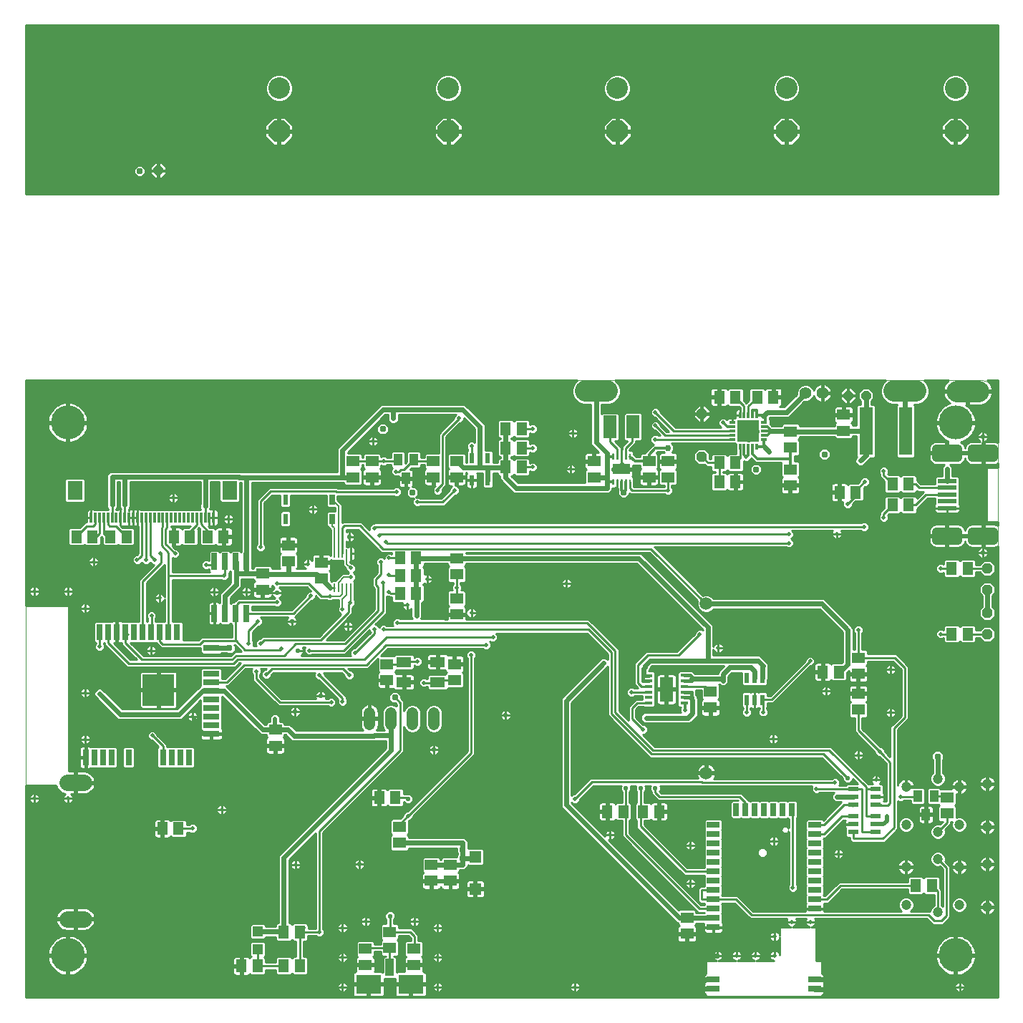
<source format=gbl>
G75*
%MOIN*%
%OFA0B0*%
%FSLAX25Y25*%
%IPPOS*%
%LPD*%
%AMOC8*
5,1,8,0,0,1.08239X$1,22.5*
%
%ADD10C,0.00000*%
%ADD11R,0.05118X0.05906*%
%ADD12R,0.05906X0.05118*%
%ADD13C,0.05906*%
%ADD14C,0.10000*%
%ADD15OC8,0.10000*%
%ADD16R,0.11811X0.08661*%
%ADD17R,0.03937X0.07874*%
%ADD18C,0.05600*%
%ADD19R,0.04724X0.04724*%
%ADD20R,0.02200X0.05000*%
%ADD21R,0.03543X0.01575*%
%ADD22R,0.06299X0.11417*%
%ADD23C,0.01969*%
%ADD24R,0.02600X0.08000*%
%ADD25R,0.01181X0.05118*%
%ADD26R,0.07087X0.08661*%
%ADD27R,0.00787X0.03937*%
%ADD28R,0.03937X0.05512*%
%ADD29C,0.07677*%
%ADD30C,0.00827*%
%ADD31R,0.07874X0.04724*%
%ADD32C,0.02400*%
%ADD33R,0.05000X0.02200*%
%ADD34R,0.05906X0.10630*%
%ADD35R,0.06299X0.22441*%
%ADD36OC8,0.04800*%
%ADD37R,0.02500X0.05000*%
%ADD38R,0.02362X0.05118*%
%ADD39C,0.10050*%
%ADD40R,0.07087X0.04724*%
%ADD41R,0.08858X0.01969*%
%ADD42C,0.03937*%
%ADD43R,0.01181X0.03150*%
%ADD44R,0.03150X0.01181*%
%ADD45R,0.09843X0.09843*%
%ADD46C,0.05400*%
%ADD47C,0.04724*%
%ADD48R,0.05512X0.05512*%
%ADD49R,0.03150X0.07480*%
%ADD50R,0.07480X0.03150*%
%ADD51R,0.14567X0.14567*%
%ADD52R,0.05906X0.02756*%
%ADD53R,0.02756X0.05906*%
%ADD54C,0.02362*%
%ADD55C,0.01575*%
%ADD56C,0.01181*%
%ADD57C,0.00984*%
%ADD58C,0.02165*%
%ADD59C,0.01969*%
%ADD60C,0.15811*%
%ADD61OC8,0.04429*%
%ADD62OC8,0.02953*%
%ADD63C,0.00787*%
%ADD64C,0.02953*%
D10*
X0071650Y0095547D02*
X0500784Y0095547D01*
X0501069Y0095550D01*
X0501355Y0095561D01*
X0501640Y0095578D01*
X0501924Y0095602D01*
X0502208Y0095633D01*
X0502491Y0095671D01*
X0502772Y0095716D01*
X0503053Y0095767D01*
X0503333Y0095825D01*
X0503611Y0095890D01*
X0503887Y0095962D01*
X0504161Y0096040D01*
X0504434Y0096125D01*
X0504704Y0096217D01*
X0504972Y0096315D01*
X0505238Y0096419D01*
X0505501Y0096530D01*
X0505761Y0096647D01*
X0506019Y0096770D01*
X0506273Y0096900D01*
X0506524Y0097036D01*
X0506772Y0097177D01*
X0507016Y0097325D01*
X0507257Y0097478D01*
X0507493Y0097638D01*
X0507726Y0097803D01*
X0507955Y0097973D01*
X0508180Y0098149D01*
X0508400Y0098331D01*
X0508616Y0098517D01*
X0508827Y0098709D01*
X0509034Y0098906D01*
X0509236Y0099108D01*
X0509433Y0099315D01*
X0509625Y0099526D01*
X0509811Y0099742D01*
X0509993Y0099962D01*
X0510169Y0100187D01*
X0510339Y0100416D01*
X0510504Y0100649D01*
X0510664Y0100885D01*
X0510817Y0101126D01*
X0510965Y0101370D01*
X0511106Y0101618D01*
X0511242Y0101869D01*
X0511372Y0102123D01*
X0511495Y0102381D01*
X0511612Y0102641D01*
X0511723Y0102904D01*
X0511827Y0103170D01*
X0511925Y0103438D01*
X0512017Y0103708D01*
X0512102Y0103981D01*
X0512180Y0104255D01*
X0512252Y0104531D01*
X0512317Y0104809D01*
X0512375Y0105089D01*
X0512426Y0105370D01*
X0512471Y0105651D01*
X0512509Y0105934D01*
X0512540Y0106218D01*
X0512564Y0106502D01*
X0512581Y0106787D01*
X0512592Y0107073D01*
X0512595Y0107358D01*
X0512595Y0375075D01*
X0512593Y0375265D01*
X0512586Y0375455D01*
X0512574Y0375645D01*
X0512558Y0375835D01*
X0512538Y0376024D01*
X0512512Y0376213D01*
X0512483Y0376401D01*
X0512448Y0376588D01*
X0512409Y0376774D01*
X0512366Y0376959D01*
X0512318Y0377144D01*
X0512266Y0377327D01*
X0512210Y0377508D01*
X0512149Y0377688D01*
X0512083Y0377867D01*
X0512014Y0378044D01*
X0511940Y0378220D01*
X0511862Y0378393D01*
X0511779Y0378565D01*
X0511693Y0378734D01*
X0511603Y0378902D01*
X0511508Y0379067D01*
X0511410Y0379230D01*
X0511307Y0379390D01*
X0511201Y0379548D01*
X0511091Y0379703D01*
X0510978Y0379856D01*
X0510860Y0380006D01*
X0510739Y0380152D01*
X0510615Y0380296D01*
X0510487Y0380437D01*
X0510356Y0380575D01*
X0510221Y0380710D01*
X0510083Y0380841D01*
X0509942Y0380969D01*
X0509798Y0381093D01*
X0509652Y0381214D01*
X0509502Y0381332D01*
X0509349Y0381445D01*
X0509194Y0381555D01*
X0509036Y0381661D01*
X0508876Y0381764D01*
X0508713Y0381862D01*
X0508548Y0381957D01*
X0508380Y0382047D01*
X0508211Y0382133D01*
X0508039Y0382216D01*
X0507866Y0382294D01*
X0507690Y0382368D01*
X0507513Y0382437D01*
X0507334Y0382503D01*
X0507154Y0382564D01*
X0506973Y0382620D01*
X0506790Y0382672D01*
X0506605Y0382720D01*
X0506420Y0382763D01*
X0506234Y0382802D01*
X0506047Y0382837D01*
X0505859Y0382866D01*
X0505670Y0382892D01*
X0505481Y0382912D01*
X0505291Y0382928D01*
X0505101Y0382940D01*
X0504911Y0382947D01*
X0504721Y0382949D01*
X0071650Y0382949D01*
X0071365Y0382946D01*
X0071079Y0382935D01*
X0070794Y0382918D01*
X0070510Y0382894D01*
X0070226Y0382863D01*
X0069943Y0382825D01*
X0069662Y0382780D01*
X0069381Y0382729D01*
X0069101Y0382671D01*
X0068823Y0382606D01*
X0068547Y0382534D01*
X0068273Y0382456D01*
X0068000Y0382371D01*
X0067730Y0382279D01*
X0067462Y0382181D01*
X0067196Y0382077D01*
X0066933Y0381966D01*
X0066673Y0381849D01*
X0066415Y0381726D01*
X0066161Y0381596D01*
X0065910Y0381460D01*
X0065662Y0381319D01*
X0065418Y0381171D01*
X0065177Y0381018D01*
X0064941Y0380858D01*
X0064708Y0380693D01*
X0064479Y0380523D01*
X0064254Y0380347D01*
X0064034Y0380165D01*
X0063818Y0379979D01*
X0063607Y0379787D01*
X0063400Y0379590D01*
X0063198Y0379388D01*
X0063001Y0379181D01*
X0062809Y0378970D01*
X0062623Y0378754D01*
X0062441Y0378534D01*
X0062265Y0378309D01*
X0062095Y0378080D01*
X0061930Y0377847D01*
X0061770Y0377611D01*
X0061617Y0377370D01*
X0061469Y0377126D01*
X0061328Y0376878D01*
X0061192Y0376627D01*
X0061062Y0376373D01*
X0060939Y0376115D01*
X0060822Y0375855D01*
X0060711Y0375592D01*
X0060607Y0375326D01*
X0060509Y0375058D01*
X0060417Y0374788D01*
X0060332Y0374515D01*
X0060254Y0374241D01*
X0060182Y0373965D01*
X0060117Y0373687D01*
X0060059Y0373407D01*
X0060008Y0373126D01*
X0059963Y0372845D01*
X0059925Y0372562D01*
X0059894Y0372278D01*
X0059870Y0371994D01*
X0059853Y0371709D01*
X0059842Y0371423D01*
X0059839Y0371138D01*
X0059839Y0107358D01*
X0059842Y0107073D01*
X0059853Y0106787D01*
X0059870Y0106502D01*
X0059894Y0106218D01*
X0059925Y0105934D01*
X0059963Y0105651D01*
X0060008Y0105370D01*
X0060059Y0105089D01*
X0060117Y0104809D01*
X0060182Y0104531D01*
X0060254Y0104255D01*
X0060332Y0103981D01*
X0060417Y0103708D01*
X0060509Y0103438D01*
X0060607Y0103170D01*
X0060711Y0102904D01*
X0060822Y0102641D01*
X0060939Y0102381D01*
X0061062Y0102123D01*
X0061192Y0101869D01*
X0061328Y0101618D01*
X0061469Y0101370D01*
X0061617Y0101126D01*
X0061770Y0100885D01*
X0061930Y0100649D01*
X0062095Y0100416D01*
X0062265Y0100187D01*
X0062441Y0099962D01*
X0062623Y0099742D01*
X0062809Y0099526D01*
X0063001Y0099315D01*
X0063198Y0099108D01*
X0063400Y0098906D01*
X0063607Y0098709D01*
X0063818Y0098517D01*
X0064034Y0098331D01*
X0064254Y0098149D01*
X0064479Y0097973D01*
X0064708Y0097803D01*
X0064941Y0097638D01*
X0065177Y0097478D01*
X0065418Y0097325D01*
X0065662Y0097177D01*
X0065910Y0097036D01*
X0066161Y0096900D01*
X0066415Y0096770D01*
X0066673Y0096647D01*
X0066933Y0096530D01*
X0067196Y0096419D01*
X0067462Y0096315D01*
X0067730Y0096217D01*
X0068000Y0096125D01*
X0068273Y0096040D01*
X0068547Y0095962D01*
X0068823Y0095890D01*
X0069101Y0095825D01*
X0069381Y0095767D01*
X0069662Y0095716D01*
X0069943Y0095671D01*
X0070226Y0095633D01*
X0070510Y0095602D01*
X0070794Y0095578D01*
X0071079Y0095561D01*
X0071365Y0095550D01*
X0071650Y0095547D01*
X0400908Y0163093D02*
X0400910Y0163184D01*
X0400916Y0163274D01*
X0400926Y0163365D01*
X0400940Y0163454D01*
X0400958Y0163543D01*
X0400979Y0163632D01*
X0401005Y0163719D01*
X0401034Y0163805D01*
X0401068Y0163889D01*
X0401104Y0163972D01*
X0401145Y0164054D01*
X0401189Y0164133D01*
X0401236Y0164211D01*
X0401287Y0164286D01*
X0401341Y0164359D01*
X0401398Y0164429D01*
X0401458Y0164497D01*
X0401521Y0164563D01*
X0401587Y0164625D01*
X0401656Y0164684D01*
X0401727Y0164741D01*
X0401801Y0164794D01*
X0401877Y0164844D01*
X0401955Y0164891D01*
X0402035Y0164934D01*
X0402116Y0164973D01*
X0402200Y0165009D01*
X0402285Y0165041D01*
X0402371Y0165070D01*
X0402458Y0165094D01*
X0402547Y0165115D01*
X0402636Y0165132D01*
X0402726Y0165145D01*
X0402816Y0165154D01*
X0402907Y0165159D01*
X0402998Y0165160D01*
X0403088Y0165157D01*
X0403179Y0165150D01*
X0403269Y0165139D01*
X0403359Y0165124D01*
X0403448Y0165105D01*
X0403536Y0165083D01*
X0403622Y0165056D01*
X0403708Y0165026D01*
X0403792Y0164992D01*
X0403875Y0164954D01*
X0403956Y0164913D01*
X0404035Y0164868D01*
X0404112Y0164819D01*
X0404186Y0164768D01*
X0404259Y0164713D01*
X0404329Y0164655D01*
X0404396Y0164594D01*
X0404460Y0164530D01*
X0404522Y0164464D01*
X0404581Y0164394D01*
X0404636Y0164323D01*
X0404689Y0164248D01*
X0404738Y0164172D01*
X0404784Y0164094D01*
X0404826Y0164013D01*
X0404865Y0163931D01*
X0404900Y0163847D01*
X0404931Y0163762D01*
X0404958Y0163675D01*
X0404982Y0163588D01*
X0405002Y0163499D01*
X0405018Y0163410D01*
X0405030Y0163320D01*
X0405038Y0163229D01*
X0405042Y0163138D01*
X0405042Y0163048D01*
X0405038Y0162957D01*
X0405030Y0162866D01*
X0405018Y0162776D01*
X0405002Y0162687D01*
X0404982Y0162598D01*
X0404958Y0162511D01*
X0404931Y0162424D01*
X0404900Y0162339D01*
X0404865Y0162255D01*
X0404826Y0162173D01*
X0404784Y0162092D01*
X0404738Y0162014D01*
X0404689Y0161938D01*
X0404636Y0161863D01*
X0404581Y0161792D01*
X0404522Y0161722D01*
X0404460Y0161656D01*
X0404396Y0161592D01*
X0404329Y0161531D01*
X0404259Y0161473D01*
X0404186Y0161418D01*
X0404112Y0161367D01*
X0404035Y0161318D01*
X0403956Y0161273D01*
X0403875Y0161232D01*
X0403792Y0161194D01*
X0403708Y0161160D01*
X0403622Y0161130D01*
X0403536Y0161103D01*
X0403448Y0161081D01*
X0403359Y0161062D01*
X0403269Y0161047D01*
X0403179Y0161036D01*
X0403088Y0161029D01*
X0402998Y0161026D01*
X0402907Y0161027D01*
X0402816Y0161032D01*
X0402726Y0161041D01*
X0402636Y0161054D01*
X0402547Y0161071D01*
X0402458Y0161092D01*
X0402371Y0161116D01*
X0402285Y0161145D01*
X0402200Y0161177D01*
X0402116Y0161213D01*
X0402035Y0161252D01*
X0401955Y0161295D01*
X0401877Y0161342D01*
X0401801Y0161392D01*
X0401727Y0161445D01*
X0401656Y0161502D01*
X0401587Y0161561D01*
X0401521Y0161623D01*
X0401458Y0161689D01*
X0401398Y0161757D01*
X0401341Y0161827D01*
X0401287Y0161900D01*
X0401236Y0161975D01*
X0401189Y0162053D01*
X0401145Y0162132D01*
X0401104Y0162214D01*
X0401068Y0162297D01*
X0401034Y0162381D01*
X0401005Y0162467D01*
X0400979Y0162554D01*
X0400958Y0162643D01*
X0400940Y0162732D01*
X0400926Y0162821D01*
X0400916Y0162912D01*
X0400910Y0163002D01*
X0400908Y0163093D01*
X0412078Y0173671D02*
X0412080Y0173748D01*
X0412086Y0173824D01*
X0412096Y0173900D01*
X0412110Y0173975D01*
X0412127Y0174050D01*
X0412149Y0174123D01*
X0412174Y0174196D01*
X0412204Y0174267D01*
X0412236Y0174336D01*
X0412273Y0174403D01*
X0412312Y0174469D01*
X0412355Y0174532D01*
X0412402Y0174593D01*
X0412451Y0174652D01*
X0412504Y0174708D01*
X0412559Y0174761D01*
X0412617Y0174811D01*
X0412677Y0174858D01*
X0412740Y0174902D01*
X0412805Y0174943D01*
X0412872Y0174980D01*
X0412941Y0175014D01*
X0413011Y0175044D01*
X0413083Y0175070D01*
X0413157Y0175092D01*
X0413231Y0175111D01*
X0413306Y0175126D01*
X0413382Y0175137D01*
X0413458Y0175144D01*
X0413535Y0175147D01*
X0413611Y0175146D01*
X0413688Y0175141D01*
X0413764Y0175132D01*
X0413840Y0175119D01*
X0413914Y0175102D01*
X0413988Y0175082D01*
X0414061Y0175057D01*
X0414132Y0175029D01*
X0414202Y0174997D01*
X0414270Y0174962D01*
X0414336Y0174923D01*
X0414400Y0174881D01*
X0414461Y0174835D01*
X0414521Y0174786D01*
X0414577Y0174735D01*
X0414631Y0174680D01*
X0414682Y0174623D01*
X0414730Y0174563D01*
X0414775Y0174501D01*
X0414816Y0174436D01*
X0414854Y0174370D01*
X0414889Y0174302D01*
X0414919Y0174231D01*
X0414947Y0174160D01*
X0414970Y0174087D01*
X0414990Y0174013D01*
X0415006Y0173938D01*
X0415018Y0173862D01*
X0415026Y0173786D01*
X0415030Y0173709D01*
X0415030Y0173633D01*
X0415026Y0173556D01*
X0415018Y0173480D01*
X0415006Y0173404D01*
X0414990Y0173329D01*
X0414970Y0173255D01*
X0414947Y0173182D01*
X0414919Y0173111D01*
X0414889Y0173040D01*
X0414854Y0172972D01*
X0414816Y0172906D01*
X0414775Y0172841D01*
X0414730Y0172779D01*
X0414682Y0172719D01*
X0414631Y0172662D01*
X0414577Y0172607D01*
X0414521Y0172556D01*
X0414461Y0172507D01*
X0414400Y0172461D01*
X0414336Y0172419D01*
X0414270Y0172380D01*
X0414202Y0172345D01*
X0414132Y0172313D01*
X0414061Y0172285D01*
X0413988Y0172260D01*
X0413914Y0172240D01*
X0413840Y0172223D01*
X0413764Y0172210D01*
X0413688Y0172201D01*
X0413611Y0172196D01*
X0413535Y0172195D01*
X0413458Y0172198D01*
X0413382Y0172205D01*
X0413306Y0172216D01*
X0413231Y0172231D01*
X0413157Y0172250D01*
X0413083Y0172272D01*
X0413011Y0172298D01*
X0412941Y0172328D01*
X0412872Y0172362D01*
X0412805Y0172399D01*
X0412740Y0172440D01*
X0412677Y0172484D01*
X0412617Y0172531D01*
X0412559Y0172581D01*
X0412504Y0172634D01*
X0412451Y0172690D01*
X0412402Y0172749D01*
X0412355Y0172810D01*
X0412312Y0172873D01*
X0412273Y0172939D01*
X0412236Y0173006D01*
X0412204Y0173075D01*
X0412174Y0173146D01*
X0412149Y0173219D01*
X0412127Y0173292D01*
X0412110Y0173367D01*
X0412096Y0173442D01*
X0412086Y0173518D01*
X0412080Y0173594D01*
X0412078Y0173671D01*
X0500784Y0469563D02*
X0071650Y0469563D01*
X0071365Y0469566D01*
X0071079Y0469577D01*
X0070794Y0469594D01*
X0070510Y0469618D01*
X0070226Y0469649D01*
X0069943Y0469687D01*
X0069662Y0469732D01*
X0069381Y0469783D01*
X0069101Y0469841D01*
X0068823Y0469906D01*
X0068547Y0469978D01*
X0068273Y0470056D01*
X0068000Y0470141D01*
X0067730Y0470233D01*
X0067462Y0470331D01*
X0067196Y0470435D01*
X0066933Y0470546D01*
X0066673Y0470663D01*
X0066415Y0470786D01*
X0066161Y0470916D01*
X0065910Y0471052D01*
X0065662Y0471193D01*
X0065418Y0471341D01*
X0065177Y0471494D01*
X0064941Y0471654D01*
X0064708Y0471819D01*
X0064479Y0471989D01*
X0064254Y0472165D01*
X0064034Y0472347D01*
X0063818Y0472533D01*
X0063607Y0472725D01*
X0063400Y0472922D01*
X0063198Y0473124D01*
X0063001Y0473331D01*
X0062809Y0473542D01*
X0062623Y0473758D01*
X0062441Y0473978D01*
X0062265Y0474203D01*
X0062095Y0474432D01*
X0061930Y0474665D01*
X0061770Y0474901D01*
X0061617Y0475142D01*
X0061469Y0475386D01*
X0061328Y0475634D01*
X0061192Y0475885D01*
X0061062Y0476139D01*
X0060939Y0476397D01*
X0060822Y0476657D01*
X0060711Y0476920D01*
X0060607Y0477186D01*
X0060509Y0477454D01*
X0060417Y0477724D01*
X0060332Y0477997D01*
X0060254Y0478271D01*
X0060182Y0478547D01*
X0060117Y0478825D01*
X0060059Y0479105D01*
X0060008Y0479386D01*
X0059963Y0479667D01*
X0059925Y0479950D01*
X0059894Y0480234D01*
X0059870Y0480518D01*
X0059853Y0480803D01*
X0059842Y0481089D01*
X0059839Y0481374D01*
X0059839Y0536492D01*
X0059842Y0536777D01*
X0059853Y0537063D01*
X0059870Y0537348D01*
X0059894Y0537632D01*
X0059925Y0537916D01*
X0059963Y0538199D01*
X0060008Y0538480D01*
X0060059Y0538761D01*
X0060117Y0539041D01*
X0060182Y0539319D01*
X0060254Y0539595D01*
X0060332Y0539869D01*
X0060417Y0540142D01*
X0060509Y0540412D01*
X0060607Y0540680D01*
X0060711Y0540946D01*
X0060822Y0541209D01*
X0060939Y0541469D01*
X0061062Y0541727D01*
X0061192Y0541981D01*
X0061328Y0542232D01*
X0061469Y0542480D01*
X0061617Y0542724D01*
X0061770Y0542965D01*
X0061930Y0543201D01*
X0062095Y0543434D01*
X0062265Y0543663D01*
X0062441Y0543888D01*
X0062623Y0544108D01*
X0062809Y0544324D01*
X0063001Y0544535D01*
X0063198Y0544742D01*
X0063400Y0544944D01*
X0063607Y0545141D01*
X0063818Y0545333D01*
X0064034Y0545519D01*
X0064254Y0545701D01*
X0064479Y0545877D01*
X0064708Y0546047D01*
X0064941Y0546212D01*
X0065177Y0546372D01*
X0065418Y0546525D01*
X0065662Y0546673D01*
X0065910Y0546814D01*
X0066161Y0546950D01*
X0066415Y0547080D01*
X0066673Y0547203D01*
X0066933Y0547320D01*
X0067196Y0547431D01*
X0067462Y0547535D01*
X0067730Y0547633D01*
X0068000Y0547725D01*
X0068273Y0547810D01*
X0068547Y0547888D01*
X0068823Y0547960D01*
X0069101Y0548025D01*
X0069381Y0548083D01*
X0069662Y0548134D01*
X0069943Y0548179D01*
X0070226Y0548217D01*
X0070510Y0548248D01*
X0070794Y0548272D01*
X0071079Y0548289D01*
X0071365Y0548300D01*
X0071650Y0548303D01*
X0500784Y0548303D01*
X0501069Y0548300D01*
X0501355Y0548289D01*
X0501640Y0548272D01*
X0501924Y0548248D01*
X0502208Y0548217D01*
X0502491Y0548179D01*
X0502772Y0548134D01*
X0503053Y0548083D01*
X0503333Y0548025D01*
X0503611Y0547960D01*
X0503887Y0547888D01*
X0504161Y0547810D01*
X0504434Y0547725D01*
X0504704Y0547633D01*
X0504972Y0547535D01*
X0505238Y0547431D01*
X0505501Y0547320D01*
X0505761Y0547203D01*
X0506019Y0547080D01*
X0506273Y0546950D01*
X0506524Y0546814D01*
X0506772Y0546673D01*
X0507016Y0546525D01*
X0507257Y0546372D01*
X0507493Y0546212D01*
X0507726Y0546047D01*
X0507955Y0545877D01*
X0508180Y0545701D01*
X0508400Y0545519D01*
X0508616Y0545333D01*
X0508827Y0545141D01*
X0509034Y0544944D01*
X0509236Y0544742D01*
X0509433Y0544535D01*
X0509625Y0544324D01*
X0509811Y0544108D01*
X0509993Y0543888D01*
X0510169Y0543663D01*
X0510339Y0543434D01*
X0510504Y0543201D01*
X0510664Y0542965D01*
X0510817Y0542724D01*
X0510965Y0542480D01*
X0511106Y0542232D01*
X0511242Y0541981D01*
X0511372Y0541727D01*
X0511495Y0541469D01*
X0511612Y0541209D01*
X0511723Y0540946D01*
X0511827Y0540680D01*
X0511925Y0540412D01*
X0512017Y0540142D01*
X0512102Y0539869D01*
X0512180Y0539595D01*
X0512252Y0539319D01*
X0512317Y0539041D01*
X0512375Y0538761D01*
X0512426Y0538480D01*
X0512471Y0538199D01*
X0512509Y0537916D01*
X0512540Y0537632D01*
X0512564Y0537348D01*
X0512581Y0537063D01*
X0512592Y0536777D01*
X0512595Y0536492D01*
X0512595Y0481374D01*
X0512592Y0481089D01*
X0512581Y0480803D01*
X0512564Y0480518D01*
X0512540Y0480234D01*
X0512509Y0479950D01*
X0512471Y0479667D01*
X0512426Y0479386D01*
X0512375Y0479105D01*
X0512317Y0478825D01*
X0512252Y0478547D01*
X0512180Y0478271D01*
X0512102Y0477997D01*
X0512017Y0477724D01*
X0511925Y0477454D01*
X0511827Y0477186D01*
X0511723Y0476920D01*
X0511612Y0476657D01*
X0511495Y0476397D01*
X0511372Y0476139D01*
X0511242Y0475885D01*
X0511106Y0475634D01*
X0510965Y0475386D01*
X0510817Y0475142D01*
X0510664Y0474901D01*
X0510504Y0474665D01*
X0510339Y0474432D01*
X0510169Y0474203D01*
X0509993Y0473978D01*
X0509811Y0473758D01*
X0509625Y0473542D01*
X0509433Y0473331D01*
X0509236Y0473124D01*
X0509034Y0472922D01*
X0508827Y0472725D01*
X0508616Y0472533D01*
X0508400Y0472347D01*
X0508180Y0472165D01*
X0507955Y0471989D01*
X0507726Y0471819D01*
X0507493Y0471654D01*
X0507257Y0471494D01*
X0507016Y0471341D01*
X0506772Y0471193D01*
X0506524Y0471052D01*
X0506273Y0470916D01*
X0506019Y0470786D01*
X0505761Y0470663D01*
X0505501Y0470546D01*
X0505238Y0470435D01*
X0504972Y0470331D01*
X0504704Y0470233D01*
X0504434Y0470141D01*
X0504161Y0470056D01*
X0503887Y0469978D01*
X0503611Y0469906D01*
X0503333Y0469841D01*
X0503053Y0469783D01*
X0502772Y0469732D01*
X0502491Y0469687D01*
X0502208Y0469649D01*
X0501924Y0469618D01*
X0501640Y0469594D01*
X0501355Y0469577D01*
X0501069Y0469566D01*
X0500784Y0469563D01*
D11*
X0408068Y0375075D03*
X0400587Y0375075D03*
X0390351Y0375075D03*
X0382871Y0375075D03*
X0382871Y0344563D03*
X0390351Y0344563D03*
X0390351Y0335705D03*
X0382871Y0335705D03*
X0438973Y0330783D03*
X0446453Y0330783D03*
X0463579Y0334720D03*
X0471060Y0334720D03*
X0471060Y0324878D03*
X0463579Y0324878D03*
X0491138Y0295350D03*
X0498619Y0295350D03*
X0498619Y0264839D03*
X0491138Y0264839D03*
X0438579Y0247122D03*
X0431099Y0247122D03*
X0354918Y0182161D03*
X0347438Y0182161D03*
X0338186Y0182161D03*
X0330705Y0182161D03*
X0232083Y0188657D03*
X0224603Y0188657D03*
X0187595Y0126059D03*
X0180115Y0126059D03*
X0180115Y0110311D03*
X0187595Y0110311D03*
X0167910Y0110311D03*
X0160430Y0110311D03*
X0131138Y0174248D03*
X0123658Y0174248D03*
X0234249Y0283736D03*
X0241729Y0283736D03*
X0241729Y0292004D03*
X0234249Y0292004D03*
X0234249Y0300272D03*
X0241729Y0300272D03*
X0283461Y0342594D03*
X0290942Y0342594D03*
X0290942Y0351453D03*
X0283461Y0351453D03*
X0283461Y0360311D03*
X0290942Y0360311D03*
X0152162Y0310114D03*
X0144682Y0310114D03*
X0136414Y0310114D03*
X0128934Y0310114D03*
X0106886Y0310114D03*
X0099406Y0310114D03*
X0091138Y0310114D03*
X0083658Y0310114D03*
X0474406Y0147713D03*
X0481886Y0147713D03*
D12*
X0488973Y0181374D03*
X0488973Y0188854D03*
X0447635Y0229602D03*
X0447635Y0237083D03*
X0447635Y0246335D03*
X0447635Y0253815D03*
X0378737Y0238067D03*
X0378737Y0230587D03*
X0367910Y0132752D03*
X0367910Y0125272D03*
X0257674Y0149878D03*
X0257674Y0157358D03*
X0248816Y0157358D03*
X0248816Y0149878D03*
X0234052Y0167594D03*
X0234052Y0175075D03*
X0229406Y0126138D03*
X0229406Y0118657D03*
X0240705Y0118264D03*
X0240705Y0110783D03*
X0218068Y0110783D03*
X0218068Y0118264D03*
X0176178Y0212870D03*
X0176178Y0220350D03*
X0228146Y0243382D03*
X0228146Y0250862D03*
X0259642Y0250862D03*
X0259642Y0243382D03*
X0260627Y0273894D03*
X0260627Y0281374D03*
X0260627Y0292594D03*
X0260627Y0300075D03*
X0260627Y0337870D03*
X0260627Y0345350D03*
X0249800Y0345350D03*
X0249800Y0337870D03*
X0221257Y0337870D03*
X0221257Y0345350D03*
X0212398Y0345350D03*
X0212398Y0337870D03*
X0182280Y0306177D03*
X0182280Y0298697D03*
X0170272Y0292988D03*
X0170272Y0285508D03*
X0197635Y0290626D03*
X0197635Y0298106D03*
X0324603Y0337870D03*
X0324603Y0345350D03*
X0350194Y0345350D03*
X0350194Y0337870D03*
X0359052Y0337831D03*
X0359052Y0345311D03*
X0415981Y0341531D03*
X0416138Y0351650D03*
X0416138Y0359130D03*
X0440745Y0359524D03*
X0440745Y0367004D03*
X0415981Y0334051D03*
D13*
X0376768Y0278894D03*
X0376768Y0200154D03*
D14*
X0414170Y0518933D03*
X0492910Y0518933D03*
X0335430Y0518933D03*
X0256690Y0518933D03*
X0177949Y0518933D03*
D15*
X0177949Y0498933D03*
X0256690Y0498933D03*
X0335430Y0498933D03*
X0414170Y0498933D03*
X0492910Y0498933D03*
D16*
X0239288Y0101728D03*
X0219603Y0101728D03*
D17*
X0229446Y0109602D03*
D18*
X0423028Y0377043D03*
X0430902Y0377043D03*
D19*
X0168107Y0126256D03*
X0168107Y0117988D03*
D20*
X0395706Y0234148D03*
X0399406Y0234148D03*
X0403106Y0234148D03*
X0403106Y0244348D03*
X0399406Y0244348D03*
X0395706Y0244348D03*
X0275153Y0336510D03*
X0267753Y0336510D03*
X0267753Y0346710D03*
X0271453Y0346710D03*
X0275153Y0346710D03*
D21*
X0349997Y0245508D03*
X0349997Y0242949D03*
X0349997Y0240390D03*
X0349997Y0237831D03*
X0349997Y0235272D03*
X0349997Y0232713D03*
X0366532Y0232752D03*
X0366532Y0235311D03*
X0366532Y0237870D03*
X0366532Y0240429D03*
X0366532Y0242988D03*
X0366532Y0245547D03*
D22*
X0358264Y0239051D03*
D23*
X0358068Y0236295D03*
X0366926Y0229406D03*
X0358068Y0242201D03*
X0348300Y0249316D03*
X0341926Y0237732D03*
X0348862Y0225816D03*
X0347241Y0220420D03*
X0329077Y0251245D03*
X0311808Y0288461D03*
X0277556Y0263264D03*
X0274406Y0259720D03*
X0267325Y0254996D03*
X0267516Y0274681D03*
X0260627Y0286484D03*
X0246847Y0290429D03*
X0237595Y0278224D03*
X0232876Y0270106D03*
X0226553Y0266965D03*
X0222427Y0266994D03*
X0210036Y0268382D03*
X0207477Y0276229D03*
X0211147Y0279429D03*
X0201578Y0282529D03*
X0192713Y0282555D03*
X0211386Y0291382D03*
X0211414Y0295547D03*
X0225283Y0298392D03*
X0229131Y0300272D03*
X0227556Y0307752D03*
X0224808Y0310873D03*
X0222241Y0314051D03*
X0232674Y0330980D03*
X0232350Y0340499D03*
X0226693Y0345350D03*
X0221650Y0354602D03*
X0231099Y0365232D03*
X0261750Y0365232D03*
X0267516Y0352437D03*
X0259642Y0331768D03*
X0251768Y0331768D03*
X0242218Y0326256D03*
X0229131Y0292398D03*
X0226178Y0288868D03*
X0229131Y0284524D03*
X0213383Y0255980D03*
X0210627Y0245744D03*
X0207477Y0233343D03*
X0202195Y0232982D03*
X0196650Y0245744D03*
X0191875Y0257161D03*
X0179052Y0258031D03*
X0169288Y0260508D03*
X0163776Y0260409D03*
X0168107Y0270744D03*
X0176965Y0279602D03*
X0176965Y0288461D03*
X0177162Y0292791D03*
X0169288Y0305220D03*
X0154327Y0318382D03*
X0144091Y0297122D03*
X0152359Y0291952D03*
X0147635Y0284524D03*
X0162595Y0284524D03*
X0191335Y0297516D03*
X0193698Y0322909D03*
X0128737Y0328224D03*
X0122602Y0302405D03*
X0120107Y0299287D03*
X0115942Y0299287D03*
X0111776Y0299287D03*
X0129505Y0302221D03*
X0122241Y0281571D03*
X0118501Y0273500D03*
X0118304Y0257161D03*
X0116548Y0243563D03*
X0121469Y0243563D03*
X0121469Y0238642D03*
X0116548Y0238642D03*
X0116548Y0233720D03*
X0121469Y0233720D03*
X0126390Y0233720D03*
X0126390Y0238642D03*
X0126390Y0243563D03*
X0137595Y0226453D03*
X0118894Y0217594D03*
X0087595Y0215823D03*
X0087595Y0237476D03*
X0094288Y0237083D03*
X0094288Y0258933D03*
X0087595Y0276846D03*
X0079721Y0284720D03*
X0063973Y0284720D03*
X0091532Y0298500D03*
X0167320Y0247516D03*
X0172044Y0246138D03*
X0175979Y0225467D03*
X0151178Y0183028D03*
X0137595Y0174287D03*
X0185627Y0157437D03*
X0207477Y0128028D03*
X0218304Y0130980D03*
X0207477Y0114248D03*
X0207477Y0100469D03*
X0196650Y0126059D03*
X0240942Y0130980D03*
X0251768Y0128028D03*
X0251768Y0114248D03*
X0251768Y0100469D03*
X0315745Y0100469D03*
X0369485Y0148697D03*
X0369485Y0166413D03*
X0332083Y0171335D03*
X0315640Y0188050D03*
X0245269Y0242201D03*
X0242320Y0252043D03*
X0237989Y0180193D03*
X0373816Y0264839D03*
X0382477Y0258343D03*
X0384642Y0243185D03*
X0403343Y0250075D03*
X0403343Y0228476D03*
X0395627Y0228421D03*
X0408068Y0216020D03*
X0428143Y0192794D03*
X0436779Y0195694D03*
X0437792Y0189051D03*
X0455902Y0196925D03*
X0467320Y0189051D03*
X0461005Y0180193D03*
X0438383Y0162476D03*
X0417123Y0146728D03*
X0416552Y0130862D03*
X0408678Y0123972D03*
X0408678Y0115114D03*
X0399820Y0115114D03*
X0390961Y0115114D03*
X0382103Y0115114D03*
X0425410Y0130862D03*
X0408264Y0168382D03*
X0447635Y0208539D03*
X0457635Y0210042D03*
X0462635Y0228264D03*
X0462635Y0248264D03*
X0447635Y0266807D03*
X0442713Y0266807D03*
X0425194Y0252240D03*
X0432635Y0238264D03*
X0486020Y0264839D03*
X0486020Y0295350D03*
X0459446Y0318972D03*
X0450400Y0314773D03*
X0442713Y0325469D03*
X0450587Y0335705D03*
X0448619Y0345547D03*
X0459446Y0340626D03*
X0488973Y0341610D03*
X0437595Y0311492D03*
X0415351Y0311267D03*
X0415351Y0307161D03*
X0406007Y0349576D03*
X0408549Y0359237D03*
X0396453Y0359327D03*
X0384753Y0363264D03*
X0395483Y0347241D03*
X0359052Y0331768D03*
X0353090Y0355466D03*
X0353146Y0361886D03*
X0353146Y0367988D03*
X0314760Y0358343D03*
X0313776Y0341610D03*
X0330509Y0332752D03*
X0296060Y0342594D03*
X0296060Y0351453D03*
X0296060Y0360311D03*
X0079721Y0188264D03*
X0063973Y0188264D03*
X0494879Y0100469D03*
D24*
X0162812Y0274392D03*
X0157812Y0274392D03*
X0152812Y0274392D03*
X0147812Y0274392D03*
X0147812Y0298592D03*
X0152812Y0298592D03*
X0157812Y0298592D03*
X0162812Y0298592D03*
D25*
X0147438Y0318972D03*
X0145469Y0318972D03*
X0143501Y0318972D03*
X0141532Y0318972D03*
X0139564Y0318972D03*
X0137595Y0318972D03*
X0135627Y0318972D03*
X0133658Y0318972D03*
X0131690Y0318972D03*
X0129721Y0318972D03*
X0127753Y0318972D03*
X0125784Y0318972D03*
X0123816Y0318972D03*
X0121847Y0318972D03*
X0119879Y0318972D03*
X0117910Y0318972D03*
X0115942Y0318972D03*
X0113973Y0318972D03*
X0112005Y0318972D03*
X0110036Y0318972D03*
X0108068Y0318972D03*
X0106099Y0318972D03*
X0104131Y0318972D03*
X0102162Y0318972D03*
X0100194Y0318972D03*
X0098225Y0318972D03*
X0096257Y0318972D03*
X0094288Y0318972D03*
X0092320Y0318972D03*
X0090351Y0318972D03*
D26*
X0082871Y0331768D03*
X0154918Y0331768D03*
D27*
X0203540Y0302240D03*
X0205509Y0302240D03*
X0207477Y0302240D03*
X0209446Y0302240D03*
X0211414Y0302240D03*
X0211414Y0286492D03*
X0209446Y0286492D03*
X0207477Y0286492D03*
X0205509Y0286492D03*
X0203540Y0286492D03*
D28*
X0237005Y0337280D03*
X0240745Y0345941D03*
X0233264Y0345941D03*
X0475390Y0189445D03*
X0482871Y0189445D03*
X0479131Y0180783D03*
D29*
X0086946Y0195626D02*
X0079268Y0195626D01*
X0079268Y0132083D02*
X0086946Y0132083D01*
D30*
X0333323Y0334543D02*
X0333599Y0334543D01*
X0333323Y0334543D02*
X0333323Y0336867D01*
X0333599Y0336867D01*
X0333599Y0334543D01*
X0333599Y0335369D02*
X0333323Y0335369D01*
X0333323Y0336195D02*
X0333599Y0336195D01*
X0335292Y0334543D02*
X0335568Y0334543D01*
X0335292Y0334543D02*
X0335292Y0336867D01*
X0335568Y0336867D01*
X0335568Y0334543D01*
X0335568Y0335369D02*
X0335292Y0335369D01*
X0335292Y0336195D02*
X0335568Y0336195D01*
X0337260Y0334543D02*
X0337536Y0334543D01*
X0337260Y0334543D02*
X0337260Y0336867D01*
X0337536Y0336867D01*
X0337536Y0334543D01*
X0337536Y0335369D02*
X0337260Y0335369D01*
X0337260Y0336195D02*
X0337536Y0336195D01*
X0339229Y0334543D02*
X0339505Y0334543D01*
X0339229Y0334543D02*
X0339229Y0336867D01*
X0339505Y0336867D01*
X0339505Y0334543D01*
X0339505Y0335369D02*
X0339229Y0335369D01*
X0339229Y0336195D02*
X0339505Y0336195D01*
X0341197Y0334543D02*
X0341473Y0334543D01*
X0341197Y0334543D02*
X0341197Y0336867D01*
X0341473Y0336867D01*
X0341473Y0334543D01*
X0341473Y0335369D02*
X0341197Y0335369D01*
X0341197Y0336195D02*
X0341473Y0336195D01*
X0341473Y0346354D02*
X0341197Y0346354D01*
X0341197Y0348678D01*
X0341473Y0348678D01*
X0341473Y0346354D01*
X0341473Y0347180D02*
X0341197Y0347180D01*
X0341197Y0348006D02*
X0341473Y0348006D01*
X0339505Y0346354D02*
X0339229Y0346354D01*
X0339229Y0348678D01*
X0339505Y0348678D01*
X0339505Y0346354D01*
X0339505Y0347180D02*
X0339229Y0347180D01*
X0339229Y0348006D02*
X0339505Y0348006D01*
X0337536Y0346354D02*
X0337260Y0346354D01*
X0337260Y0348678D01*
X0337536Y0348678D01*
X0337536Y0346354D01*
X0337536Y0347180D02*
X0337260Y0347180D01*
X0337260Y0348006D02*
X0337536Y0348006D01*
X0335568Y0346354D02*
X0335292Y0346354D01*
X0335292Y0348678D01*
X0335568Y0348678D01*
X0335568Y0346354D01*
X0335568Y0347180D02*
X0335292Y0347180D01*
X0335292Y0348006D02*
X0335568Y0348006D01*
X0333599Y0346354D02*
X0333323Y0346354D01*
X0333323Y0348678D01*
X0333599Y0348678D01*
X0333599Y0346354D01*
X0333599Y0347180D02*
X0333323Y0347180D01*
X0333323Y0348006D02*
X0333599Y0348006D01*
D31*
X0337398Y0341610D03*
D32*
X0335430Y0341610D03*
X0339367Y0341610D03*
X0394446Y0357398D03*
X0398383Y0357398D03*
X0398383Y0361335D03*
X0394446Y0361335D03*
D33*
X0445487Y0192751D03*
X0445487Y0189051D03*
X0445487Y0185351D03*
X0445487Y0179956D03*
X0445487Y0176256D03*
X0445487Y0172556D03*
X0455687Y0172556D03*
X0455687Y0176256D03*
X0455687Y0179956D03*
X0455687Y0185351D03*
X0455687Y0189051D03*
X0455687Y0192751D03*
D34*
X0342713Y0361335D03*
X0332083Y0361256D03*
D35*
X0451178Y0359327D03*
X0469682Y0359327D03*
D36*
X0507674Y0295429D03*
X0507674Y0285429D03*
X0507674Y0274760D03*
X0507674Y0264760D03*
X0374800Y0347358D03*
X0374800Y0367358D03*
D37*
X0202556Y0327437D03*
X0202556Y0318382D03*
D38*
X0180902Y0318382D03*
X0180902Y0327437D03*
D39*
X0320562Y0377909D02*
X0330612Y0377909D01*
X0464263Y0377909D02*
X0474313Y0377909D01*
X0493594Y0377870D02*
X0503644Y0377870D01*
D40*
X0251768Y0251846D03*
X0251768Y0242398D03*
X0236020Y0242398D03*
X0236020Y0251846D03*
D41*
X0488973Y0323500D03*
X0488973Y0326650D03*
X0488973Y0329799D03*
X0488973Y0332949D03*
X0488973Y0336098D03*
D42*
X0484051Y0351060D02*
X0493895Y0351060D01*
X0493895Y0347122D01*
X0484051Y0347122D01*
X0484051Y0351060D01*
X0484051Y0351058D02*
X0493895Y0351058D01*
X0500783Y0351060D02*
X0510627Y0351060D01*
X0510627Y0347122D01*
X0500783Y0347122D01*
X0500783Y0351060D01*
X0500783Y0351058D02*
X0510627Y0351058D01*
X0510627Y0312477D02*
X0500783Y0312477D01*
X0510627Y0312477D02*
X0510627Y0308539D01*
X0500783Y0308539D01*
X0500783Y0312477D01*
X0500783Y0312475D02*
X0510627Y0312475D01*
X0493895Y0312477D02*
X0484051Y0312477D01*
X0493895Y0312477D02*
X0493895Y0308539D01*
X0484051Y0308539D01*
X0484051Y0312477D01*
X0484051Y0312475D02*
X0493895Y0312475D01*
D43*
X0400314Y0351966D03*
X0398414Y0351966D03*
X0396414Y0351966D03*
X0394414Y0351966D03*
X0392514Y0351966D03*
X0392514Y0366766D03*
X0394414Y0366766D03*
X0396414Y0366766D03*
X0398414Y0366766D03*
X0400314Y0366766D03*
D44*
X0403814Y0363266D03*
X0403814Y0361366D03*
X0403814Y0359366D03*
X0403814Y0357366D03*
X0403814Y0355466D03*
X0389014Y0355466D03*
X0389014Y0357366D03*
X0389014Y0359366D03*
X0389014Y0361366D03*
X0389014Y0363266D03*
D45*
X0396414Y0359366D03*
D46*
X0250036Y0228169D02*
X0250036Y0222769D01*
X0240036Y0222769D02*
X0240036Y0228169D01*
X0230036Y0228169D02*
X0230036Y0222769D01*
X0220036Y0222769D02*
X0220036Y0228169D01*
D47*
X0469871Y0193831D03*
X0484642Y0197516D03*
X0494674Y0193831D03*
X0507674Y0195114D03*
X0494674Y0176114D03*
X0484642Y0172713D03*
X0484642Y0160114D03*
X0494674Y0156429D03*
X0507674Y0157713D03*
X0507674Y0175114D03*
X0507674Y0137713D03*
X0494674Y0138713D03*
X0484642Y0135311D03*
X0469871Y0138713D03*
X0469871Y0156429D03*
X0469871Y0176114D03*
D48*
X0269288Y0161098D03*
X0269288Y0146138D03*
D49*
X0135942Y0207406D03*
X0131942Y0207406D03*
X0127942Y0207406D03*
X0123942Y0207406D03*
X0107839Y0207358D03*
X0099902Y0207366D03*
X0095902Y0207366D03*
X0091902Y0207366D03*
X0087902Y0207366D03*
X0094453Y0265823D03*
X0098453Y0265823D03*
X0102453Y0265823D03*
X0106453Y0265823D03*
X0110453Y0265823D03*
X0114453Y0265823D03*
X0118453Y0265823D03*
X0122453Y0265823D03*
X0126453Y0265823D03*
X0130453Y0265823D03*
D50*
X0146453Y0258343D03*
X0146453Y0246343D03*
X0146453Y0242343D03*
X0146453Y0238343D03*
X0146453Y0234343D03*
X0146453Y0230343D03*
X0146453Y0226343D03*
X0146453Y0222343D03*
X0146453Y0218343D03*
D51*
X0121721Y0238760D03*
D52*
X0380135Y0175941D03*
X0380135Y0171610D03*
X0380135Y0167280D03*
X0380135Y0162949D03*
X0380135Y0158618D03*
X0380135Y0154287D03*
X0380135Y0149957D03*
X0380135Y0145626D03*
X0380135Y0141295D03*
X0380135Y0136965D03*
X0380135Y0132634D03*
X0380135Y0128303D03*
X0380135Y0103894D03*
X0380135Y0099563D03*
X0427379Y0099563D03*
X0427379Y0103894D03*
X0427379Y0136965D03*
X0427379Y0141295D03*
X0427379Y0145626D03*
X0427379Y0149957D03*
X0427379Y0154287D03*
X0427379Y0158618D03*
X0427379Y0162949D03*
X0427379Y0167280D03*
X0427379Y0171610D03*
X0427379Y0175941D03*
D53*
X0416749Y0183028D03*
X0412418Y0183028D03*
X0408087Y0183028D03*
X0403757Y0183028D03*
X0399426Y0183028D03*
X0395095Y0183028D03*
X0390764Y0183028D03*
D54*
X0437792Y0189051D02*
X0445487Y0189051D01*
X0484642Y0197516D02*
X0484642Y0207752D01*
X0484544Y0207850D01*
X0442713Y0250860D02*
X0438975Y0247122D01*
X0438579Y0247122D01*
X0442713Y0250860D02*
X0442713Y0266807D01*
X0430627Y0278894D01*
X0376768Y0278894D01*
X0377656Y0267888D02*
X0377656Y0252995D01*
X0377085Y0252424D01*
X0350575Y0252424D01*
X0348300Y0250150D01*
X0348300Y0249316D01*
X0347595Y0248611D01*
X0347595Y0245508D01*
X0329077Y0251245D02*
X0311673Y0233841D01*
X0311673Y0233512D01*
X0311673Y0185269D01*
X0364190Y0132752D01*
X0367910Y0132752D01*
X0368028Y0132634D01*
X0380135Y0132634D01*
X0382103Y0115114D02*
X0372713Y0115114D01*
X0371847Y0114248D01*
X0371847Y0103421D01*
X0375840Y0103421D01*
X0376001Y0103582D01*
X0374131Y0103894D02*
X0373816Y0103579D01*
X0373816Y0099878D01*
X0374131Y0099563D01*
X0380135Y0099563D01*
X0380135Y0103894D02*
X0374131Y0103894D01*
X0427379Y0103894D02*
X0432227Y0103894D01*
X0432227Y0103180D01*
X0431512Y0103894D01*
X0432227Y0103180D02*
X0432871Y0102535D01*
X0432871Y0099484D01*
X0427379Y0099484D01*
X0427379Y0099563D01*
X0368370Y0225816D02*
X0348862Y0225816D01*
X0368370Y0225816D02*
X0370485Y0227931D01*
X0370485Y0234142D01*
X0370075Y0234552D01*
X0370075Y0235311D01*
X0369879Y0243972D02*
X0383855Y0243972D01*
X0384642Y0243185D01*
X0384642Y0246138D01*
X0387779Y0249275D01*
X0397660Y0249275D01*
X0399406Y0247528D01*
X0399406Y0244348D01*
X0403106Y0244348D02*
X0403106Y0249838D01*
X0403343Y0250075D01*
X0400994Y0252424D01*
X0377085Y0252424D01*
X0377656Y0267888D02*
X0345469Y0300075D01*
X0330509Y0300075D01*
X0267772Y0300075D01*
X0260627Y0300075D01*
X0241926Y0300075D01*
X0241729Y0300272D01*
X0241729Y0292004D01*
X0241729Y0283736D01*
X0241960Y0283505D01*
X0241960Y0273465D01*
X0201768Y0286492D02*
X0197635Y0290626D01*
X0195469Y0292791D01*
X0182280Y0292791D01*
X0182280Y0298697D01*
X0182280Y0292791D02*
X0177162Y0292791D01*
X0170469Y0292791D01*
X0170272Y0292988D01*
X0162812Y0292988D01*
X0158086Y0292988D01*
X0157871Y0293203D01*
X0157871Y0298533D01*
X0157812Y0298592D01*
X0162812Y0298592D02*
X0162812Y0292988D01*
X0157871Y0293203D02*
X0157871Y0287673D01*
X0152812Y0282614D01*
X0152812Y0274392D01*
X0152753Y0274451D01*
X0152753Y0274392D02*
X0152812Y0274392D01*
X0152753Y0274333D01*
X0154760Y0258343D02*
X0146453Y0258343D01*
X0146453Y0238343D02*
X0142355Y0238343D01*
X0131493Y0227481D01*
X0103890Y0227481D01*
X0094288Y0237083D01*
X0146453Y0238343D02*
X0152346Y0238343D01*
X0170338Y0220350D01*
X0176178Y0220350D01*
X0182006Y0220350D01*
X0184857Y0217500D01*
X0222094Y0217500D01*
X0222189Y0217594D01*
X0230115Y0217594D01*
X0230036Y0217673D01*
X0230036Y0225469D01*
X0230115Y0217594D02*
X0230115Y0210705D01*
X0180115Y0160705D01*
X0180115Y0126059D01*
X0179918Y0126256D01*
X0168107Y0126256D01*
X0234052Y0167594D02*
X0263383Y0167594D01*
X0263383Y0164445D01*
X0263383Y0160508D01*
X0269288Y0160508D01*
X0269288Y0161098D01*
X0263383Y0160508D02*
X0263383Y0157358D01*
X0257674Y0157358D01*
X0248816Y0157358D01*
X0176178Y0220350D02*
X0175730Y0220350D01*
X0162812Y0298592D02*
X0162812Y0337729D01*
X0162671Y0337870D01*
X0212398Y0337870D01*
X0207477Y0337870D01*
X0207477Y0350469D01*
X0226347Y0369339D01*
X0231132Y0369339D01*
X0231132Y0365266D01*
X0231099Y0365232D01*
X0231132Y0369339D02*
X0263410Y0369339D01*
X0271453Y0361295D01*
X0271453Y0346710D01*
X0271453Y0342439D01*
X0271650Y0342242D01*
X0275168Y0342242D01*
X0275153Y0342227D01*
X0275153Y0336510D01*
X0275168Y0342242D02*
X0277069Y0342242D01*
X0282999Y0342242D01*
X0283461Y0341779D01*
X0283461Y0342594D01*
X0283264Y0342398D01*
X0283264Y0337673D01*
X0288186Y0332752D01*
X0330509Y0332752D01*
X0330509Y0335724D01*
X0330509Y0337501D01*
X0330509Y0347827D01*
X0330509Y0349010D01*
X0325587Y0353931D01*
X0325587Y0377909D01*
X0324603Y0337870D02*
X0330139Y0337870D01*
X0330509Y0337501D01*
X0283461Y0342594D02*
X0283461Y0351453D01*
X0283461Y0360311D01*
X0284249Y0352240D02*
X0283461Y0351453D01*
X0277188Y0342361D02*
X0277069Y0342242D01*
X0271650Y0342242D02*
X0265838Y0342242D01*
X0265682Y0342398D01*
X0263579Y0342398D01*
X0260627Y0345350D01*
X0162671Y0337870D02*
X0159474Y0337870D01*
X0159277Y0338067D01*
X0143687Y0338067D01*
X0106099Y0338067D01*
X0106099Y0324878D01*
X0100194Y0324878D02*
X0100194Y0338067D01*
X0106099Y0338067D01*
X0143687Y0338067D02*
X0143687Y0324474D01*
X0143501Y0324287D01*
X0403857Y0351966D02*
X0406007Y0349815D01*
X0406007Y0349576D01*
X0406207Y0359366D02*
X0408420Y0359366D01*
X0408549Y0359237D02*
X0416031Y0359237D01*
X0416138Y0359130D01*
X0440351Y0359130D01*
X0440745Y0359524D01*
X0450981Y0359524D01*
X0451178Y0359327D01*
X0451178Y0375862D01*
X0469288Y0377909D02*
X0469288Y0359720D01*
X0469682Y0359327D01*
X0451178Y0359327D02*
X0451178Y0348106D01*
X0448619Y0345547D01*
X0416007Y0359208D02*
X0415978Y0359237D01*
X0408549Y0359237D01*
X0403343Y0366217D02*
X0405312Y0368185D01*
X0414170Y0368185D01*
X0423028Y0377043D01*
X0488973Y0341610D02*
X0488973Y0336098D01*
X0507674Y0285429D02*
X0507674Y0274760D01*
D55*
X0369879Y0245154D02*
X0369879Y0243972D01*
X0369879Y0243185D01*
X0369682Y0242988D02*
X0366532Y0242988D01*
X0366532Y0245547D02*
X0369485Y0245547D01*
X0369879Y0245154D01*
X0370075Y0237870D02*
X0370075Y0235311D01*
X0366532Y0235311D01*
X0366532Y0237870D02*
X0370075Y0237870D01*
X0349997Y0242949D02*
X0347477Y0242949D01*
X0347241Y0243185D02*
X0347241Y0245154D01*
X0347595Y0245508D01*
X0349997Y0245508D01*
D56*
X0347477Y0242949D02*
X0347241Y0243185D01*
X0366532Y0232752D02*
X0366926Y0232358D01*
X0366926Y0229406D01*
X0369682Y0242988D02*
X0369879Y0243185D01*
X0338354Y0330783D02*
X0337398Y0331739D01*
X0337398Y0335705D01*
X0339367Y0335705D02*
X0339367Y0331796D01*
X0338354Y0330783D01*
X0333461Y0335705D02*
X0330527Y0335705D01*
X0330509Y0335724D01*
X0333442Y0335724D01*
X0343501Y0345350D02*
X0341335Y0347516D01*
X0343501Y0345350D02*
X0350194Y0345350D01*
X0350194Y0348500D01*
X0353146Y0351453D01*
X0359052Y0351453D01*
X0333461Y0347516D02*
X0330820Y0347516D01*
X0330509Y0347827D01*
X0384753Y0363264D02*
X0386651Y0361366D01*
X0389014Y0361366D01*
X0394414Y0351966D02*
X0394414Y0348310D01*
X0395483Y0347241D01*
X0396414Y0348173D01*
X0396414Y0351966D01*
X0398414Y0351966D02*
X0398414Y0348647D01*
X0400530Y0346531D01*
X0416138Y0346531D01*
X0416138Y0341689D01*
X0415981Y0341531D01*
X0416138Y0346531D02*
X0416138Y0351650D01*
X0406296Y0358343D02*
X0405320Y0357366D01*
X0403814Y0357366D01*
X0403814Y0355466D02*
X0403814Y0352009D01*
X0403857Y0351966D01*
X0400314Y0351966D01*
X0403814Y0359366D02*
X0406207Y0359366D01*
X0406296Y0359455D01*
X0406296Y0358343D01*
X0406296Y0359455D02*
X0406296Y0360311D01*
X0405241Y0361366D01*
X0403814Y0361366D01*
X0403814Y0363266D02*
X0404327Y0363780D01*
X0404327Y0365232D01*
X0403343Y0366217D01*
X0402794Y0366766D01*
X0400314Y0366766D01*
X0400314Y0369093D01*
X0400390Y0369169D01*
X0398422Y0369169D01*
X0398414Y0369161D01*
X0398414Y0366766D01*
X0400314Y0366766D02*
X0400355Y0366766D01*
X0408420Y0359366D02*
X0408549Y0359237D01*
D57*
X0512595Y0095547D02*
X0059839Y0095547D01*
X0059839Y0194465D01*
X0074055Y0194465D01*
X0074069Y0194378D01*
X0074328Y0193580D01*
X0074709Y0192832D01*
X0075202Y0192153D01*
X0075796Y0191560D01*
X0076474Y0191067D01*
X0077222Y0190686D01*
X0078020Y0190427D01*
X0078409Y0190365D01*
X0078143Y0190187D01*
X0077798Y0189842D01*
X0077527Y0189437D01*
X0077340Y0188986D01*
X0077245Y0188508D01*
X0077245Y0188264D01*
X0079721Y0188264D01*
X0079721Y0188264D01*
X0082197Y0188264D01*
X0082197Y0188508D01*
X0082102Y0188986D01*
X0081916Y0189437D01*
X0081645Y0189842D01*
X0081300Y0190187D01*
X0081138Y0190295D01*
X0082615Y0190295D01*
X0082615Y0195134D01*
X0083599Y0195134D01*
X0083599Y0196118D01*
X0092265Y0196118D01*
X0092145Y0196874D01*
X0091886Y0197672D01*
X0091505Y0198420D01*
X0091012Y0199099D01*
X0090418Y0199692D01*
X0089739Y0200185D01*
X0088992Y0200566D01*
X0088194Y0200825D01*
X0087365Y0200957D01*
X0083599Y0200957D01*
X0083599Y0196118D01*
X0082615Y0196118D01*
X0082615Y0200957D01*
X0080016Y0200957D01*
X0080016Y0277838D01*
X0079728Y0278126D01*
X0059839Y0278126D01*
X0059839Y0382949D01*
X0316686Y0382949D01*
X0315218Y0381481D01*
X0314258Y0379163D01*
X0314258Y0376655D01*
X0315218Y0374338D01*
X0316991Y0372565D01*
X0319308Y0371605D01*
X0323127Y0371605D01*
X0323127Y0353442D01*
X0323501Y0352538D01*
X0324193Y0351845D01*
X0326637Y0349402D01*
X0325095Y0349402D01*
X0325095Y0345843D01*
X0324111Y0345843D01*
X0324111Y0349402D01*
X0321454Y0349402D01*
X0321074Y0349300D01*
X0320734Y0349103D01*
X0320456Y0348826D01*
X0320260Y0348485D01*
X0320158Y0348106D01*
X0320158Y0345842D01*
X0324111Y0345842D01*
X0324111Y0344858D01*
X0320158Y0344858D01*
X0320158Y0342595D01*
X0320260Y0342215D01*
X0320456Y0341875D01*
X0320734Y0341597D01*
X0320908Y0341497D01*
X0320371Y0340959D01*
X0320371Y0335213D01*
X0289205Y0335213D01*
X0286055Y0338362D01*
X0286550Y0338362D01*
X0287201Y0339013D01*
X0287853Y0338362D01*
X0294031Y0338362D01*
X0294780Y0339112D01*
X0294780Y0340673D01*
X0295122Y0340331D01*
X0296997Y0340331D01*
X0298323Y0341657D01*
X0298323Y0343532D01*
X0296997Y0344858D01*
X0295122Y0344858D01*
X0294780Y0344516D01*
X0294780Y0346077D01*
X0294031Y0346827D01*
X0287853Y0346827D01*
X0287201Y0346176D01*
X0286550Y0346827D01*
X0285922Y0346827D01*
X0285922Y0347220D01*
X0286550Y0347220D01*
X0287201Y0347872D01*
X0287853Y0347220D01*
X0294031Y0347220D01*
X0294780Y0347970D01*
X0294780Y0349531D01*
X0295122Y0349189D01*
X0296997Y0349189D01*
X0298323Y0350515D01*
X0298323Y0352390D01*
X0296997Y0353717D01*
X0295122Y0353717D01*
X0294780Y0353375D01*
X0294780Y0354936D01*
X0294031Y0355685D01*
X0287853Y0355685D01*
X0287201Y0355034D01*
X0286550Y0355685D01*
X0285922Y0355685D01*
X0285922Y0356079D01*
X0286550Y0356079D01*
X0287201Y0356730D01*
X0287853Y0356079D01*
X0294031Y0356079D01*
X0294780Y0356828D01*
X0294780Y0358389D01*
X0295122Y0358047D01*
X0296997Y0358047D01*
X0298323Y0359373D01*
X0298323Y0361249D01*
X0296997Y0362575D01*
X0295122Y0362575D01*
X0294780Y0362233D01*
X0294780Y0363794D01*
X0294031Y0364543D01*
X0287853Y0364543D01*
X0287201Y0363892D01*
X0286550Y0364543D01*
X0280372Y0364543D01*
X0279623Y0363794D01*
X0279623Y0356828D01*
X0280372Y0356079D01*
X0281001Y0356079D01*
X0281001Y0355685D01*
X0280372Y0355685D01*
X0279623Y0354936D01*
X0279623Y0347970D01*
X0280372Y0347220D01*
X0281001Y0347220D01*
X0281001Y0346827D01*
X0280372Y0346827D01*
X0279623Y0346077D01*
X0279623Y0344702D01*
X0277966Y0344702D01*
X0277678Y0344822D01*
X0277533Y0344822D01*
X0277533Y0349740D01*
X0276783Y0350490D01*
X0273914Y0350490D01*
X0273914Y0361785D01*
X0273539Y0362689D01*
X0264804Y0371425D01*
X0263899Y0371800D01*
X0225858Y0371800D01*
X0224954Y0371425D01*
X0224261Y0370733D01*
X0205391Y0351862D01*
X0205016Y0350958D01*
X0205016Y0340331D01*
X0160241Y0340331D01*
X0159766Y0340528D01*
X0099704Y0340528D01*
X0098800Y0340153D01*
X0098108Y0339461D01*
X0097733Y0338556D01*
X0097733Y0324388D01*
X0097831Y0324151D01*
X0097831Y0323899D01*
X0098009Y0323722D01*
X0098108Y0323484D01*
X0098422Y0323170D01*
X0098422Y0322811D01*
X0091710Y0322811D01*
X0091518Y0322922D01*
X0091138Y0323024D01*
X0090351Y0323024D01*
X0089564Y0323024D01*
X0089185Y0322922D01*
X0088844Y0322725D01*
X0088566Y0322448D01*
X0088370Y0322107D01*
X0088268Y0321728D01*
X0088268Y0318972D01*
X0088268Y0316905D01*
X0087665Y0316905D01*
X0085106Y0314346D01*
X0080569Y0314346D01*
X0079820Y0313597D01*
X0079820Y0306631D01*
X0080569Y0305882D01*
X0086747Y0305882D01*
X0087398Y0306533D01*
X0088049Y0305882D01*
X0094227Y0305882D01*
X0094977Y0306631D01*
X0094977Y0309877D01*
X0095256Y0310156D01*
X0095568Y0309844D01*
X0095568Y0306631D01*
X0096317Y0305882D01*
X0102495Y0305882D01*
X0103146Y0306533D01*
X0103797Y0305882D01*
X0109976Y0305882D01*
X0110725Y0306631D01*
X0110725Y0313597D01*
X0109976Y0314346D01*
X0105160Y0314346D01*
X0104585Y0314921D01*
X0104918Y0314921D01*
X0105297Y0315023D01*
X0105489Y0315134D01*
X0106709Y0315134D01*
X0106901Y0315023D01*
X0107281Y0314921D01*
X0108068Y0314921D01*
X0108855Y0314921D01*
X0109052Y0314974D01*
X0109249Y0314921D01*
X0110036Y0314921D01*
X0110036Y0315816D01*
X0110036Y0315816D01*
X0110036Y0315816D01*
X0110036Y0314921D01*
X0110823Y0314921D01*
X0111020Y0314974D01*
X0111218Y0314921D01*
X0112005Y0314921D01*
X0112201Y0314921D01*
X0112201Y0302251D01*
X0111502Y0301551D01*
X0110839Y0301551D01*
X0109512Y0300225D01*
X0109512Y0298350D01*
X0110839Y0297024D01*
X0112714Y0297024D01*
X0113859Y0298169D01*
X0115004Y0297024D01*
X0116879Y0297024D01*
X0118024Y0298169D01*
X0119169Y0297024D01*
X0119536Y0297024D01*
X0112682Y0290170D01*
X0112682Y0270843D01*
X0104796Y0270843D01*
X0104604Y0270953D01*
X0104225Y0271055D01*
X0102749Y0271055D01*
X0102749Y0266118D01*
X0102158Y0266118D01*
X0102158Y0271055D01*
X0100682Y0271055D01*
X0100303Y0270953D01*
X0100111Y0270843D01*
X0092349Y0270843D01*
X0091599Y0270093D01*
X0091599Y0261553D01*
X0092349Y0260803D01*
X0092682Y0260803D01*
X0092682Y0260528D01*
X0092024Y0259871D01*
X0092024Y0257995D01*
X0093350Y0256669D01*
X0095226Y0256669D01*
X0096552Y0257995D01*
X0096552Y0259871D01*
X0096225Y0260198D01*
X0096225Y0260803D01*
X0096682Y0260803D01*
X0096682Y0259846D01*
X0106120Y0250408D01*
X0107157Y0249370D01*
X0157541Y0249370D01*
X0158579Y0250408D01*
X0159493Y0251322D01*
X0159959Y0251322D01*
X0152806Y0244169D01*
X0151473Y0244169D01*
X0151473Y0248447D01*
X0150724Y0249197D01*
X0142183Y0249197D01*
X0141434Y0248447D01*
X0141434Y0240624D01*
X0140961Y0240429D01*
X0130474Y0229941D01*
X0104909Y0229941D01*
X0095682Y0239169D01*
X0094777Y0239543D01*
X0093799Y0239543D01*
X0092894Y0239169D01*
X0092202Y0238477D01*
X0091827Y0237572D01*
X0091827Y0236593D01*
X0092202Y0235689D01*
X0102496Y0225395D01*
X0103401Y0225020D01*
X0131982Y0225020D01*
X0132887Y0225395D01*
X0133579Y0226087D01*
X0141434Y0233942D01*
X0141434Y0220685D01*
X0141323Y0220493D01*
X0141221Y0220114D01*
X0141221Y0218638D01*
X0146158Y0218638D01*
X0146158Y0218047D01*
X0146749Y0218047D01*
X0146749Y0218638D01*
X0151686Y0218638D01*
X0151686Y0220114D01*
X0151584Y0220493D01*
X0151473Y0220685D01*
X0151473Y0235736D01*
X0168252Y0218957D01*
X0168252Y0218957D01*
X0168944Y0218264D01*
X0169849Y0217890D01*
X0171946Y0217890D01*
X0171946Y0217261D01*
X0172483Y0216724D01*
X0172309Y0216623D01*
X0172031Y0216345D01*
X0171835Y0216005D01*
X0171733Y0215626D01*
X0171733Y0213362D01*
X0175686Y0213362D01*
X0175686Y0212378D01*
X0176670Y0212378D01*
X0176670Y0213362D01*
X0180623Y0213362D01*
X0180623Y0215626D01*
X0180521Y0216005D01*
X0180325Y0216345D01*
X0180047Y0216623D01*
X0179872Y0216724D01*
X0180410Y0217261D01*
X0180410Y0217890D01*
X0180987Y0217890D01*
X0182771Y0216106D01*
X0183463Y0215414D01*
X0184367Y0215039D01*
X0222584Y0215039D01*
X0222812Y0215134D01*
X0227654Y0215134D01*
X0227654Y0211724D01*
X0178721Y0162791D01*
X0178029Y0162099D01*
X0177654Y0161194D01*
X0177654Y0130291D01*
X0177026Y0130291D01*
X0176276Y0129542D01*
X0176276Y0128717D01*
X0171749Y0128717D01*
X0171749Y0129148D01*
X0170999Y0129898D01*
X0165215Y0129898D01*
X0164465Y0129148D01*
X0164465Y0123364D01*
X0165215Y0122614D01*
X0170999Y0122614D01*
X0171749Y0123364D01*
X0171749Y0123795D01*
X0176276Y0123795D01*
X0176276Y0122576D01*
X0177026Y0121827D01*
X0183204Y0121827D01*
X0183855Y0122478D01*
X0184506Y0121827D01*
X0185823Y0121827D01*
X0185823Y0114543D01*
X0184506Y0114543D01*
X0183855Y0113892D01*
X0183204Y0114543D01*
X0177026Y0114543D01*
X0176276Y0113794D01*
X0176276Y0112083D01*
X0171749Y0112083D01*
X0171749Y0113794D01*
X0171098Y0114445D01*
X0171749Y0115096D01*
X0171749Y0120880D01*
X0170999Y0121630D01*
X0165215Y0121630D01*
X0164465Y0120880D01*
X0164465Y0115096D01*
X0165018Y0114543D01*
X0164821Y0114543D01*
X0164283Y0114006D01*
X0164183Y0114180D01*
X0163905Y0114458D01*
X0163565Y0114654D01*
X0163185Y0114756D01*
X0160922Y0114756D01*
X0160922Y0110803D01*
X0159938Y0110803D01*
X0159938Y0114756D01*
X0157674Y0114756D01*
X0157295Y0114654D01*
X0156955Y0114458D01*
X0156677Y0114180D01*
X0156480Y0113840D01*
X0156379Y0113460D01*
X0156379Y0110803D01*
X0159938Y0110803D01*
X0159938Y0109819D01*
X0160922Y0109819D01*
X0160922Y0105866D01*
X0163185Y0105866D01*
X0163565Y0105968D01*
X0163905Y0106164D01*
X0164183Y0106442D01*
X0164283Y0106616D01*
X0164821Y0106079D01*
X0170999Y0106079D01*
X0171749Y0106828D01*
X0171749Y0108539D01*
X0176276Y0108539D01*
X0176276Y0106828D01*
X0177026Y0106079D01*
X0183204Y0106079D01*
X0183855Y0106730D01*
X0184506Y0106079D01*
X0190684Y0106079D01*
X0191434Y0106828D01*
X0191434Y0113794D01*
X0190684Y0114543D01*
X0189367Y0114543D01*
X0189367Y0121827D01*
X0190684Y0121827D01*
X0191434Y0122576D01*
X0191434Y0124287D01*
X0195220Y0124287D01*
X0195713Y0123795D01*
X0197588Y0123795D01*
X0198914Y0125121D01*
X0198914Y0126997D01*
X0198422Y0127489D01*
X0198422Y0172403D01*
X0235062Y0209043D01*
X0235062Y0209043D01*
X0236100Y0210081D01*
X0236100Y0221872D01*
X0236662Y0220514D01*
X0237782Y0219395D01*
X0239245Y0218789D01*
X0240828Y0218789D01*
X0242290Y0219395D01*
X0243410Y0220514D01*
X0244016Y0221977D01*
X0244016Y0228960D01*
X0243410Y0230423D01*
X0242290Y0231542D01*
X0240828Y0232148D01*
X0239245Y0232148D01*
X0237782Y0231542D01*
X0236662Y0230423D01*
X0236100Y0229065D01*
X0236100Y0233598D01*
X0235062Y0234636D01*
X0234638Y0235061D01*
X0234638Y0236453D01*
X0233023Y0238067D01*
X0230740Y0238067D01*
X0229126Y0236453D01*
X0229126Y0234169D01*
X0230740Y0232555D01*
X0232132Y0232555D01*
X0232557Y0232131D01*
X0232557Y0231276D01*
X0232290Y0231542D01*
X0230828Y0232148D01*
X0229245Y0232148D01*
X0227782Y0231542D01*
X0226662Y0230423D01*
X0226057Y0228960D01*
X0226057Y0221977D01*
X0226662Y0220514D01*
X0227122Y0220055D01*
X0223246Y0220055D01*
X0223622Y0220571D01*
X0223921Y0221159D01*
X0224125Y0221787D01*
X0224228Y0222439D01*
X0224228Y0225061D01*
X0220444Y0225061D01*
X0220444Y0225876D01*
X0224228Y0225876D01*
X0224228Y0228498D01*
X0224125Y0229150D01*
X0223921Y0229778D01*
X0223622Y0230366D01*
X0223234Y0230899D01*
X0222767Y0231366D01*
X0222233Y0231754D01*
X0221645Y0232053D01*
X0221018Y0232257D01*
X0220444Y0232348D01*
X0220444Y0225876D01*
X0219628Y0225876D01*
X0219628Y0225061D01*
X0215844Y0225061D01*
X0215844Y0222439D01*
X0215947Y0221787D01*
X0216151Y0221159D01*
X0216451Y0220571D01*
X0216839Y0220038D01*
X0216915Y0219961D01*
X0185876Y0219961D01*
X0183400Y0222436D01*
X0182496Y0222811D01*
X0180410Y0222811D01*
X0180410Y0223439D01*
X0179661Y0224189D01*
X0178243Y0224189D01*
X0178243Y0226405D01*
X0176917Y0227731D01*
X0175042Y0227731D01*
X0173716Y0226405D01*
X0173716Y0224189D01*
X0172695Y0224189D01*
X0171946Y0223439D01*
X0171946Y0222811D01*
X0171357Y0222811D01*
X0153740Y0240429D01*
X0153263Y0240626D01*
X0154274Y0240626D01*
X0162360Y0248713D01*
X0165315Y0248713D01*
X0165056Y0248453D01*
X0165056Y0246578D01*
X0165548Y0246086D01*
X0165548Y0243239D01*
X0166586Y0242201D01*
X0176539Y0232248D01*
X0176539Y0232248D01*
X0177577Y0231210D01*
X0200765Y0231210D01*
X0201257Y0230718D01*
X0203133Y0230718D01*
X0204459Y0232044D01*
X0204459Y0233919D01*
X0203133Y0235245D01*
X0201257Y0235245D01*
X0200765Y0234753D01*
X0199531Y0234753D01*
X0199562Y0234800D01*
X0199756Y0235269D01*
X0199855Y0235766D01*
X0199855Y0236020D01*
X0199855Y0236273D01*
X0199756Y0236771D01*
X0199562Y0237239D01*
X0199280Y0237661D01*
X0198922Y0238020D01*
X0198500Y0238301D01*
X0198031Y0238496D01*
X0197534Y0238594D01*
X0197280Y0238594D01*
X0197027Y0238594D01*
X0196529Y0238496D01*
X0196061Y0238301D01*
X0195639Y0238020D01*
X0195280Y0237661D01*
X0194998Y0237239D01*
X0194804Y0236771D01*
X0194705Y0236273D01*
X0194705Y0236020D01*
X0197280Y0236020D01*
X0197280Y0238594D01*
X0197280Y0236020D01*
X0197280Y0236020D01*
X0197280Y0236020D01*
X0194705Y0236020D01*
X0194705Y0235766D01*
X0194804Y0235269D01*
X0194998Y0234800D01*
X0195030Y0234753D01*
X0179044Y0234753D01*
X0169091Y0244706D01*
X0169091Y0246086D01*
X0169583Y0246578D01*
X0169583Y0248453D01*
X0169324Y0248713D01*
X0172113Y0248713D01*
X0171802Y0248402D01*
X0171106Y0248402D01*
X0169780Y0247075D01*
X0169780Y0245200D01*
X0171106Y0243874D01*
X0172982Y0243874D01*
X0174308Y0245200D01*
X0174308Y0245896D01*
X0175254Y0246843D01*
X0194547Y0246843D01*
X0194386Y0246682D01*
X0194386Y0244806D01*
X0195713Y0243480D01*
X0196409Y0243480D01*
X0205411Y0234478D01*
X0205213Y0234280D01*
X0205213Y0232405D01*
X0206539Y0231079D01*
X0208415Y0231079D01*
X0209741Y0232405D01*
X0209741Y0234280D01*
X0209249Y0234772D01*
X0209249Y0235651D01*
X0198914Y0245986D01*
X0198914Y0246682D01*
X0198753Y0246843D01*
X0207023Y0246843D01*
X0208363Y0245502D01*
X0208363Y0244806D01*
X0209689Y0243480D01*
X0211564Y0243480D01*
X0212890Y0244806D01*
X0212890Y0246682D01*
X0211564Y0248008D01*
X0210868Y0248008D01*
X0210164Y0248713D01*
X0219304Y0248713D01*
X0220342Y0249750D01*
X0220342Y0249750D01*
X0223914Y0253323D01*
X0223914Y0247773D01*
X0224452Y0247236D01*
X0224277Y0247135D01*
X0224000Y0246857D01*
X0223803Y0246517D01*
X0223701Y0246137D01*
X0223701Y0243874D01*
X0227654Y0243874D01*
X0227654Y0242890D01*
X0223701Y0242890D01*
X0223701Y0240626D01*
X0223803Y0240247D01*
X0224000Y0239907D01*
X0224277Y0239629D01*
X0224618Y0239432D01*
X0224997Y0239331D01*
X0227654Y0239331D01*
X0227654Y0242890D01*
X0228638Y0242890D01*
X0228638Y0239331D01*
X0231161Y0239331D01*
X0231283Y0239119D01*
X0231561Y0238841D01*
X0231901Y0238645D01*
X0232281Y0238543D01*
X0235528Y0238543D01*
X0235528Y0241905D01*
X0236512Y0241905D01*
X0236512Y0238543D01*
X0239760Y0238543D01*
X0240140Y0238645D01*
X0240480Y0238841D01*
X0240758Y0239119D01*
X0240954Y0239459D01*
X0241056Y0239839D01*
X0241056Y0241906D01*
X0236512Y0241906D01*
X0236512Y0242890D01*
X0235528Y0242890D01*
X0235528Y0246252D01*
X0232560Y0246252D01*
X0232490Y0246517D01*
X0232293Y0246857D01*
X0232015Y0247135D01*
X0231841Y0247236D01*
X0232379Y0247773D01*
X0232379Y0248205D01*
X0240094Y0248205D01*
X0240843Y0248954D01*
X0240843Y0250272D01*
X0240890Y0250272D01*
X0241382Y0249780D01*
X0243257Y0249780D01*
X0244583Y0251106D01*
X0244583Y0252981D01*
X0243257Y0254307D01*
X0241382Y0254307D01*
X0240890Y0253815D01*
X0240843Y0253815D01*
X0240843Y0254739D01*
X0240094Y0255488D01*
X0231947Y0255488D01*
X0231198Y0254739D01*
X0231198Y0254701D01*
X0225292Y0254701D01*
X0228540Y0257949D01*
X0272976Y0257949D01*
X0273468Y0257457D01*
X0275344Y0257457D01*
X0276670Y0258783D01*
X0276670Y0260658D01*
X0275836Y0261492D01*
X0276126Y0261492D01*
X0276618Y0261000D01*
X0278493Y0261000D01*
X0279820Y0262326D01*
X0279820Y0264201D01*
X0278852Y0265169D01*
X0321212Y0265169D01*
X0330890Y0255492D01*
X0330890Y0252912D01*
X0330471Y0253331D01*
X0329566Y0253706D01*
X0328588Y0253706D01*
X0327683Y0253331D01*
X0309587Y0235235D01*
X0309212Y0234330D01*
X0309212Y0184780D01*
X0309587Y0183875D01*
X0310279Y0183183D01*
X0362796Y0130666D01*
X0363678Y0130301D01*
X0363678Y0129663D01*
X0364215Y0129125D01*
X0364041Y0129025D01*
X0363763Y0128747D01*
X0363567Y0128407D01*
X0363465Y0128027D01*
X0363465Y0125764D01*
X0367418Y0125764D01*
X0367418Y0124780D01*
X0363465Y0124780D01*
X0363465Y0122516D01*
X0363567Y0122137D01*
X0363763Y0121796D01*
X0364041Y0121519D01*
X0364381Y0121322D01*
X0364761Y0121220D01*
X0367418Y0121220D01*
X0367418Y0124779D01*
X0368402Y0124779D01*
X0368402Y0121220D01*
X0371059Y0121220D01*
X0371439Y0121322D01*
X0371779Y0121519D01*
X0372057Y0121796D01*
X0372253Y0122137D01*
X0372355Y0122516D01*
X0372355Y0124780D01*
X0368402Y0124780D01*
X0368402Y0125764D01*
X0372355Y0125764D01*
X0372355Y0128027D01*
X0372253Y0128407D01*
X0372057Y0128747D01*
X0371779Y0129025D01*
X0371605Y0129125D01*
X0372142Y0129663D01*
X0372142Y0130173D01*
X0375769Y0130173D01*
X0375690Y0129878D01*
X0375690Y0128500D01*
X0379938Y0128500D01*
X0379938Y0128106D01*
X0380331Y0128106D01*
X0380331Y0125433D01*
X0383284Y0125433D01*
X0383663Y0125535D01*
X0384003Y0125731D01*
X0384281Y0126009D01*
X0384478Y0126349D01*
X0384579Y0126729D01*
X0384579Y0128106D01*
X0380331Y0128106D01*
X0380331Y0128500D01*
X0384579Y0128500D01*
X0384579Y0129878D01*
X0384478Y0130257D01*
X0384281Y0130597D01*
X0384260Y0130619D01*
X0384367Y0130726D01*
X0384367Y0134542D01*
X0384109Y0134799D01*
X0384367Y0135057D01*
X0384367Y0138873D01*
X0384109Y0139130D01*
X0384367Y0139387D01*
X0384367Y0139524D01*
X0389962Y0139524D01*
X0397265Y0132220D01*
X0398733Y0132220D01*
X0414481Y0132220D01*
X0414357Y0132035D01*
X0414171Y0131585D01*
X0414075Y0131106D01*
X0414075Y0130862D01*
X0414075Y0130618D01*
X0414171Y0130140D01*
X0414357Y0129689D01*
X0414628Y0129284D01*
X0414973Y0128939D01*
X0415379Y0128668D01*
X0415829Y0128481D01*
X0416229Y0128402D01*
X0411427Y0128402D01*
X0411138Y0128113D01*
X0411138Y0124295D01*
X0411059Y0124695D01*
X0410872Y0125145D01*
X0410601Y0125551D01*
X0410256Y0125896D01*
X0409851Y0126167D01*
X0409400Y0126354D01*
X0408922Y0126449D01*
X0408678Y0126449D01*
X0408678Y0123973D01*
X0408678Y0123973D01*
X0408678Y0126449D01*
X0408434Y0126449D01*
X0407955Y0126354D01*
X0407505Y0126167D01*
X0407099Y0125896D01*
X0406754Y0125551D01*
X0406483Y0125145D01*
X0406297Y0124695D01*
X0406201Y0124216D01*
X0406201Y0123972D01*
X0406201Y0123729D01*
X0406297Y0123250D01*
X0406483Y0122799D01*
X0406754Y0122394D01*
X0407099Y0122049D01*
X0407505Y0121778D01*
X0407955Y0121591D01*
X0408434Y0121496D01*
X0408678Y0121496D01*
X0408922Y0121496D01*
X0409400Y0121591D01*
X0409851Y0121778D01*
X0410256Y0122049D01*
X0410601Y0122394D01*
X0410872Y0122799D01*
X0411059Y0123250D01*
X0411138Y0123649D01*
X0411138Y0115437D01*
X0411059Y0115837D01*
X0410872Y0116287D01*
X0410601Y0116693D01*
X0410256Y0117038D01*
X0409851Y0117309D01*
X0409400Y0117495D01*
X0408922Y0117591D01*
X0408678Y0117591D01*
X0408678Y0115114D01*
X0408678Y0115114D01*
X0406201Y0115114D01*
X0406201Y0114870D01*
X0406297Y0114392D01*
X0406483Y0113941D01*
X0406754Y0113536D01*
X0407099Y0113191D01*
X0407505Y0112920D01*
X0407955Y0112733D01*
X0408355Y0112654D01*
X0400143Y0112654D01*
X0400542Y0112733D01*
X0400993Y0112920D01*
X0401398Y0113191D01*
X0401743Y0113536D01*
X0402014Y0113941D01*
X0402201Y0114392D01*
X0402296Y0114870D01*
X0402296Y0115114D01*
X0399820Y0115114D01*
X0399820Y0115114D01*
X0402296Y0115114D01*
X0402296Y0115358D01*
X0402201Y0115837D01*
X0402014Y0116287D01*
X0401743Y0116693D01*
X0401398Y0117038D01*
X0400993Y0117309D01*
X0400542Y0117495D01*
X0400063Y0117591D01*
X0399820Y0117591D01*
X0399820Y0115114D01*
X0399819Y0115114D01*
X0397343Y0115114D01*
X0397343Y0114870D01*
X0397438Y0114392D01*
X0397625Y0113941D01*
X0397896Y0113536D01*
X0398241Y0113191D01*
X0398647Y0112920D01*
X0399097Y0112733D01*
X0399497Y0112654D01*
X0391284Y0112654D01*
X0391684Y0112733D01*
X0392134Y0112920D01*
X0392540Y0113191D01*
X0392885Y0113536D01*
X0393156Y0113941D01*
X0393342Y0114392D01*
X0393438Y0114870D01*
X0393438Y0115114D01*
X0390961Y0115114D01*
X0388485Y0115114D01*
X0388485Y0114870D01*
X0388580Y0114392D01*
X0388767Y0113941D01*
X0389038Y0113536D01*
X0389383Y0113191D01*
X0389788Y0112920D01*
X0390239Y0112733D01*
X0390638Y0112654D01*
X0382426Y0112654D01*
X0382825Y0112733D01*
X0383276Y0112920D01*
X0383682Y0113191D01*
X0384027Y0113536D01*
X0384298Y0113941D01*
X0384484Y0114392D01*
X0384579Y0114870D01*
X0384579Y0115114D01*
X0382103Y0115114D01*
X0379627Y0115114D01*
X0379627Y0114870D01*
X0379722Y0114392D01*
X0379908Y0113941D01*
X0380179Y0113536D01*
X0380524Y0113191D01*
X0380930Y0112920D01*
X0381381Y0112733D01*
X0381780Y0112654D01*
X0376978Y0112654D01*
X0376690Y0112365D01*
X0376690Y0106685D01*
X0376606Y0106662D01*
X0376266Y0106466D01*
X0375988Y0106188D01*
X0375791Y0105848D01*
X0375690Y0105468D01*
X0375690Y0104091D01*
X0376690Y0104091D01*
X0376690Y0103697D01*
X0375690Y0103697D01*
X0375690Y0102319D01*
X0375791Y0101940D01*
X0375913Y0101728D01*
X0375791Y0101517D01*
X0375690Y0101137D01*
X0375690Y0099760D01*
X0376690Y0099760D01*
X0376690Y0099366D01*
X0375690Y0099366D01*
X0375690Y0097989D01*
X0375791Y0097609D01*
X0375988Y0097269D01*
X0376266Y0096991D01*
X0376606Y0096795D01*
X0376690Y0096772D01*
X0376690Y0096210D01*
X0376978Y0095921D01*
X0430535Y0095921D01*
X0430823Y0096210D01*
X0430823Y0096772D01*
X0430907Y0096795D01*
X0431248Y0096991D01*
X0431525Y0097269D01*
X0431722Y0097609D01*
X0431823Y0097989D01*
X0431823Y0099366D01*
X0430823Y0099366D01*
X0430823Y0099760D01*
X0431823Y0099760D01*
X0431823Y0101137D01*
X0431722Y0101517D01*
X0431600Y0101728D01*
X0431722Y0101940D01*
X0431823Y0102319D01*
X0431823Y0103697D01*
X0430823Y0103697D01*
X0430823Y0104091D01*
X0431823Y0104091D01*
X0431823Y0105468D01*
X0431722Y0105848D01*
X0431525Y0106188D01*
X0431248Y0106466D01*
X0430907Y0106662D01*
X0430823Y0106685D01*
X0430823Y0112365D01*
X0430535Y0112654D01*
X0427871Y0112654D01*
X0427871Y0128113D01*
X0427582Y0128402D01*
X0425733Y0128402D01*
X0426132Y0128481D01*
X0426583Y0128668D01*
X0426989Y0128939D01*
X0427334Y0129284D01*
X0427605Y0129689D01*
X0427791Y0130140D01*
X0427886Y0130618D01*
X0427886Y0130862D01*
X0425410Y0130862D01*
X0422934Y0130862D01*
X0422934Y0130618D01*
X0423029Y0130140D01*
X0423216Y0129689D01*
X0423487Y0129284D01*
X0423831Y0128939D01*
X0424237Y0128668D01*
X0424688Y0128481D01*
X0425087Y0128402D01*
X0416875Y0128402D01*
X0417274Y0128481D01*
X0417725Y0128668D01*
X0418130Y0128939D01*
X0418475Y0129284D01*
X0418746Y0129689D01*
X0418933Y0130140D01*
X0419028Y0130618D01*
X0419028Y0130862D01*
X0416552Y0130862D01*
X0416552Y0130862D01*
X0419028Y0130862D01*
X0419028Y0131106D01*
X0418933Y0131585D01*
X0418746Y0132035D01*
X0418623Y0132220D01*
X0423339Y0132220D01*
X0423216Y0132035D01*
X0423029Y0131585D01*
X0422934Y0131106D01*
X0422934Y0130862D01*
X0425410Y0130862D01*
X0425410Y0130862D01*
X0425410Y0130862D01*
X0427886Y0130862D01*
X0427886Y0131106D01*
X0427791Y0131585D01*
X0427605Y0132035D01*
X0427481Y0132220D01*
X0479494Y0132220D01*
X0482229Y0129485D01*
X0487056Y0129485D01*
X0490468Y0132898D01*
X0490468Y0156794D01*
X0488163Y0159099D01*
X0488284Y0159390D01*
X0488284Y0160839D01*
X0487730Y0162177D01*
X0486705Y0163201D01*
X0485367Y0163756D01*
X0483918Y0163756D01*
X0482580Y0163201D01*
X0481555Y0162177D01*
X0481001Y0160839D01*
X0481001Y0159390D01*
X0481555Y0158051D01*
X0482580Y0157027D01*
X0483918Y0156472D01*
X0485367Y0156472D01*
X0485658Y0156593D01*
X0486925Y0155326D01*
X0486925Y0138179D01*
X0486705Y0138398D01*
X0486414Y0138519D01*
X0486414Y0145691D01*
X0485725Y0146380D01*
X0485725Y0151195D01*
X0484976Y0151945D01*
X0478797Y0151945D01*
X0478146Y0151294D01*
X0477495Y0151945D01*
X0471317Y0151945D01*
X0470568Y0151195D01*
X0470568Y0149484D01*
X0438582Y0149484D01*
X0437544Y0148446D01*
X0432164Y0143067D01*
X0431611Y0143067D01*
X0431611Y0143203D01*
X0431353Y0143461D01*
X0431611Y0143718D01*
X0431611Y0147534D01*
X0431353Y0147791D01*
X0431611Y0148049D01*
X0431611Y0151865D01*
X0431353Y0152122D01*
X0431611Y0152379D01*
X0431611Y0156195D01*
X0431353Y0156453D01*
X0431611Y0156710D01*
X0431611Y0160526D01*
X0431353Y0160783D01*
X0431611Y0161041D01*
X0431611Y0164857D01*
X0431353Y0165114D01*
X0431611Y0165372D01*
X0431611Y0169187D01*
X0431353Y0169445D01*
X0431611Y0169702D01*
X0431611Y0169839D01*
X0432471Y0169839D01*
X0440817Y0178184D01*
X0441743Y0178184D01*
X0441597Y0177932D01*
X0441495Y0177552D01*
X0441495Y0176314D01*
X0445429Y0176314D01*
X0445429Y0176198D01*
X0441495Y0176198D01*
X0441495Y0174959D01*
X0441597Y0174580D01*
X0441782Y0174260D01*
X0441708Y0174186D01*
X0441708Y0170926D01*
X0442457Y0170176D01*
X0443716Y0170176D01*
X0443716Y0168811D01*
X0444753Y0167773D01*
X0459899Y0167773D01*
X0466024Y0173899D01*
X0466024Y0187145D01*
X0466382Y0186787D01*
X0468257Y0186787D01*
X0468749Y0187280D01*
X0472142Y0187280D01*
X0472142Y0186159D01*
X0472892Y0185409D01*
X0477889Y0185409D01*
X0478638Y0186159D01*
X0478638Y0192731D01*
X0477889Y0193480D01*
X0473725Y0193480D01*
X0473725Y0193535D01*
X0470166Y0193535D01*
X0470166Y0194126D01*
X0469575Y0194126D01*
X0469575Y0197685D01*
X0469491Y0197685D01*
X0468746Y0197537D01*
X0468045Y0197246D01*
X0467414Y0196825D01*
X0466877Y0196288D01*
X0466455Y0195656D01*
X0466165Y0194955D01*
X0466024Y0194250D01*
X0466024Y0220349D01*
X0470022Y0224347D01*
X0471060Y0225385D01*
X0471060Y0249824D01*
X0470022Y0250862D01*
X0465297Y0255587D01*
X0451867Y0255587D01*
X0451867Y0256904D01*
X0451117Y0257654D01*
X0449406Y0257654D01*
X0449406Y0265377D01*
X0449898Y0265869D01*
X0449898Y0267745D01*
X0448572Y0269071D01*
X0446697Y0269071D01*
X0445371Y0267745D01*
X0445371Y0265869D01*
X0445863Y0265377D01*
X0445863Y0257654D01*
X0445174Y0257654D01*
X0445174Y0267297D01*
X0444799Y0268201D01*
X0444107Y0268893D01*
X0432020Y0280980D01*
X0431116Y0281354D01*
X0380293Y0281354D01*
X0379166Y0282482D01*
X0377610Y0283126D01*
X0375927Y0283126D01*
X0375301Y0282867D01*
X0352930Y0305238D01*
X0352778Y0305390D01*
X0413921Y0305390D01*
X0414413Y0304898D01*
X0416289Y0304898D01*
X0417615Y0306224D01*
X0417615Y0308099D01*
X0416500Y0309214D01*
X0417615Y0310329D01*
X0417615Y0312205D01*
X0416818Y0313002D01*
X0435626Y0313002D01*
X0435401Y0312665D01*
X0435214Y0312214D01*
X0435119Y0311736D01*
X0435119Y0311492D01*
X0435119Y0311248D01*
X0435214Y0310770D01*
X0435401Y0310319D01*
X0435672Y0309914D01*
X0436017Y0309569D01*
X0436422Y0309298D01*
X0436873Y0309111D01*
X0437351Y0309016D01*
X0437595Y0309016D01*
X0437595Y0311492D01*
X0435119Y0311492D01*
X0437595Y0311492D01*
X0437595Y0311492D01*
X0437595Y0311492D01*
X0437595Y0309016D01*
X0437839Y0309016D01*
X0438317Y0309111D01*
X0438768Y0309298D01*
X0439174Y0309569D01*
X0439519Y0309914D01*
X0439790Y0310319D01*
X0439976Y0310770D01*
X0440072Y0311248D01*
X0440072Y0311492D01*
X0437595Y0311492D01*
X0437595Y0311492D01*
X0440072Y0311492D01*
X0440072Y0311736D01*
X0439976Y0312214D01*
X0439790Y0312665D01*
X0439565Y0313002D01*
X0448970Y0313002D01*
X0449463Y0312510D01*
X0451338Y0312510D01*
X0452664Y0313836D01*
X0452664Y0315711D01*
X0451338Y0317037D01*
X0449463Y0317037D01*
X0448970Y0316545D01*
X0222229Y0316545D01*
X0221999Y0316315D01*
X0221303Y0316315D01*
X0219977Y0314989D01*
X0219977Y0313294D01*
X0216267Y0317004D01*
X0207531Y0317004D01*
X0207182Y0316655D01*
X0207182Y0325177D01*
X0206202Y0326157D01*
X0205085Y0327274D01*
X0205085Y0329209D01*
X0231244Y0329209D01*
X0231736Y0328717D01*
X0233612Y0328717D01*
X0234938Y0330043D01*
X0234938Y0331918D01*
X0233612Y0333244D01*
X0231736Y0333244D01*
X0231244Y0332752D01*
X0205306Y0332752D01*
X0205011Y0333047D01*
X0173180Y0333047D01*
X0167516Y0327383D01*
X0167516Y0306650D01*
X0167024Y0306157D01*
X0167024Y0304282D01*
X0168350Y0302956D01*
X0170226Y0302956D01*
X0171552Y0304282D01*
X0171552Y0306157D01*
X0171060Y0306650D01*
X0171060Y0325916D01*
X0174648Y0329504D01*
X0178442Y0329504D01*
X0178442Y0324348D01*
X0179191Y0323598D01*
X0182613Y0323598D01*
X0183363Y0324348D01*
X0183363Y0329504D01*
X0200026Y0329504D01*
X0200026Y0324407D01*
X0200776Y0323657D01*
X0203835Y0323657D01*
X0203835Y0322161D01*
X0200776Y0322161D01*
X0200026Y0321412D01*
X0200026Y0315352D01*
X0200776Y0314602D01*
X0200883Y0314602D01*
X0200883Y0314515D01*
X0201867Y0313530D01*
X0201867Y0301433D01*
X0201781Y0301582D01*
X0201503Y0301859D01*
X0201163Y0302056D01*
X0200784Y0302157D01*
X0198127Y0302157D01*
X0198127Y0298598D01*
X0202079Y0298598D01*
X0202079Y0299529D01*
X0202616Y0298992D01*
X0204464Y0298992D01*
X0204524Y0299053D01*
X0204585Y0298992D01*
X0206432Y0298992D01*
X0206493Y0299053D01*
X0206553Y0298992D01*
X0207772Y0298992D01*
X0207772Y0296823D01*
X0209150Y0295445D01*
X0209150Y0294610D01*
X0210281Y0293479D01*
X0209858Y0293055D01*
X0207392Y0293055D01*
X0204077Y0289740D01*
X0202616Y0289740D01*
X0202308Y0289432D01*
X0201867Y0289874D01*
X0201867Y0293715D01*
X0201329Y0294253D01*
X0201503Y0294353D01*
X0201781Y0294631D01*
X0201978Y0294971D01*
X0202079Y0295351D01*
X0202079Y0297614D01*
X0198127Y0297614D01*
X0198127Y0298598D01*
X0197142Y0298598D01*
X0197142Y0302157D01*
X0194485Y0302157D01*
X0194106Y0302056D01*
X0193766Y0301859D01*
X0193488Y0301582D01*
X0193291Y0301241D01*
X0193190Y0300862D01*
X0193190Y0299164D01*
X0192914Y0299439D01*
X0192508Y0299710D01*
X0192058Y0299897D01*
X0191579Y0299992D01*
X0191335Y0299992D01*
X0191091Y0299992D01*
X0190613Y0299897D01*
X0190162Y0299710D01*
X0189757Y0299439D01*
X0189412Y0299094D01*
X0189141Y0298689D01*
X0188954Y0298238D01*
X0188859Y0297760D01*
X0188859Y0297516D01*
X0191335Y0297516D01*
X0191335Y0297516D01*
X0191335Y0299992D01*
X0191335Y0297516D01*
X0191335Y0297516D01*
X0188859Y0297516D01*
X0188859Y0297272D01*
X0188954Y0296793D01*
X0189141Y0296343D01*
X0189412Y0295937D01*
X0189757Y0295592D01*
X0190162Y0295321D01*
X0190330Y0295252D01*
X0186157Y0295252D01*
X0186512Y0295608D01*
X0186512Y0301786D01*
X0185975Y0302323D01*
X0186149Y0302424D01*
X0186427Y0302702D01*
X0186623Y0303042D01*
X0186725Y0303422D01*
X0186725Y0305685D01*
X0182772Y0305685D01*
X0182772Y0306669D01*
X0181788Y0306669D01*
X0181788Y0305685D01*
X0177835Y0305685D01*
X0177835Y0303422D01*
X0177937Y0303042D01*
X0178133Y0302702D01*
X0178411Y0302424D01*
X0178586Y0302323D01*
X0178048Y0301786D01*
X0178048Y0295608D01*
X0178404Y0295252D01*
X0174505Y0295252D01*
X0174505Y0296077D01*
X0173755Y0296827D01*
X0166790Y0296827D01*
X0166040Y0296077D01*
X0166040Y0295449D01*
X0165391Y0295449D01*
X0165391Y0303122D01*
X0165272Y0303241D01*
X0165272Y0335409D01*
X0208166Y0335409D01*
X0208166Y0334781D01*
X0208916Y0334031D01*
X0215881Y0334031D01*
X0216631Y0334781D01*
X0216631Y0340959D01*
X0215979Y0341610D01*
X0216631Y0342261D01*
X0216631Y0343579D01*
X0217024Y0343579D01*
X0217024Y0342261D01*
X0217562Y0341724D01*
X0217388Y0341623D01*
X0217110Y0341345D01*
X0216913Y0341005D01*
X0216812Y0340626D01*
X0216812Y0338362D01*
X0220764Y0338362D01*
X0220764Y0337378D01*
X0216812Y0337378D01*
X0216812Y0335115D01*
X0216913Y0334735D01*
X0217110Y0334395D01*
X0217388Y0334117D01*
X0217728Y0333921D01*
X0218107Y0333819D01*
X0220764Y0333819D01*
X0220764Y0337378D01*
X0221749Y0337378D01*
X0221749Y0338362D01*
X0225701Y0338362D01*
X0225701Y0340626D01*
X0225600Y0341005D01*
X0225403Y0341345D01*
X0225125Y0341623D01*
X0224951Y0341724D01*
X0225489Y0342261D01*
X0225489Y0343353D01*
X0225756Y0343087D01*
X0227631Y0343087D01*
X0228123Y0343579D01*
X0230016Y0343579D01*
X0230016Y0342655D01*
X0230661Y0342011D01*
X0230086Y0341437D01*
X0230086Y0339562D01*
X0231413Y0338235D01*
X0233288Y0338235D01*
X0233544Y0338491D01*
X0233544Y0337772D01*
X0236512Y0337772D01*
X0236512Y0336787D01*
X0237497Y0336787D01*
X0237497Y0333031D01*
X0238308Y0333031D01*
X0237201Y0331925D01*
X0237201Y0329642D01*
X0238816Y0328028D01*
X0240788Y0328028D01*
X0239954Y0327194D01*
X0239954Y0325318D01*
X0241280Y0323992D01*
X0243156Y0323992D01*
X0243648Y0324484D01*
X0254864Y0324484D01*
X0259884Y0329504D01*
X0260580Y0329504D01*
X0261906Y0330830D01*
X0261906Y0332705D01*
X0260580Y0334031D01*
X0260135Y0334031D01*
X0260135Y0337378D01*
X0261119Y0337378D01*
X0261119Y0338362D01*
X0265072Y0338362D01*
X0265072Y0339896D01*
X0265349Y0339781D01*
X0265376Y0339781D01*
X0265263Y0339586D01*
X0265161Y0339207D01*
X0265161Y0336568D01*
X0267695Y0336568D01*
X0267695Y0336452D01*
X0265161Y0336452D01*
X0265161Y0333814D01*
X0265263Y0333434D01*
X0265459Y0333094D01*
X0265737Y0332816D01*
X0266077Y0332620D01*
X0266457Y0332518D01*
X0267696Y0332518D01*
X0267696Y0336452D01*
X0267811Y0336452D01*
X0267811Y0332518D01*
X0269050Y0332518D01*
X0269429Y0332620D01*
X0269770Y0332816D01*
X0270047Y0333094D01*
X0270244Y0333434D01*
X0270346Y0333814D01*
X0270346Y0336452D01*
X0267811Y0336452D01*
X0267811Y0336568D01*
X0270346Y0336568D01*
X0270346Y0339207D01*
X0270244Y0339586D01*
X0270131Y0339781D01*
X0272693Y0339781D01*
X0272693Y0336021D01*
X0272774Y0335825D01*
X0272774Y0333480D01*
X0273523Y0332731D01*
X0276783Y0332731D01*
X0277533Y0333480D01*
X0277533Y0335825D01*
X0277614Y0336021D01*
X0277614Y0339781D01*
X0279623Y0339781D01*
X0279623Y0339112D01*
X0280372Y0338362D01*
X0280804Y0338362D01*
X0280804Y0337184D01*
X0281178Y0336279D01*
X0286792Y0330666D01*
X0287696Y0330291D01*
X0330998Y0330291D01*
X0331902Y0330666D01*
X0332595Y0331358D01*
X0332969Y0332263D01*
X0332969Y0332850D01*
X0334300Y0332850D01*
X0334342Y0332892D01*
X0334556Y0332768D01*
X0335041Y0332638D01*
X0335430Y0332638D01*
X0335528Y0332638D01*
X0335528Y0330965D01*
X0335598Y0330895D01*
X0335598Y0329642D01*
X0337213Y0328028D01*
X0339496Y0328028D01*
X0341110Y0329642D01*
X0341110Y0330472D01*
X0341586Y0329996D01*
X0357622Y0329996D01*
X0358114Y0329504D01*
X0359990Y0329504D01*
X0361316Y0330830D01*
X0361316Y0332705D01*
X0360823Y0333198D01*
X0360823Y0333992D01*
X0362535Y0333992D01*
X0363284Y0334742D01*
X0363284Y0340920D01*
X0362746Y0341457D01*
X0362921Y0341558D01*
X0363199Y0341836D01*
X0363395Y0342176D01*
X0363497Y0342556D01*
X0363497Y0344819D01*
X0359544Y0344819D01*
X0359544Y0345803D01*
X0363497Y0345803D01*
X0363497Y0348067D01*
X0363395Y0348446D01*
X0363199Y0348786D01*
X0362921Y0349064D01*
X0362581Y0349261D01*
X0362201Y0349362D01*
X0360859Y0349362D01*
X0361388Y0349892D01*
X0361808Y0350905D01*
X0361808Y0352001D01*
X0361388Y0353014D01*
X0360708Y0353694D01*
X0386811Y0353694D01*
X0386909Y0353596D01*
X0390260Y0353596D01*
X0390299Y0353529D01*
X0390577Y0353251D01*
X0390644Y0353212D01*
X0390644Y0349861D01*
X0390742Y0349763D01*
X0390742Y0348795D01*
X0387262Y0348795D01*
X0386611Y0348144D01*
X0385960Y0348795D01*
X0379782Y0348795D01*
X0379032Y0348046D01*
X0379032Y0346335D01*
X0378479Y0346335D01*
X0378479Y0348882D01*
X0376324Y0351038D01*
X0373276Y0351038D01*
X0371120Y0348882D01*
X0371120Y0345834D01*
X0373276Y0343679D01*
X0375974Y0343679D01*
X0376861Y0342791D01*
X0379032Y0342791D01*
X0379032Y0341080D01*
X0379782Y0340331D01*
X0381099Y0340331D01*
X0381099Y0339937D01*
X0379782Y0339937D01*
X0379032Y0339187D01*
X0379032Y0332222D01*
X0379782Y0331472D01*
X0385960Y0331472D01*
X0386497Y0332010D01*
X0386598Y0331836D01*
X0386876Y0331558D01*
X0387216Y0331362D01*
X0387596Y0331260D01*
X0389859Y0331260D01*
X0389859Y0335213D01*
X0390843Y0335213D01*
X0390843Y0336197D01*
X0389859Y0336197D01*
X0389859Y0340150D01*
X0387596Y0340150D01*
X0387216Y0340048D01*
X0386876Y0339851D01*
X0386598Y0339574D01*
X0386497Y0339399D01*
X0385960Y0339937D01*
X0384642Y0339937D01*
X0384642Y0340331D01*
X0385960Y0340331D01*
X0386611Y0340982D01*
X0387262Y0340331D01*
X0393440Y0340331D01*
X0394190Y0341080D01*
X0394190Y0345333D01*
X0394545Y0344977D01*
X0396420Y0344977D01*
X0397746Y0346304D01*
X0397746Y0346670D01*
X0399755Y0344661D01*
X0411790Y0344661D01*
X0411749Y0344621D01*
X0411749Y0338442D01*
X0412286Y0337905D01*
X0412112Y0337804D01*
X0411834Y0337526D01*
X0411638Y0337186D01*
X0411536Y0336807D01*
X0411536Y0334543D01*
X0415489Y0334543D01*
X0415489Y0333559D01*
X0416473Y0333559D01*
X0416473Y0330000D01*
X0419130Y0330000D01*
X0419510Y0330102D01*
X0419850Y0330298D01*
X0420128Y0330576D01*
X0420324Y0330916D01*
X0420426Y0331296D01*
X0420426Y0333559D01*
X0416473Y0333559D01*
X0416473Y0334543D01*
X0420426Y0334543D01*
X0420426Y0336807D01*
X0420324Y0337186D01*
X0420128Y0337526D01*
X0419850Y0337804D01*
X0419676Y0337905D01*
X0420213Y0338442D01*
X0420213Y0344621D01*
X0419464Y0345370D01*
X0418009Y0345370D01*
X0418009Y0347811D01*
X0419621Y0347811D01*
X0420371Y0348561D01*
X0420371Y0354739D01*
X0419720Y0355390D01*
X0420371Y0356041D01*
X0420371Y0356669D01*
X0436512Y0356669D01*
X0436512Y0356435D01*
X0437262Y0355685D01*
X0444227Y0355685D01*
X0444977Y0356435D01*
X0444977Y0357063D01*
X0446749Y0357063D01*
X0446749Y0347576D01*
X0446958Y0347367D01*
X0446533Y0346941D01*
X0446158Y0346037D01*
X0446158Y0345058D01*
X0446533Y0344153D01*
X0447225Y0343461D01*
X0448129Y0343087D01*
X0449108Y0343087D01*
X0450013Y0343461D01*
X0453264Y0346712D01*
X0453311Y0346827D01*
X0454857Y0346827D01*
X0455607Y0347576D01*
X0455607Y0371077D01*
X0454857Y0371827D01*
X0453638Y0371827D01*
X0453638Y0373381D01*
X0454672Y0374415D01*
X0454672Y0377309D01*
X0452625Y0379356D01*
X0449731Y0379356D01*
X0447684Y0377309D01*
X0447684Y0374415D01*
X0448717Y0373381D01*
X0448717Y0371827D01*
X0447498Y0371827D01*
X0446749Y0371077D01*
X0446749Y0361984D01*
X0444977Y0361984D01*
X0444977Y0362613D01*
X0444439Y0363150D01*
X0444614Y0363251D01*
X0444891Y0363529D01*
X0445088Y0363869D01*
X0445190Y0364248D01*
X0445190Y0366512D01*
X0441237Y0366512D01*
X0441237Y0367496D01*
X0445190Y0367496D01*
X0445190Y0369759D01*
X0445088Y0370139D01*
X0444891Y0370479D01*
X0444614Y0370757D01*
X0444273Y0370953D01*
X0443894Y0371055D01*
X0441237Y0371055D01*
X0441237Y0367496D01*
X0440253Y0367496D01*
X0440253Y0371055D01*
X0437596Y0371055D01*
X0437216Y0370953D01*
X0436876Y0370757D01*
X0436598Y0370479D01*
X0436402Y0370139D01*
X0436300Y0369759D01*
X0436300Y0367496D01*
X0440253Y0367496D01*
X0440253Y0366512D01*
X0436300Y0366512D01*
X0436300Y0364248D01*
X0436402Y0363869D01*
X0436598Y0363529D01*
X0436876Y0363251D01*
X0437050Y0363150D01*
X0436512Y0362613D01*
X0436512Y0361591D01*
X0420371Y0361591D01*
X0420371Y0362219D01*
X0419621Y0362968D01*
X0412656Y0362968D01*
X0411906Y0362219D01*
X0411906Y0361698D01*
X0409221Y0361698D01*
X0408909Y0361827D01*
X0407425Y0361827D01*
X0407071Y0362181D01*
X0407071Y0362181D01*
X0406668Y0362583D01*
X0406668Y0364387D01*
X0406197Y0364858D01*
X0406197Y0365591D01*
X0406331Y0365724D01*
X0414659Y0365724D01*
X0415564Y0366099D01*
X0416256Y0366791D01*
X0422429Y0372964D01*
X0423840Y0372964D01*
X0425339Y0373585D01*
X0426487Y0374732D01*
X0426853Y0375616D01*
X0426925Y0375396D01*
X0427231Y0374794D01*
X0427628Y0374247D01*
X0428106Y0373769D01*
X0428653Y0373372D01*
X0429255Y0373066D01*
X0429897Y0372857D01*
X0430564Y0372751D01*
X0430607Y0372751D01*
X0430607Y0376748D01*
X0431198Y0376748D01*
X0431198Y0377339D01*
X0430607Y0377339D01*
X0430607Y0381335D01*
X0430564Y0381335D01*
X0429897Y0381230D01*
X0429255Y0381021D01*
X0428653Y0380714D01*
X0428106Y0380317D01*
X0427628Y0379839D01*
X0427231Y0379293D01*
X0426925Y0378691D01*
X0426853Y0378470D01*
X0426487Y0379354D01*
X0425339Y0380502D01*
X0423840Y0381123D01*
X0422217Y0381123D01*
X0420717Y0380502D01*
X0419570Y0379354D01*
X0418949Y0377855D01*
X0418949Y0376444D01*
X0413151Y0370646D01*
X0410882Y0370646D01*
X0411203Y0370732D01*
X0411543Y0370928D01*
X0411821Y0371206D01*
X0412017Y0371546D01*
X0412119Y0371926D01*
X0412119Y0374583D01*
X0408560Y0374583D01*
X0408560Y0375567D01*
X0412119Y0375567D01*
X0412119Y0378224D01*
X0412017Y0378603D01*
X0411821Y0378944D01*
X0411543Y0379222D01*
X0411203Y0379418D01*
X0410823Y0379520D01*
X0408560Y0379520D01*
X0408560Y0375567D01*
X0407575Y0375567D01*
X0407575Y0379520D01*
X0405312Y0379520D01*
X0404933Y0379418D01*
X0404592Y0379222D01*
X0404315Y0378944D01*
X0404214Y0378769D01*
X0403676Y0379307D01*
X0397498Y0379307D01*
X0396749Y0378558D01*
X0396749Y0373742D01*
X0395469Y0372462D01*
X0394190Y0373742D01*
X0394190Y0378558D01*
X0393440Y0379307D01*
X0387262Y0379307D01*
X0386724Y0378769D01*
X0386624Y0378944D01*
X0386346Y0379222D01*
X0386006Y0379418D01*
X0385626Y0379520D01*
X0383363Y0379520D01*
X0383363Y0375567D01*
X0382379Y0375567D01*
X0382379Y0379520D01*
X0380115Y0379520D01*
X0379736Y0379418D01*
X0379395Y0379222D01*
X0379118Y0378944D01*
X0378921Y0378603D01*
X0378820Y0378224D01*
X0378820Y0375567D01*
X0382379Y0375567D01*
X0382379Y0374583D01*
X0383363Y0374583D01*
X0383363Y0370630D01*
X0385626Y0370630D01*
X0386006Y0370732D01*
X0386346Y0370928D01*
X0386624Y0371206D01*
X0386724Y0371380D01*
X0387262Y0370843D01*
X0392078Y0370843D01*
X0392642Y0370278D01*
X0392642Y0369833D01*
X0392514Y0369833D01*
X0391727Y0369833D01*
X0391348Y0369731D01*
X0391007Y0369535D01*
X0390729Y0369257D01*
X0390533Y0368917D01*
X0390431Y0368537D01*
X0390431Y0366766D01*
X0390431Y0365349D01*
X0389014Y0365349D01*
X0387243Y0365349D01*
X0386863Y0365247D01*
X0386523Y0365051D01*
X0386345Y0364873D01*
X0385691Y0365528D01*
X0383816Y0365528D01*
X0382490Y0364201D01*
X0382490Y0362326D01*
X0383678Y0361138D01*
X0362502Y0361138D01*
X0355410Y0368230D01*
X0355410Y0368926D01*
X0354084Y0370252D01*
X0352209Y0370252D01*
X0350883Y0368926D01*
X0350883Y0367050D01*
X0352209Y0365724D01*
X0352905Y0365724D01*
X0359491Y0359138D01*
X0358400Y0359138D01*
X0355410Y0362128D01*
X0355410Y0362824D01*
X0354084Y0364150D01*
X0352209Y0364150D01*
X0350883Y0362824D01*
X0350883Y0360948D01*
X0352209Y0359622D01*
X0352905Y0359622D01*
X0355289Y0357238D01*
X0354520Y0357238D01*
X0354028Y0357730D01*
X0352152Y0357730D01*
X0350826Y0356404D01*
X0350826Y0354528D01*
X0352152Y0353202D01*
X0352251Y0353202D01*
X0348323Y0349275D01*
X0348323Y0349189D01*
X0346711Y0349189D01*
X0345961Y0348439D01*
X0345961Y0347220D01*
X0344275Y0347220D01*
X0343166Y0348330D01*
X0343166Y0349378D01*
X0342174Y0350370D01*
X0341138Y0350370D01*
X0341138Y0350719D01*
X0343053Y0352634D01*
X0344091Y0353672D01*
X0344091Y0354740D01*
X0346196Y0354740D01*
X0346946Y0355490D01*
X0346946Y0367180D01*
X0346196Y0367929D01*
X0339230Y0367929D01*
X0338481Y0367180D01*
X0338481Y0355490D01*
X0339230Y0354740D01*
X0340149Y0354740D01*
X0337595Y0352187D01*
X0337595Y0350583D01*
X0337398Y0350583D01*
X0337201Y0350583D01*
X0337201Y0351670D01*
X0334210Y0354661D01*
X0335566Y0354661D01*
X0336316Y0355411D01*
X0336316Y0367101D01*
X0335566Y0367850D01*
X0328601Y0367850D01*
X0328048Y0367298D01*
X0328048Y0371605D01*
X0331866Y0371605D01*
X0334183Y0372565D01*
X0335957Y0374338D01*
X0336917Y0376655D01*
X0336917Y0379163D01*
X0335957Y0381481D01*
X0334489Y0382949D01*
X0460386Y0382949D01*
X0458918Y0381481D01*
X0457959Y0379163D01*
X0457959Y0376655D01*
X0458918Y0374338D01*
X0460692Y0372565D01*
X0463009Y0371605D01*
X0465780Y0371605D01*
X0465253Y0371077D01*
X0465253Y0347576D01*
X0466002Y0346827D01*
X0473361Y0346827D01*
X0474111Y0347576D01*
X0474111Y0371077D01*
X0473583Y0371605D01*
X0475567Y0371605D01*
X0477884Y0372565D01*
X0479658Y0374338D01*
X0480618Y0376655D01*
X0480618Y0379163D01*
X0479658Y0381481D01*
X0478190Y0382949D01*
X0489507Y0382949D01*
X0489287Y0382780D01*
X0488683Y0382176D01*
X0488163Y0381499D01*
X0487736Y0380759D01*
X0487409Y0379969D01*
X0487188Y0379144D01*
X0487085Y0378362D01*
X0498127Y0378362D01*
X0498127Y0377378D01*
X0499111Y0377378D01*
X0499111Y0378362D01*
X0510152Y0378362D01*
X0510049Y0379144D01*
X0509828Y0379969D01*
X0509501Y0380759D01*
X0509074Y0381499D01*
X0508554Y0382176D01*
X0507950Y0382780D01*
X0507731Y0382949D01*
X0512595Y0382949D01*
X0512595Y0353906D01*
X0512266Y0354126D01*
X0511636Y0354387D01*
X0510967Y0354520D01*
X0506779Y0354520D01*
X0507150Y0354768D01*
X0507509Y0355126D01*
X0507790Y0355548D01*
X0507984Y0356017D01*
X0508083Y0356514D01*
X0508083Y0356768D01*
X0508083Y0357021D01*
X0507984Y0357519D01*
X0507790Y0357987D01*
X0507509Y0358409D01*
X0507150Y0358768D01*
X0506728Y0359049D01*
X0506260Y0359244D01*
X0505762Y0359343D01*
X0505509Y0359343D01*
X0505509Y0356768D01*
X0508083Y0356768D01*
X0505509Y0356768D01*
X0505509Y0356768D01*
X0505508Y0356768D01*
X0505508Y0356768D01*
X0502934Y0356768D01*
X0502934Y0357021D01*
X0503033Y0357519D01*
X0503227Y0357987D01*
X0503509Y0358409D01*
X0503867Y0358768D01*
X0504289Y0359049D01*
X0504757Y0359244D01*
X0505255Y0359343D01*
X0505508Y0359343D01*
X0505508Y0356768D01*
X0502934Y0356768D01*
X0502934Y0356514D01*
X0503033Y0356017D01*
X0503227Y0355548D01*
X0503509Y0355126D01*
X0503867Y0354768D01*
X0504238Y0354520D01*
X0500443Y0354520D01*
X0499775Y0354387D01*
X0499145Y0354126D01*
X0498578Y0353747D01*
X0498096Y0353265D01*
X0497717Y0352698D01*
X0497456Y0352068D01*
X0497339Y0351479D01*
X0497222Y0352068D01*
X0496961Y0352698D01*
X0496582Y0353265D01*
X0496100Y0353747D01*
X0495534Y0354126D01*
X0495382Y0354189D01*
X0495516Y0354219D01*
X0496512Y0354568D01*
X0497463Y0355026D01*
X0498357Y0355587D01*
X0499182Y0356245D01*
X0499928Y0356992D01*
X0500587Y0357817D01*
X0501148Y0358711D01*
X0501606Y0359662D01*
X0501955Y0360658D01*
X0502190Y0361687D01*
X0502308Y0362736D01*
X0502308Y0362772D01*
X0493402Y0362772D01*
X0493402Y0363756D01*
X0502308Y0363756D01*
X0502308Y0363792D01*
X0502190Y0364840D01*
X0501955Y0365869D01*
X0501606Y0366866D01*
X0501148Y0367817D01*
X0500587Y0368710D01*
X0499928Y0369536D01*
X0499182Y0370282D01*
X0498357Y0370940D01*
X0497700Y0371353D01*
X0498127Y0371353D01*
X0498127Y0377378D01*
X0487085Y0377378D01*
X0487188Y0376596D01*
X0487409Y0375771D01*
X0487736Y0374981D01*
X0488163Y0374242D01*
X0488683Y0373564D01*
X0489287Y0372960D01*
X0489965Y0372440D01*
X0490235Y0372284D01*
X0489308Y0371960D01*
X0488357Y0371502D01*
X0487463Y0370940D01*
X0486638Y0370282D01*
X0485892Y0369536D01*
X0485234Y0368710D01*
X0484672Y0367817D01*
X0484214Y0366866D01*
X0483866Y0365869D01*
X0483631Y0364840D01*
X0483512Y0363792D01*
X0483512Y0363756D01*
X0492418Y0363756D01*
X0492418Y0362772D01*
X0483512Y0362772D01*
X0483512Y0362736D01*
X0483631Y0361687D01*
X0483866Y0360658D01*
X0484214Y0359662D01*
X0484672Y0358711D01*
X0485234Y0357817D01*
X0485892Y0356992D01*
X0486638Y0356245D01*
X0487463Y0355587D01*
X0488357Y0355026D01*
X0489308Y0354568D01*
X0489465Y0354513D01*
X0489465Y0349583D01*
X0488481Y0349583D01*
X0488481Y0354520D01*
X0483711Y0354520D01*
X0483042Y0354387D01*
X0482413Y0354126D01*
X0481846Y0353747D01*
X0481364Y0353265D01*
X0480985Y0352698D01*
X0480724Y0352068D01*
X0480591Y0351400D01*
X0480591Y0349583D01*
X0488481Y0349583D01*
X0488481Y0348598D01*
X0480591Y0348598D01*
X0480591Y0346781D01*
X0480724Y0346113D01*
X0480985Y0345483D01*
X0481364Y0344916D01*
X0481846Y0344434D01*
X0482413Y0344055D01*
X0483042Y0343794D01*
X0483711Y0343661D01*
X0487544Y0343661D01*
X0486887Y0343004D01*
X0486512Y0342100D01*
X0486512Y0338362D01*
X0484014Y0338362D01*
X0483264Y0337613D01*
X0483264Y0334720D01*
X0476715Y0334720D01*
X0475981Y0335454D01*
X0475981Y0335454D01*
X0474943Y0336492D01*
X0474898Y0336492D01*
X0474898Y0338203D01*
X0474149Y0338953D01*
X0467971Y0338953D01*
X0467320Y0338302D01*
X0466668Y0338953D01*
X0461853Y0338953D01*
X0461413Y0339392D01*
X0461709Y0339688D01*
X0461709Y0341564D01*
X0460383Y0342890D01*
X0458508Y0342890D01*
X0457182Y0341564D01*
X0457182Y0339688D01*
X0457674Y0339196D01*
X0457674Y0338120D01*
X0459741Y0336054D01*
X0459741Y0331238D01*
X0460490Y0330488D01*
X0466668Y0330488D01*
X0467320Y0331139D01*
X0467971Y0330488D01*
X0474149Y0330488D01*
X0474898Y0331238D01*
X0474898Y0331526D01*
X0475247Y0331177D01*
X0478003Y0331177D01*
X0474898Y0328072D01*
X0474898Y0328361D01*
X0474149Y0329110D01*
X0467971Y0329110D01*
X0467320Y0328459D01*
X0466668Y0329110D01*
X0460490Y0329110D01*
X0459741Y0328361D01*
X0459741Y0323545D01*
X0457674Y0321478D01*
X0457674Y0320402D01*
X0457182Y0319910D01*
X0457182Y0318035D01*
X0458508Y0316709D01*
X0460383Y0316709D01*
X0461709Y0318035D01*
X0461709Y0319910D01*
X0461413Y0320206D01*
X0461853Y0320646D01*
X0466668Y0320646D01*
X0467320Y0321297D01*
X0467971Y0320646D01*
X0474149Y0320646D01*
X0474898Y0321395D01*
X0474898Y0323106D01*
X0474943Y0323106D01*
X0475981Y0324144D01*
X0479864Y0328028D01*
X0483264Y0328028D01*
X0483264Y0325252D01*
X0483154Y0325060D01*
X0483052Y0324681D01*
X0483052Y0323500D01*
X0488973Y0323500D01*
X0488973Y0323500D01*
X0483052Y0323500D01*
X0483052Y0322319D01*
X0483154Y0321940D01*
X0483350Y0321600D01*
X0483628Y0321322D01*
X0483968Y0321125D01*
X0484348Y0321024D01*
X0488973Y0321024D01*
X0488973Y0323500D01*
X0488973Y0323500D01*
X0488973Y0321024D01*
X0493599Y0321024D01*
X0493978Y0321125D01*
X0494318Y0321322D01*
X0494596Y0321600D01*
X0494793Y0321940D01*
X0494894Y0322319D01*
X0494894Y0323500D01*
X0494894Y0324681D01*
X0494793Y0325060D01*
X0494682Y0325252D01*
X0494682Y0328164D01*
X0494621Y0328224D01*
X0494682Y0328285D01*
X0494682Y0331313D01*
X0494621Y0331374D01*
X0494682Y0331435D01*
X0494682Y0334463D01*
X0494621Y0334524D01*
X0494682Y0334584D01*
X0494682Y0337613D01*
X0493932Y0338362D01*
X0491434Y0338362D01*
X0491434Y0342100D01*
X0491059Y0343004D01*
X0490402Y0343661D01*
X0494235Y0343661D01*
X0494904Y0343794D01*
X0495534Y0344055D01*
X0496100Y0344434D01*
X0496582Y0344916D01*
X0496961Y0345483D01*
X0497222Y0346113D01*
X0497339Y0346702D01*
X0497456Y0346113D01*
X0497717Y0345483D01*
X0498096Y0344916D01*
X0498578Y0344434D01*
X0499145Y0344055D01*
X0499775Y0343794D01*
X0500443Y0343661D01*
X0505213Y0343661D01*
X0505213Y0348598D01*
X0506197Y0348598D01*
X0506197Y0343661D01*
X0510967Y0343661D01*
X0511636Y0343794D01*
X0512266Y0344055D01*
X0512595Y0344275D01*
X0512595Y0342496D01*
X0507667Y0342496D01*
X0507379Y0342208D01*
X0507379Y0317391D01*
X0507667Y0317102D01*
X0512595Y0317102D01*
X0512595Y0315323D01*
X0512266Y0315543D01*
X0511636Y0315804D01*
X0510967Y0315937D01*
X0506197Y0315937D01*
X0506197Y0311000D01*
X0505213Y0311000D01*
X0505213Y0310016D01*
X0497355Y0310016D01*
X0489465Y0310016D01*
X0489465Y0311000D01*
X0488481Y0311000D01*
X0488481Y0315937D01*
X0483711Y0315937D01*
X0483042Y0315804D01*
X0482413Y0315543D01*
X0481846Y0315164D01*
X0481364Y0314682D01*
X0480985Y0314116D01*
X0480724Y0313486D01*
X0480591Y0312817D01*
X0480591Y0311000D01*
X0488481Y0311000D01*
X0488481Y0310016D01*
X0480591Y0310016D01*
X0480591Y0308199D01*
X0480724Y0307530D01*
X0480985Y0306900D01*
X0481364Y0306333D01*
X0481846Y0305851D01*
X0482413Y0305473D01*
X0483042Y0305212D01*
X0483711Y0305079D01*
X0488481Y0305079D01*
X0488481Y0310016D01*
X0489465Y0310016D01*
X0489465Y0305079D01*
X0494235Y0305079D01*
X0494904Y0305212D01*
X0495534Y0305473D01*
X0496100Y0305851D01*
X0496582Y0306333D01*
X0496961Y0306900D01*
X0497222Y0307530D01*
X0497339Y0308119D01*
X0497456Y0307530D01*
X0497717Y0306900D01*
X0498096Y0306333D01*
X0498578Y0305851D01*
X0499145Y0305473D01*
X0499775Y0305212D01*
X0500443Y0305079D01*
X0504683Y0305079D01*
X0504289Y0304916D01*
X0503867Y0304634D01*
X0503509Y0304275D01*
X0503227Y0303853D01*
X0503033Y0303385D01*
X0502934Y0302887D01*
X0502934Y0302634D01*
X0505508Y0302634D01*
X0505508Y0302634D01*
X0502934Y0302634D01*
X0502934Y0302380D01*
X0503033Y0301883D01*
X0503227Y0301414D01*
X0503509Y0300993D01*
X0503867Y0300634D01*
X0504289Y0300352D01*
X0504757Y0300158D01*
X0505255Y0300059D01*
X0505508Y0300059D01*
X0505508Y0302634D01*
X0505508Y0305209D01*
X0505255Y0305209D01*
X0505213Y0305200D01*
X0505213Y0310016D01*
X0506197Y0310016D01*
X0506197Y0305122D01*
X0505762Y0305209D01*
X0505509Y0305209D01*
X0505509Y0302634D01*
X0508083Y0302634D01*
X0508083Y0302887D01*
X0507984Y0303385D01*
X0507790Y0303853D01*
X0507509Y0304275D01*
X0507150Y0304634D01*
X0506728Y0304916D01*
X0506334Y0305079D01*
X0510967Y0305079D01*
X0511636Y0305212D01*
X0512266Y0305473D01*
X0512595Y0305693D01*
X0512595Y0095547D01*
X0059839Y0095547D01*
X0059839Y0096530D02*
X0212475Y0096530D01*
X0212504Y0096481D02*
X0212781Y0096204D01*
X0213122Y0096007D01*
X0213501Y0095906D01*
X0219111Y0095905D01*
X0219111Y0101236D01*
X0220095Y0101236D01*
X0220095Y0095906D01*
X0225705Y0095906D01*
X0226084Y0096007D01*
X0226425Y0096204D01*
X0226703Y0096481D01*
X0226899Y0096822D01*
X0227001Y0097201D01*
X0227001Y0101236D01*
X0220095Y0101236D01*
X0220095Y0102220D01*
X0227001Y0102220D01*
X0227001Y0104386D01*
X0231890Y0104386D01*
X0231890Y0102220D01*
X0238796Y0102220D01*
X0238796Y0101236D01*
X0239780Y0101236D01*
X0239780Y0095906D01*
X0245390Y0095906D01*
X0245770Y0096007D01*
X0246110Y0096204D01*
X0246388Y0096481D01*
X0246584Y0096822D01*
X0246686Y0097201D01*
X0246686Y0101236D01*
X0239780Y0101236D01*
X0239780Y0102220D01*
X0246686Y0102220D01*
X0246686Y0106255D01*
X0246584Y0106635D01*
X0246388Y0106975D01*
X0246110Y0107253D01*
X0245770Y0107449D01*
X0245390Y0107551D01*
X0244992Y0107551D01*
X0245049Y0107648D01*
X0245150Y0108028D01*
X0245150Y0110291D01*
X0241198Y0110291D01*
X0241198Y0111276D01*
X0245150Y0111276D01*
X0245150Y0113539D01*
X0245049Y0113918D01*
X0244852Y0114259D01*
X0244574Y0114537D01*
X0244400Y0114637D01*
X0244938Y0115175D01*
X0244938Y0121353D01*
X0244188Y0122102D01*
X0242713Y0122102D01*
X0242713Y0124824D01*
X0241675Y0125862D01*
X0239628Y0127909D01*
X0233638Y0127909D01*
X0233638Y0129227D01*
X0232889Y0129976D01*
X0231296Y0129976D01*
X0231296Y0131970D01*
X0231886Y0132561D01*
X0231886Y0134518D01*
X0230503Y0135902D01*
X0228546Y0135902D01*
X0227162Y0134518D01*
X0227162Y0132561D01*
X0227753Y0131970D01*
X0227753Y0129976D01*
X0225923Y0129976D01*
X0225174Y0129227D01*
X0225174Y0123049D01*
X0225825Y0122398D01*
X0225174Y0121747D01*
X0225174Y0120429D01*
X0222300Y0120429D01*
X0222300Y0121353D01*
X0221550Y0122102D01*
X0214585Y0122102D01*
X0213835Y0121353D01*
X0213835Y0115175D01*
X0214373Y0114637D01*
X0214199Y0114537D01*
X0213921Y0114259D01*
X0213724Y0113918D01*
X0213623Y0113539D01*
X0213623Y0111276D01*
X0217575Y0111276D01*
X0217575Y0110291D01*
X0213623Y0110291D01*
X0213623Y0108028D01*
X0213724Y0107648D01*
X0213781Y0107551D01*
X0213501Y0107551D01*
X0213122Y0107449D01*
X0212781Y0107253D01*
X0212504Y0106975D01*
X0212307Y0106635D01*
X0212205Y0106255D01*
X0212205Y0102220D01*
X0219111Y0102220D01*
X0219111Y0101236D01*
X0212205Y0101236D01*
X0212205Y0097201D01*
X0212307Y0096822D01*
X0212504Y0096481D01*
X0212205Y0097513D02*
X0059839Y0097513D01*
X0059839Y0098496D02*
X0205972Y0098496D01*
X0205898Y0098545D02*
X0206304Y0098274D01*
X0206755Y0098087D01*
X0207233Y0097992D01*
X0207477Y0097992D01*
X0207477Y0100468D01*
X0207477Y0097992D01*
X0207721Y0097992D01*
X0208199Y0098087D01*
X0208650Y0098274D01*
X0209056Y0098545D01*
X0209401Y0098890D01*
X0209672Y0099295D01*
X0209858Y0099746D01*
X0209953Y0100225D01*
X0209953Y0100468D01*
X0207477Y0100468D01*
X0207477Y0100468D01*
X0205001Y0100468D01*
X0205001Y0100225D01*
X0205096Y0099746D01*
X0205282Y0099295D01*
X0205553Y0098890D01*
X0205898Y0098545D01*
X0205207Y0099478D02*
X0059839Y0099478D01*
X0059839Y0100461D02*
X0205001Y0100461D01*
X0205001Y0100469D02*
X0207477Y0100469D01*
X0207477Y0102945D01*
X0207233Y0102945D01*
X0206755Y0102850D01*
X0206304Y0102663D01*
X0205898Y0102392D01*
X0205553Y0102047D01*
X0205282Y0101641D01*
X0205096Y0101191D01*
X0205001Y0100712D01*
X0205001Y0100469D01*
X0205201Y0101444D02*
X0059839Y0101444D01*
X0059839Y0102427D02*
X0205950Y0102427D01*
X0207477Y0102427D02*
X0207477Y0102427D01*
X0207477Y0102945D02*
X0207721Y0102945D01*
X0208199Y0102850D01*
X0208650Y0102663D01*
X0209056Y0102392D01*
X0209401Y0102047D01*
X0209672Y0101641D01*
X0209858Y0101191D01*
X0209953Y0100712D01*
X0209953Y0100469D01*
X0207477Y0100469D01*
X0207477Y0100469D01*
X0207477Y0102945D01*
X0207477Y0101444D02*
X0207477Y0101444D01*
X0207477Y0100469D02*
X0207477Y0100468D01*
X0207477Y0100469D01*
X0207477Y0100461D02*
X0207477Y0100461D01*
X0207477Y0099478D02*
X0207477Y0099478D01*
X0207477Y0098496D02*
X0207477Y0098496D01*
X0208982Y0098496D02*
X0212205Y0098496D01*
X0212205Y0099478D02*
X0209747Y0099478D01*
X0209953Y0100461D02*
X0212205Y0100461D01*
X0212205Y0102427D02*
X0209004Y0102427D01*
X0209753Y0101444D02*
X0219111Y0101444D01*
X0219111Y0100461D02*
X0220095Y0100461D01*
X0220095Y0099478D02*
X0219111Y0099478D01*
X0219111Y0098496D02*
X0220095Y0098496D01*
X0220095Y0097513D02*
X0219111Y0097513D01*
X0219111Y0096530D02*
X0220095Y0096530D01*
X0220095Y0101444D02*
X0238796Y0101444D01*
X0238796Y0101236D02*
X0231890Y0101236D01*
X0231890Y0097201D01*
X0231992Y0096822D01*
X0232189Y0096481D01*
X0232466Y0096204D01*
X0232807Y0096007D01*
X0233186Y0095906D01*
X0238796Y0095905D01*
X0238796Y0101236D01*
X0238796Y0100461D02*
X0239780Y0100461D01*
X0239780Y0099478D02*
X0238796Y0099478D01*
X0238796Y0098496D02*
X0239780Y0098496D01*
X0239780Y0097513D02*
X0238796Y0097513D01*
X0238796Y0096530D02*
X0239780Y0096530D01*
X0239780Y0101444D02*
X0249492Y0101444D01*
X0249574Y0101641D02*
X0249387Y0101191D01*
X0249292Y0100712D01*
X0249292Y0100469D01*
X0251768Y0100469D01*
X0251768Y0102945D01*
X0251524Y0102945D01*
X0251046Y0102850D01*
X0250595Y0102663D01*
X0250190Y0102392D01*
X0249845Y0102047D01*
X0249574Y0101641D01*
X0250241Y0102427D02*
X0246686Y0102427D01*
X0246686Y0103409D02*
X0375690Y0103409D01*
X0375690Y0102427D02*
X0317272Y0102427D01*
X0317323Y0102392D02*
X0316918Y0102663D01*
X0316467Y0102850D01*
X0315989Y0102945D01*
X0315745Y0102945D01*
X0315745Y0100469D01*
X0315745Y0100469D01*
X0318221Y0100469D01*
X0318221Y0100712D01*
X0318126Y0101191D01*
X0317939Y0101641D01*
X0317668Y0102047D01*
X0317323Y0102392D01*
X0318021Y0101444D02*
X0375772Y0101444D01*
X0375690Y0100461D02*
X0318221Y0100461D01*
X0318221Y0100468D02*
X0315745Y0100468D01*
X0315745Y0097992D01*
X0315989Y0097992D01*
X0316467Y0098087D01*
X0316918Y0098274D01*
X0317323Y0098545D01*
X0317668Y0098890D01*
X0317939Y0099295D01*
X0318126Y0099746D01*
X0318221Y0100225D01*
X0318221Y0100468D01*
X0318015Y0099478D02*
X0376690Y0099478D01*
X0375690Y0098496D02*
X0317249Y0098496D01*
X0315745Y0098496D02*
X0315745Y0098496D01*
X0315745Y0097992D02*
X0315745Y0100468D01*
X0315745Y0100468D01*
X0315745Y0100469D01*
X0315745Y0102945D01*
X0315501Y0102945D01*
X0315022Y0102850D01*
X0314572Y0102663D01*
X0314166Y0102392D01*
X0313821Y0102047D01*
X0313550Y0101641D01*
X0313364Y0101191D01*
X0313268Y0100712D01*
X0313268Y0100469D01*
X0315745Y0100469D01*
X0315745Y0100468D01*
X0313268Y0100468D01*
X0313268Y0100225D01*
X0313364Y0099746D01*
X0313550Y0099295D01*
X0313821Y0098890D01*
X0314166Y0098545D01*
X0314572Y0098274D01*
X0315022Y0098087D01*
X0315501Y0097992D01*
X0315745Y0097992D01*
X0315745Y0099478D02*
X0315745Y0099478D01*
X0315745Y0100461D02*
X0315745Y0100461D01*
X0315745Y0101444D02*
X0315745Y0101444D01*
X0315745Y0102427D02*
X0315745Y0102427D01*
X0314218Y0102427D02*
X0253295Y0102427D01*
X0253347Y0102392D02*
X0252941Y0102663D01*
X0252491Y0102850D01*
X0252012Y0102945D01*
X0251768Y0102945D01*
X0251768Y0100469D01*
X0251768Y0100469D01*
X0251768Y0100468D01*
X0251768Y0100468D01*
X0251768Y0097992D01*
X0251524Y0097992D01*
X0251046Y0098087D01*
X0250595Y0098274D01*
X0250190Y0098545D01*
X0249845Y0098890D01*
X0249574Y0099295D01*
X0249387Y0099746D01*
X0249292Y0100225D01*
X0249292Y0100468D01*
X0251768Y0100468D01*
X0251768Y0097992D01*
X0252012Y0097992D01*
X0252491Y0098087D01*
X0252941Y0098274D01*
X0253347Y0098545D01*
X0253692Y0098890D01*
X0253963Y0099295D01*
X0254150Y0099746D01*
X0254245Y0100225D01*
X0254245Y0100468D01*
X0251768Y0100468D01*
X0251768Y0100469D01*
X0254245Y0100469D01*
X0254245Y0100712D01*
X0254150Y0101191D01*
X0253963Y0101641D01*
X0253692Y0102047D01*
X0253347Y0102392D01*
X0254045Y0101444D02*
X0313468Y0101444D01*
X0313268Y0100461D02*
X0254245Y0100461D01*
X0254039Y0099478D02*
X0313474Y0099478D01*
X0314240Y0098496D02*
X0253273Y0098496D01*
X0251768Y0098496D02*
X0251768Y0098496D01*
X0251768Y0099478D02*
X0251768Y0099478D01*
X0251768Y0100461D02*
X0251768Y0100461D01*
X0251768Y0101444D02*
X0251768Y0101444D01*
X0251768Y0102427D02*
X0251768Y0102427D01*
X0249292Y0100461D02*
X0246686Y0100461D01*
X0246686Y0099478D02*
X0249498Y0099478D01*
X0250264Y0098496D02*
X0246686Y0098496D01*
X0246686Y0097513D02*
X0375847Y0097513D01*
X0376690Y0096530D02*
X0246416Y0096530D01*
X0246686Y0104392D02*
X0375690Y0104392D01*
X0375690Y0105375D02*
X0246686Y0105375D01*
X0246658Y0106358D02*
X0376158Y0106358D01*
X0376690Y0107340D02*
X0245958Y0107340D01*
X0245150Y0108323D02*
X0376690Y0108323D01*
X0376690Y0109306D02*
X0245150Y0109306D01*
X0245150Y0110289D02*
X0376690Y0110289D01*
X0376690Y0111271D02*
X0241198Y0111271D01*
X0240213Y0111271D02*
X0232694Y0111271D01*
X0232694Y0110289D02*
X0236260Y0110289D01*
X0236260Y0110291D02*
X0236260Y0108028D01*
X0236362Y0107648D01*
X0236418Y0107551D01*
X0233186Y0107551D01*
X0232807Y0107449D01*
X0232694Y0107384D01*
X0232694Y0114069D01*
X0231944Y0114819D01*
X0231178Y0114819D01*
X0232889Y0114819D01*
X0233638Y0115568D01*
X0233638Y0121747D01*
X0232987Y0122398D01*
X0233638Y0123049D01*
X0233638Y0124366D01*
X0238161Y0124366D01*
X0239170Y0123357D01*
X0239170Y0122102D01*
X0237223Y0122102D01*
X0236473Y0121353D01*
X0236473Y0115175D01*
X0237011Y0114637D01*
X0236836Y0114537D01*
X0236559Y0114259D01*
X0236362Y0113918D01*
X0236260Y0113539D01*
X0236260Y0111276D01*
X0240213Y0111276D01*
X0240213Y0110291D01*
X0236260Y0110291D01*
X0236260Y0109306D02*
X0232694Y0109306D01*
X0232694Y0108323D02*
X0236260Y0108323D01*
X0236260Y0112254D02*
X0232694Y0112254D01*
X0232694Y0113237D02*
X0236260Y0113237D01*
X0236536Y0114220D02*
X0232543Y0114220D01*
X0233273Y0115203D02*
X0236473Y0115203D01*
X0236473Y0116185D02*
X0233638Y0116185D01*
X0233638Y0117168D02*
X0236473Y0117168D01*
X0236473Y0118151D02*
X0233638Y0118151D01*
X0233638Y0119134D02*
X0236473Y0119134D01*
X0236473Y0120116D02*
X0233638Y0120116D01*
X0233638Y0121099D02*
X0236473Y0121099D01*
X0237202Y0122082D02*
X0233303Y0122082D01*
X0233638Y0123065D02*
X0239170Y0123065D01*
X0238479Y0124047D02*
X0233638Y0124047D01*
X0233638Y0127978D02*
X0249292Y0127978D01*
X0249292Y0128027D02*
X0249292Y0127784D01*
X0249387Y0127305D01*
X0249574Y0126855D01*
X0249845Y0126449D01*
X0250190Y0126104D01*
X0250595Y0125833D01*
X0251046Y0125646D01*
X0251524Y0125551D01*
X0251768Y0125551D01*
X0251768Y0128027D01*
X0251768Y0128027D01*
X0249292Y0128027D01*
X0249292Y0128028D02*
X0251768Y0128028D01*
X0251768Y0130504D01*
X0251524Y0130504D01*
X0251046Y0130409D01*
X0250595Y0130222D01*
X0250190Y0129951D01*
X0249845Y0129606D01*
X0249574Y0129201D01*
X0249387Y0128750D01*
X0249292Y0128271D01*
X0249292Y0128028D01*
X0249475Y0128961D02*
X0242377Y0128961D01*
X0242520Y0129057D02*
X0242865Y0129402D01*
X0243136Y0129807D01*
X0243323Y0130258D01*
X0243418Y0130736D01*
X0243418Y0130980D01*
X0240942Y0130980D01*
X0240942Y0130980D01*
X0240942Y0128504D01*
X0241185Y0128504D01*
X0241664Y0128599D01*
X0242115Y0128786D01*
X0242520Y0129057D01*
X0243193Y0129944D02*
X0250183Y0129944D01*
X0251768Y0129944D02*
X0251768Y0129944D01*
X0251768Y0130504D02*
X0252012Y0130504D01*
X0252491Y0130409D01*
X0252941Y0130222D01*
X0253347Y0129951D01*
X0253692Y0129606D01*
X0253963Y0129201D01*
X0254150Y0128750D01*
X0254245Y0128271D01*
X0254245Y0128028D01*
X0251768Y0128028D01*
X0251768Y0128028D01*
X0251768Y0128027D01*
X0251768Y0125551D01*
X0252012Y0125551D01*
X0252491Y0125646D01*
X0252941Y0125833D01*
X0253347Y0126104D01*
X0253692Y0126449D01*
X0253963Y0126855D01*
X0254150Y0127305D01*
X0254245Y0127784D01*
X0254245Y0128027D01*
X0251768Y0128027D01*
X0251768Y0128028D01*
X0251768Y0130504D01*
X0251768Y0128961D02*
X0251768Y0128961D01*
X0251768Y0127978D02*
X0251768Y0127978D01*
X0251768Y0126996D02*
X0251768Y0126996D01*
X0251768Y0126013D02*
X0251768Y0126013D01*
X0250326Y0126013D02*
X0241525Y0126013D01*
X0242507Y0125030D02*
X0367418Y0125030D01*
X0367418Y0124047D02*
X0368402Y0124047D01*
X0368402Y0123065D02*
X0367418Y0123065D01*
X0367418Y0122082D02*
X0368402Y0122082D01*
X0368402Y0125030D02*
X0406436Y0125030D01*
X0406201Y0124047D02*
X0372355Y0124047D01*
X0372355Y0123065D02*
X0406373Y0123065D01*
X0406201Y0123972D02*
X0408678Y0123972D01*
X0408678Y0121496D01*
X0408678Y0123972D01*
X0408678Y0123972D01*
X0408678Y0123972D01*
X0406201Y0123972D01*
X0407066Y0122082D02*
X0372222Y0122082D01*
X0372355Y0126013D02*
X0375985Y0126013D01*
X0375988Y0126009D02*
X0376266Y0125731D01*
X0376606Y0125535D01*
X0376985Y0125433D01*
X0379938Y0125433D01*
X0379938Y0128106D01*
X0375690Y0128106D01*
X0375690Y0126729D01*
X0375791Y0126349D01*
X0375988Y0126009D01*
X0375690Y0126996D02*
X0372355Y0126996D01*
X0372355Y0127978D02*
X0375690Y0127978D01*
X0375690Y0128961D02*
X0371843Y0128961D01*
X0372142Y0129944D02*
X0375707Y0129944D01*
X0379938Y0127978D02*
X0380331Y0127978D01*
X0380331Y0126996D02*
X0379938Y0126996D01*
X0379938Y0126013D02*
X0380331Y0126013D01*
X0384284Y0126013D02*
X0407274Y0126013D01*
X0408678Y0126013D02*
X0408678Y0126013D01*
X0408678Y0125030D02*
X0408678Y0125030D01*
X0408678Y0124047D02*
X0408678Y0124047D01*
X0408678Y0123065D02*
X0408678Y0123065D01*
X0408678Y0122082D02*
X0408678Y0122082D01*
X0410289Y0122082D02*
X0411138Y0122082D01*
X0411138Y0123065D02*
X0410982Y0123065D01*
X0410920Y0125030D02*
X0411138Y0125030D01*
X0411138Y0126013D02*
X0410081Y0126013D01*
X0411138Y0126996D02*
X0384579Y0126996D01*
X0384579Y0127978D02*
X0411138Y0127978D01*
X0414252Y0129944D02*
X0384562Y0129944D01*
X0384579Y0128961D02*
X0414951Y0128961D01*
X0414075Y0130862D02*
X0416552Y0130862D01*
X0416552Y0130862D01*
X0414075Y0130862D01*
X0414075Y0130927D02*
X0384367Y0130927D01*
X0384367Y0131909D02*
X0414305Y0131909D01*
X0418798Y0131909D02*
X0423163Y0131909D01*
X0422934Y0130927D02*
X0419028Y0130927D01*
X0418852Y0129944D02*
X0423110Y0129944D01*
X0423809Y0128961D02*
X0418153Y0128961D01*
X0422934Y0135764D02*
X0398733Y0135764D01*
X0391430Y0143067D01*
X0384367Y0143067D01*
X0384367Y0143203D01*
X0384109Y0143461D01*
X0384367Y0143718D01*
X0384367Y0147534D01*
X0384109Y0147791D01*
X0384367Y0148049D01*
X0384367Y0151865D01*
X0384109Y0152122D01*
X0384367Y0152379D01*
X0384367Y0156195D01*
X0384109Y0156453D01*
X0384367Y0156710D01*
X0384367Y0160526D01*
X0384109Y0160783D01*
X0384367Y0161041D01*
X0384367Y0164857D01*
X0384109Y0165114D01*
X0384367Y0165372D01*
X0384367Y0169187D01*
X0384109Y0169445D01*
X0384367Y0169702D01*
X0384367Y0173518D01*
X0384109Y0173776D01*
X0384367Y0174033D01*
X0384367Y0177849D01*
X0383617Y0178598D01*
X0376652Y0178598D01*
X0375902Y0177849D01*
X0375902Y0174033D01*
X0376160Y0173776D01*
X0375902Y0173518D01*
X0375902Y0169702D01*
X0376160Y0169445D01*
X0375902Y0169187D01*
X0375902Y0165372D01*
X0376160Y0165114D01*
X0375902Y0164857D01*
X0375902Y0161041D01*
X0376160Y0160783D01*
X0375902Y0160526D01*
X0375902Y0156710D01*
X0376160Y0156453D01*
X0375902Y0156195D01*
X0375902Y0156059D01*
X0367975Y0156059D01*
X0348028Y0176005D01*
X0348028Y0177929D01*
X0350527Y0177929D01*
X0351064Y0178467D01*
X0351165Y0178292D01*
X0351443Y0178015D01*
X0351783Y0177818D01*
X0352162Y0177717D01*
X0354426Y0177717D01*
X0354426Y0181669D01*
X0355410Y0181669D01*
X0355410Y0177717D01*
X0357673Y0177717D01*
X0358053Y0177818D01*
X0358393Y0178015D01*
X0358671Y0178292D01*
X0358867Y0178633D01*
X0358969Y0179012D01*
X0358969Y0181669D01*
X0355410Y0181669D01*
X0355410Y0182654D01*
X0354426Y0182654D01*
X0354426Y0186606D01*
X0352162Y0186606D01*
X0351783Y0186505D01*
X0351443Y0186308D01*
X0351165Y0186030D01*
X0351064Y0185856D01*
X0350527Y0186394D01*
X0348028Y0186394D01*
X0348028Y0191419D01*
X0348619Y0192010D01*
X0348619Y0193967D01*
X0348400Y0194185D01*
X0351003Y0194185D01*
X0350784Y0193967D01*
X0350784Y0192010D01*
X0351375Y0191419D01*
X0351375Y0190286D01*
X0353343Y0188317D01*
X0354381Y0187280D01*
X0391755Y0187280D01*
X0391774Y0187260D01*
X0388856Y0187260D01*
X0388107Y0186510D01*
X0388107Y0179545D01*
X0388856Y0178795D01*
X0392672Y0178795D01*
X0392930Y0179053D01*
X0393187Y0178795D01*
X0397003Y0178795D01*
X0397260Y0179053D01*
X0397518Y0178795D01*
X0401334Y0178795D01*
X0401591Y0179053D01*
X0401849Y0178795D01*
X0405665Y0178795D01*
X0405922Y0179053D01*
X0406179Y0178795D01*
X0409995Y0178795D01*
X0410253Y0179053D01*
X0410510Y0178795D01*
X0414326Y0178795D01*
X0414583Y0179053D01*
X0414841Y0178795D01*
X0415351Y0178795D01*
X0415351Y0174658D01*
X0414369Y0175640D01*
X0412738Y0175640D01*
X0411585Y0174487D01*
X0411585Y0172856D01*
X0412738Y0171703D01*
X0414369Y0171703D01*
X0415351Y0172685D01*
X0415351Y0148158D01*
X0414859Y0147666D01*
X0414859Y0145791D01*
X0416185Y0144465D01*
X0418060Y0144465D01*
X0419386Y0145791D01*
X0419386Y0147666D01*
X0418894Y0148158D01*
X0418894Y0179033D01*
X0419406Y0179545D01*
X0419406Y0186510D01*
X0418657Y0187260D01*
X0414841Y0187260D01*
X0414583Y0187002D01*
X0414326Y0187260D01*
X0410510Y0187260D01*
X0410253Y0187002D01*
X0409995Y0187260D01*
X0406179Y0187260D01*
X0405922Y0187002D01*
X0405665Y0187260D01*
X0401849Y0187260D01*
X0401591Y0187002D01*
X0401334Y0187260D01*
X0397518Y0187260D01*
X0397260Y0187002D01*
X0397003Y0187260D01*
X0396785Y0187260D01*
X0393222Y0190823D01*
X0355849Y0190823D01*
X0355085Y0191586D01*
X0355509Y0192010D01*
X0355509Y0193967D01*
X0355290Y0194185D01*
X0373941Y0194185D01*
X0374192Y0193934D01*
X0426081Y0193934D01*
X0425879Y0193732D01*
X0425879Y0191857D01*
X0427205Y0190531D01*
X0429081Y0190531D01*
X0429530Y0190980D01*
X0436241Y0190980D01*
X0435706Y0190445D01*
X0435331Y0189541D01*
X0435331Y0188562D01*
X0435706Y0187657D01*
X0436398Y0186965D01*
X0437303Y0186591D01*
X0439716Y0186591D01*
X0431292Y0178167D01*
X0430861Y0178598D01*
X0423896Y0178598D01*
X0423146Y0177849D01*
X0423146Y0174033D01*
X0423404Y0173776D01*
X0423146Y0173518D01*
X0423146Y0169702D01*
X0423404Y0169445D01*
X0423146Y0169187D01*
X0423146Y0165372D01*
X0423404Y0165114D01*
X0423146Y0164857D01*
X0423146Y0161041D01*
X0423404Y0160783D01*
X0423146Y0160526D01*
X0423146Y0156710D01*
X0423404Y0156453D01*
X0423146Y0156195D01*
X0423146Y0152379D01*
X0423404Y0152122D01*
X0423146Y0151865D01*
X0423146Y0148049D01*
X0423404Y0147791D01*
X0423146Y0147534D01*
X0423146Y0143718D01*
X0423404Y0143461D01*
X0423146Y0143203D01*
X0423146Y0139387D01*
X0423253Y0139280D01*
X0423232Y0139259D01*
X0423035Y0138918D01*
X0422934Y0138539D01*
X0422934Y0137161D01*
X0427182Y0137161D01*
X0427182Y0136768D01*
X0422934Y0136768D01*
X0422934Y0135764D01*
X0422934Y0135841D02*
X0398656Y0135841D01*
X0397673Y0136823D02*
X0427182Y0136823D01*
X0427576Y0136823D02*
X0466712Y0136823D01*
X0466783Y0136650D02*
X0467669Y0135764D01*
X0431823Y0135764D01*
X0431823Y0136768D01*
X0427576Y0136768D01*
X0427576Y0137161D01*
X0431823Y0137161D01*
X0431823Y0138539D01*
X0431722Y0138918D01*
X0431525Y0139259D01*
X0431504Y0139280D01*
X0431611Y0139387D01*
X0431611Y0139524D01*
X0433632Y0139524D01*
X0440049Y0145941D01*
X0470568Y0145941D01*
X0470568Y0144230D01*
X0471317Y0143480D01*
X0477495Y0143480D01*
X0478146Y0144131D01*
X0478797Y0143480D01*
X0482871Y0143480D01*
X0482871Y0138519D01*
X0482580Y0138398D01*
X0481555Y0137374D01*
X0481001Y0136035D01*
X0481001Y0135725D01*
X0480961Y0135764D01*
X0472072Y0135764D01*
X0472958Y0136650D01*
X0473512Y0137988D01*
X0473512Y0139437D01*
X0472958Y0140775D01*
X0471934Y0141800D01*
X0470595Y0142354D01*
X0469146Y0142354D01*
X0467808Y0141800D01*
X0466783Y0140775D01*
X0466229Y0139437D01*
X0466229Y0137988D01*
X0466783Y0136650D01*
X0467593Y0135841D02*
X0431823Y0135841D01*
X0431823Y0137806D02*
X0466304Y0137806D01*
X0466229Y0138789D02*
X0431757Y0138789D01*
X0433880Y0139772D02*
X0466368Y0139772D01*
X0466775Y0140754D02*
X0434863Y0140754D01*
X0435845Y0141737D02*
X0467745Y0141737D01*
X0471095Y0143703D02*
X0437811Y0143703D01*
X0438794Y0144685D02*
X0470568Y0144685D01*
X0470568Y0145668D02*
X0439776Y0145668D01*
X0439315Y0147713D02*
X0432898Y0141295D01*
X0427379Y0141295D01*
X0423146Y0141737D02*
X0392760Y0141737D01*
X0393742Y0140754D02*
X0423146Y0140754D01*
X0423146Y0139772D02*
X0394725Y0139772D01*
X0395708Y0138789D02*
X0423001Y0138789D01*
X0422934Y0137806D02*
X0396691Y0137806D01*
X0394628Y0134858D02*
X0384168Y0134858D01*
X0384367Y0135841D02*
X0393645Y0135841D01*
X0392662Y0136823D02*
X0384367Y0136823D01*
X0384367Y0137806D02*
X0391680Y0137806D01*
X0390697Y0138789D02*
X0384367Y0138789D01*
X0380135Y0136965D02*
X0373737Y0136965D01*
X0339367Y0171335D01*
X0339367Y0182045D01*
X0339251Y0182161D01*
X0338186Y0182161D01*
X0339367Y0182045D02*
X0339367Y0192988D01*
X0341138Y0191419D02*
X0341729Y0192010D01*
X0341729Y0193967D01*
X0341511Y0194185D01*
X0344113Y0194185D01*
X0343894Y0193967D01*
X0343894Y0192010D01*
X0344485Y0191419D01*
X0344485Y0186394D01*
X0344349Y0186394D01*
X0343599Y0185644D01*
X0343599Y0178679D01*
X0344349Y0177929D01*
X0344485Y0177929D01*
X0344485Y0174538D01*
X0366507Y0152516D01*
X0375902Y0152516D01*
X0375902Y0152379D01*
X0376160Y0152122D01*
X0375902Y0151865D01*
X0375902Y0148049D01*
X0376160Y0147791D01*
X0375902Y0147534D01*
X0375902Y0147398D01*
X0374066Y0147398D01*
X0373028Y0146360D01*
X0373028Y0140555D01*
X0374066Y0139517D01*
X0375902Y0139517D01*
X0375902Y0139387D01*
X0376160Y0139130D01*
X0375902Y0138873D01*
X0375902Y0138736D01*
X0374471Y0138736D01*
X0341138Y0172068D01*
X0341138Y0177929D01*
X0341275Y0177929D01*
X0342024Y0178679D01*
X0342024Y0185644D01*
X0341275Y0186394D01*
X0341138Y0186394D01*
X0341138Y0191419D01*
X0341138Y0190875D02*
X0344485Y0190875D01*
X0344485Y0189893D02*
X0341138Y0189893D01*
X0341138Y0188910D02*
X0344485Y0188910D01*
X0344485Y0187927D02*
X0341138Y0187927D01*
X0341138Y0186944D02*
X0344485Y0186944D01*
X0343916Y0185961D02*
X0341707Y0185961D01*
X0342024Y0184979D02*
X0343599Y0184979D01*
X0343599Y0183996D02*
X0342024Y0183996D01*
X0342024Y0183013D02*
X0343599Y0183013D01*
X0343599Y0182030D02*
X0342024Y0182030D01*
X0342024Y0181048D02*
X0343599Y0181048D01*
X0343599Y0180065D02*
X0342024Y0180065D01*
X0342024Y0179082D02*
X0343599Y0179082D01*
X0344178Y0178099D02*
X0341445Y0178099D01*
X0341138Y0177117D02*
X0344485Y0177117D01*
X0344485Y0176134D02*
X0341138Y0176134D01*
X0341138Y0175151D02*
X0344485Y0175151D01*
X0344854Y0174168D02*
X0341138Y0174168D01*
X0341138Y0173186D02*
X0345837Y0173186D01*
X0346820Y0172203D02*
X0341138Y0172203D01*
X0341987Y0171220D02*
X0347803Y0171220D01*
X0348785Y0170237D02*
X0342970Y0170237D01*
X0343952Y0169254D02*
X0349768Y0169254D01*
X0350751Y0168272D02*
X0344935Y0168272D01*
X0345918Y0167289D02*
X0351734Y0167289D01*
X0352717Y0166306D02*
X0346901Y0166306D01*
X0347883Y0165323D02*
X0353699Y0165323D01*
X0354682Y0164341D02*
X0348866Y0164341D01*
X0349849Y0163358D02*
X0355665Y0163358D01*
X0356648Y0162375D02*
X0350832Y0162375D01*
X0351815Y0161392D02*
X0357630Y0161392D01*
X0358613Y0160410D02*
X0352797Y0160410D01*
X0353780Y0159427D02*
X0359596Y0159427D01*
X0360579Y0158444D02*
X0354763Y0158444D01*
X0355746Y0157461D02*
X0361561Y0157461D01*
X0362544Y0156479D02*
X0356728Y0156479D01*
X0357711Y0155496D02*
X0363527Y0155496D01*
X0364510Y0154513D02*
X0358694Y0154513D01*
X0359677Y0153530D02*
X0365492Y0153530D01*
X0366475Y0152548D02*
X0360659Y0152548D01*
X0361642Y0151565D02*
X0375902Y0151565D01*
X0375902Y0150582D02*
X0371102Y0150582D01*
X0371063Y0150620D02*
X0370658Y0150891D01*
X0370207Y0151078D01*
X0369729Y0151173D01*
X0369485Y0151173D01*
X0369485Y0148697D01*
X0369485Y0148697D01*
X0371961Y0148697D01*
X0371961Y0148941D01*
X0371866Y0149419D01*
X0371679Y0149870D01*
X0371408Y0150275D01*
X0371063Y0150620D01*
X0371792Y0149599D02*
X0375902Y0149599D01*
X0375902Y0148616D02*
X0371961Y0148616D01*
X0371961Y0148697D02*
X0369485Y0148697D01*
X0369485Y0148697D01*
X0369485Y0151173D01*
X0369241Y0151173D01*
X0368763Y0151078D01*
X0368312Y0150891D01*
X0367906Y0150620D01*
X0367561Y0150275D01*
X0367290Y0149870D01*
X0367104Y0149419D01*
X0367009Y0148941D01*
X0367009Y0148697D01*
X0369485Y0148697D01*
X0369485Y0148697D01*
X0369485Y0146220D01*
X0369729Y0146220D01*
X0370207Y0146316D01*
X0370658Y0146502D01*
X0371063Y0146773D01*
X0371408Y0147118D01*
X0371679Y0147524D01*
X0371866Y0147975D01*
X0371961Y0148453D01*
X0371961Y0148697D01*
X0371725Y0147634D02*
X0376002Y0147634D01*
X0374800Y0145626D02*
X0374800Y0141289D01*
X0380128Y0141289D01*
X0380135Y0141295D01*
X0390696Y0141295D01*
X0397999Y0133992D01*
X0480228Y0133992D01*
X0482963Y0131257D01*
X0486322Y0131257D01*
X0488697Y0133632D01*
X0488697Y0156060D01*
X0484642Y0160114D01*
X0482145Y0157461D02*
X0473595Y0157461D01*
X0473577Y0157553D02*
X0473286Y0158255D01*
X0472865Y0158886D01*
X0472328Y0159423D01*
X0471696Y0159845D01*
X0470995Y0160135D01*
X0470250Y0160283D01*
X0470166Y0160283D01*
X0470166Y0156724D01*
X0473725Y0156724D01*
X0473725Y0156809D01*
X0473577Y0157553D01*
X0473160Y0158444D02*
X0481392Y0158444D01*
X0481001Y0159427D02*
X0472322Y0159427D01*
X0470166Y0159427D02*
X0469575Y0159427D01*
X0469575Y0160283D02*
X0469575Y0156724D01*
X0469575Y0156134D01*
X0466016Y0156134D01*
X0466016Y0156050D01*
X0466165Y0155305D01*
X0466455Y0154603D01*
X0466877Y0153972D01*
X0467414Y0153435D01*
X0468045Y0153013D01*
X0468746Y0152723D01*
X0469491Y0152575D01*
X0469575Y0152575D01*
X0469575Y0156134D01*
X0470166Y0156134D01*
X0470166Y0156724D01*
X0469575Y0156724D01*
X0466016Y0156724D01*
X0466016Y0156809D01*
X0466165Y0157553D01*
X0466455Y0158255D01*
X0466877Y0158886D01*
X0467414Y0159423D01*
X0468045Y0159845D01*
X0468746Y0160135D01*
X0469491Y0160283D01*
X0469575Y0160283D01*
X0469575Y0158444D02*
X0470166Y0158444D01*
X0470166Y0157461D02*
X0469575Y0157461D01*
X0469575Y0156479D02*
X0431379Y0156479D01*
X0431611Y0157461D02*
X0466146Y0157461D01*
X0466582Y0158444D02*
X0431611Y0158444D01*
X0431611Y0159427D02*
X0467420Y0159427D01*
X0470166Y0156479D02*
X0483903Y0156479D01*
X0485382Y0156479D02*
X0485772Y0156479D01*
X0486755Y0155496D02*
X0473615Y0155496D01*
X0473577Y0155305D02*
X0473725Y0156050D01*
X0473725Y0156134D01*
X0470166Y0156134D01*
X0470166Y0152575D01*
X0470250Y0152575D01*
X0470995Y0152723D01*
X0471696Y0153013D01*
X0472328Y0153435D01*
X0472865Y0153972D01*
X0473286Y0154603D01*
X0473577Y0155305D01*
X0473226Y0154513D02*
X0486925Y0154513D01*
X0486925Y0153530D02*
X0472423Y0153530D01*
X0470166Y0153530D02*
X0469575Y0153530D01*
X0469575Y0154513D02*
X0470166Y0154513D01*
X0470166Y0155496D02*
X0469575Y0155496D01*
X0467319Y0153530D02*
X0431611Y0153530D01*
X0431611Y0152548D02*
X0486925Y0152548D01*
X0486925Y0151565D02*
X0485356Y0151565D01*
X0485725Y0150582D02*
X0486925Y0150582D01*
X0486925Y0149599D02*
X0485725Y0149599D01*
X0485725Y0148616D02*
X0486925Y0148616D01*
X0486925Y0147634D02*
X0485725Y0147634D01*
X0485725Y0146651D02*
X0486925Y0146651D01*
X0486925Y0145668D02*
X0486414Y0145668D01*
X0486414Y0144685D02*
X0486925Y0144685D01*
X0486925Y0143703D02*
X0486414Y0143703D01*
X0486414Y0142720D02*
X0486925Y0142720D01*
X0486925Y0141737D02*
X0486414Y0141737D01*
X0486414Y0140754D02*
X0486925Y0140754D01*
X0486925Y0139772D02*
X0486414Y0139772D01*
X0486414Y0138789D02*
X0486925Y0138789D01*
X0490468Y0138789D02*
X0491032Y0138789D01*
X0491032Y0139437D02*
X0491032Y0137988D01*
X0491587Y0136650D01*
X0492611Y0135625D01*
X0493949Y0135071D01*
X0495398Y0135071D01*
X0496737Y0135625D01*
X0497761Y0136650D01*
X0498316Y0137988D01*
X0498316Y0139437D01*
X0497761Y0140775D01*
X0496737Y0141800D01*
X0495398Y0142354D01*
X0493949Y0142354D01*
X0492611Y0141800D01*
X0491587Y0140775D01*
X0491032Y0139437D01*
X0491171Y0139772D02*
X0490468Y0139772D01*
X0490468Y0140754D02*
X0491578Y0140754D01*
X0492548Y0141737D02*
X0490468Y0141737D01*
X0490468Y0142720D02*
X0512595Y0142720D01*
X0512595Y0143703D02*
X0490468Y0143703D01*
X0490468Y0144685D02*
X0512595Y0144685D01*
X0512595Y0145668D02*
X0490468Y0145668D01*
X0490468Y0146651D02*
X0512595Y0146651D01*
X0512595Y0147634D02*
X0490468Y0147634D01*
X0490468Y0148616D02*
X0512595Y0148616D01*
X0512595Y0149599D02*
X0490468Y0149599D01*
X0490468Y0150582D02*
X0512595Y0150582D01*
X0512595Y0151565D02*
X0490468Y0151565D01*
X0490468Y0152548D02*
X0512595Y0152548D01*
X0512595Y0153530D02*
X0497226Y0153530D01*
X0497131Y0153435D02*
X0497668Y0153972D01*
X0498090Y0154603D01*
X0498380Y0155305D01*
X0498528Y0156050D01*
X0498528Y0156134D01*
X0494969Y0156134D01*
X0494969Y0156724D01*
X0498528Y0156724D01*
X0498528Y0156809D01*
X0498380Y0157553D01*
X0498090Y0158255D01*
X0497668Y0158886D01*
X0497131Y0159423D01*
X0496500Y0159845D01*
X0495798Y0160135D01*
X0495053Y0160283D01*
X0494969Y0160283D01*
X0494969Y0156724D01*
X0494379Y0156724D01*
X0494379Y0156134D01*
X0494969Y0156134D01*
X0494969Y0152575D01*
X0495053Y0152575D01*
X0495798Y0152723D01*
X0496500Y0153013D01*
X0497131Y0153435D01*
X0498029Y0154513D02*
X0505525Y0154513D01*
X0505217Y0154719D02*
X0505848Y0154297D01*
X0506550Y0154006D01*
X0507294Y0153858D01*
X0507379Y0153858D01*
X0507379Y0157417D01*
X0507969Y0157417D01*
X0507969Y0153858D01*
X0508053Y0153858D01*
X0508798Y0154006D01*
X0509500Y0154297D01*
X0510131Y0154719D01*
X0510668Y0155256D01*
X0511090Y0155887D01*
X0511380Y0156588D01*
X0511528Y0157333D01*
X0511528Y0157417D01*
X0507969Y0157417D01*
X0507969Y0158008D01*
X0507379Y0158008D01*
X0507379Y0161567D01*
X0507294Y0161567D01*
X0506550Y0161419D01*
X0505848Y0161128D01*
X0505217Y0160706D01*
X0504680Y0160170D01*
X0504258Y0159538D01*
X0503968Y0158837D01*
X0503820Y0158092D01*
X0503820Y0158008D01*
X0507379Y0158008D01*
X0507379Y0157417D01*
X0503820Y0157417D01*
X0503820Y0157333D01*
X0503968Y0156588D01*
X0504258Y0155887D01*
X0504680Y0155256D01*
X0505217Y0154719D01*
X0504520Y0155496D02*
X0498418Y0155496D01*
X0498398Y0157461D02*
X0507379Y0157461D01*
X0507969Y0157461D02*
X0512595Y0157461D01*
X0512595Y0156479D02*
X0511335Y0156479D01*
X0510828Y0155496D02*
X0512595Y0155496D01*
X0512595Y0154513D02*
X0509823Y0154513D01*
X0507969Y0154513D02*
X0507379Y0154513D01*
X0507379Y0155496D02*
X0507969Y0155496D01*
X0507969Y0156479D02*
X0507379Y0156479D01*
X0507969Y0158008D02*
X0511528Y0158008D01*
X0511528Y0158092D01*
X0511380Y0158837D01*
X0511090Y0159538D01*
X0510668Y0160170D01*
X0510131Y0160706D01*
X0509500Y0161128D01*
X0508798Y0161419D01*
X0508053Y0161567D01*
X0507969Y0161567D01*
X0507969Y0158008D01*
X0507969Y0158444D02*
X0507379Y0158444D01*
X0507379Y0159427D02*
X0507969Y0159427D01*
X0507969Y0160410D02*
X0507379Y0160410D01*
X0507379Y0161392D02*
X0507969Y0161392D01*
X0508862Y0161392D02*
X0512595Y0161392D01*
X0512595Y0160410D02*
X0510428Y0160410D01*
X0511136Y0159427D02*
X0512595Y0159427D01*
X0512595Y0158444D02*
X0511458Y0158444D01*
X0512595Y0162375D02*
X0487532Y0162375D01*
X0488055Y0161392D02*
X0506486Y0161392D01*
X0504920Y0160410D02*
X0488284Y0160410D01*
X0488284Y0159427D02*
X0492223Y0159427D01*
X0492217Y0159423D02*
X0491680Y0158886D01*
X0491258Y0158255D01*
X0490968Y0157553D01*
X0490820Y0156809D01*
X0490820Y0156724D01*
X0494379Y0156724D01*
X0494379Y0160283D01*
X0494294Y0160283D01*
X0493550Y0160135D01*
X0492848Y0159845D01*
X0492217Y0159423D01*
X0491385Y0158444D02*
X0488818Y0158444D01*
X0489801Y0157461D02*
X0490949Y0157461D01*
X0490468Y0156479D02*
X0494379Y0156479D01*
X0494379Y0156134D02*
X0490820Y0156134D01*
X0490820Y0156050D01*
X0490968Y0155305D01*
X0491258Y0154603D01*
X0491680Y0153972D01*
X0492217Y0153435D01*
X0492848Y0153013D01*
X0493550Y0152723D01*
X0494294Y0152575D01*
X0494379Y0152575D01*
X0494379Y0156134D01*
X0494379Y0155496D02*
X0494969Y0155496D01*
X0494969Y0156479D02*
X0504013Y0156479D01*
X0503890Y0158444D02*
X0497963Y0158444D01*
X0497125Y0159427D02*
X0504212Y0159427D01*
X0512595Y0163358D02*
X0486328Y0163358D01*
X0482957Y0163358D02*
X0440698Y0163358D01*
X0440764Y0163199D02*
X0440577Y0163649D01*
X0440306Y0164055D01*
X0439961Y0164400D01*
X0439556Y0164671D01*
X0439105Y0164858D01*
X0438626Y0164953D01*
X0438383Y0164953D01*
X0438383Y0162477D01*
X0438382Y0162477D01*
X0438382Y0164953D01*
X0438139Y0164953D01*
X0437660Y0164858D01*
X0437210Y0164671D01*
X0436804Y0164400D01*
X0436459Y0164055D01*
X0436188Y0163649D01*
X0436001Y0163199D01*
X0435906Y0162720D01*
X0435906Y0162476D01*
X0435906Y0162232D01*
X0436001Y0161754D01*
X0436188Y0161303D01*
X0436459Y0160898D01*
X0436804Y0160553D01*
X0437210Y0160282D01*
X0437660Y0160095D01*
X0438139Y0160000D01*
X0438382Y0160000D01*
X0438382Y0162476D01*
X0435906Y0162476D01*
X0438382Y0162476D01*
X0438382Y0162476D01*
X0438383Y0162476D01*
X0438383Y0162476D01*
X0440859Y0162476D01*
X0440859Y0162232D01*
X0440764Y0161754D01*
X0440577Y0161303D01*
X0440306Y0160898D01*
X0439961Y0160553D01*
X0439556Y0160282D01*
X0439105Y0160095D01*
X0438626Y0160000D01*
X0438383Y0160000D01*
X0438383Y0162476D01*
X0440859Y0162476D01*
X0440859Y0162720D01*
X0440764Y0163199D01*
X0440859Y0162375D02*
X0481753Y0162375D01*
X0481230Y0161392D02*
X0440614Y0161392D01*
X0439747Y0160410D02*
X0481001Y0160410D01*
X0483918Y0169071D02*
X0482580Y0169625D01*
X0481555Y0170650D01*
X0481001Y0171988D01*
X0481001Y0173437D01*
X0481555Y0174775D01*
X0482580Y0175800D01*
X0483918Y0176354D01*
X0485367Y0176354D01*
X0485658Y0176234D01*
X0486960Y0177535D01*
X0485490Y0177535D01*
X0484741Y0178285D01*
X0484741Y0184463D01*
X0485392Y0185114D01*
X0485097Y0185409D01*
X0480372Y0185409D01*
X0479623Y0186159D01*
X0479623Y0192731D01*
X0480372Y0193480D01*
X0485369Y0193480D01*
X0486119Y0192731D01*
X0486119Y0192693D01*
X0490973Y0192693D01*
X0490968Y0192706D01*
X0490820Y0193451D01*
X0490820Y0193535D01*
X0494379Y0193535D01*
X0494969Y0193535D01*
X0494969Y0189976D01*
X0495053Y0189976D01*
X0495798Y0190124D01*
X0496500Y0190415D01*
X0497131Y0190837D01*
X0497668Y0191374D01*
X0498090Y0192005D01*
X0498380Y0192706D01*
X0498528Y0193451D01*
X0498528Y0193535D01*
X0494969Y0193535D01*
X0494969Y0194126D01*
X0494379Y0194126D01*
X0494379Y0197685D01*
X0494294Y0197685D01*
X0493550Y0197537D01*
X0492848Y0197246D01*
X0492217Y0196825D01*
X0491680Y0196288D01*
X0491258Y0195656D01*
X0490968Y0194955D01*
X0490820Y0194210D01*
X0490820Y0194126D01*
X0494379Y0194126D01*
X0494379Y0193535D01*
X0494379Y0189976D01*
X0494294Y0189976D01*
X0493550Y0190124D01*
X0493205Y0190267D01*
X0493205Y0185765D01*
X0492554Y0185114D01*
X0493205Y0184463D01*
X0493205Y0179448D01*
X0493949Y0179756D01*
X0495398Y0179756D01*
X0496737Y0179201D01*
X0497761Y0178177D01*
X0498316Y0176839D01*
X0498316Y0175390D01*
X0497761Y0174051D01*
X0496737Y0173027D01*
X0495398Y0172472D01*
X0493949Y0172472D01*
X0492611Y0173027D01*
X0491587Y0174051D01*
X0491032Y0175390D01*
X0491032Y0176839D01*
X0491321Y0177535D01*
X0490745Y0177535D01*
X0490745Y0176309D01*
X0489707Y0175272D01*
X0488163Y0173728D01*
X0488284Y0173437D01*
X0488284Y0171988D01*
X0487730Y0170650D01*
X0486705Y0169625D01*
X0485367Y0169071D01*
X0483918Y0169071D01*
X0483475Y0169254D02*
X0461380Y0169254D01*
X0460397Y0168272D02*
X0512595Y0168272D01*
X0512595Y0169254D02*
X0485810Y0169254D01*
X0487317Y0170237D02*
X0512595Y0170237D01*
X0512595Y0171220D02*
X0487966Y0171220D01*
X0488284Y0172203D02*
X0505134Y0172203D01*
X0505217Y0172120D02*
X0505848Y0171699D01*
X0506550Y0171408D01*
X0507294Y0171260D01*
X0507379Y0171260D01*
X0507379Y0174819D01*
X0507969Y0174819D01*
X0507969Y0171260D01*
X0508053Y0171260D01*
X0508798Y0171408D01*
X0509500Y0171699D01*
X0510131Y0172120D01*
X0510668Y0172657D01*
X0511090Y0173288D01*
X0511380Y0173990D01*
X0511528Y0174735D01*
X0511528Y0174819D01*
X0507969Y0174819D01*
X0507969Y0175409D01*
X0511528Y0175409D01*
X0511528Y0175494D01*
X0511380Y0176238D01*
X0511090Y0176940D01*
X0510668Y0177571D01*
X0510131Y0178108D01*
X0509500Y0178530D01*
X0508798Y0178820D01*
X0508053Y0178968D01*
X0507969Y0178968D01*
X0507969Y0175410D01*
X0507379Y0175410D01*
X0507379Y0178968D01*
X0507294Y0178968D01*
X0506550Y0178820D01*
X0505848Y0178530D01*
X0505217Y0178108D01*
X0504680Y0177571D01*
X0504258Y0176940D01*
X0503968Y0176238D01*
X0503820Y0175494D01*
X0503820Y0175409D01*
X0507379Y0175409D01*
X0507379Y0174819D01*
X0503820Y0174819D01*
X0503820Y0174735D01*
X0503968Y0173990D01*
X0504258Y0173288D01*
X0504680Y0172657D01*
X0505217Y0172120D01*
X0504327Y0173186D02*
X0496895Y0173186D01*
X0497810Y0174168D02*
X0503932Y0174168D01*
X0503947Y0176134D02*
X0498316Y0176134D01*
X0498217Y0175151D02*
X0507379Y0175151D01*
X0507969Y0175151D02*
X0512595Y0175151D01*
X0512595Y0174168D02*
X0511416Y0174168D01*
X0511021Y0173186D02*
X0512595Y0173186D01*
X0512595Y0172203D02*
X0510213Y0172203D01*
X0507969Y0172203D02*
X0507379Y0172203D01*
X0507379Y0173186D02*
X0507969Y0173186D01*
X0507969Y0174168D02*
X0507379Y0174168D01*
X0507379Y0176134D02*
X0507969Y0176134D01*
X0507969Y0177117D02*
X0507379Y0177117D01*
X0507379Y0178099D02*
X0507969Y0178099D01*
X0510140Y0178099D02*
X0512595Y0178099D01*
X0512595Y0177117D02*
X0510971Y0177117D01*
X0511401Y0176134D02*
X0512595Y0176134D01*
X0512595Y0179082D02*
X0496856Y0179082D01*
X0497793Y0178099D02*
X0505208Y0178099D01*
X0504376Y0177117D02*
X0498200Y0177117D01*
X0493205Y0180065D02*
X0512595Y0180065D01*
X0512595Y0181048D02*
X0493205Y0181048D01*
X0493205Y0182030D02*
X0512595Y0182030D01*
X0512595Y0183013D02*
X0493205Y0183013D01*
X0493205Y0183996D02*
X0512595Y0183996D01*
X0512595Y0184979D02*
X0492690Y0184979D01*
X0493205Y0185961D02*
X0512595Y0185961D01*
X0512595Y0186944D02*
X0493205Y0186944D01*
X0493205Y0187927D02*
X0512595Y0187927D01*
X0512595Y0188910D02*
X0493205Y0188910D01*
X0493205Y0189893D02*
X0512595Y0189893D01*
X0512595Y0190875D02*
X0497169Y0190875D01*
X0497991Y0191858D02*
X0505609Y0191858D01*
X0505848Y0191699D02*
X0506550Y0191408D01*
X0507294Y0191260D01*
X0507379Y0191260D01*
X0507379Y0194819D01*
X0507969Y0194819D01*
X0507969Y0191260D01*
X0508053Y0191260D01*
X0508798Y0191408D01*
X0509500Y0191699D01*
X0510131Y0192120D01*
X0510668Y0192657D01*
X0511090Y0193288D01*
X0511380Y0193990D01*
X0511528Y0194735D01*
X0511528Y0194819D01*
X0507969Y0194819D01*
X0507969Y0195409D01*
X0511528Y0195409D01*
X0511528Y0195494D01*
X0511380Y0196238D01*
X0511090Y0196940D01*
X0510668Y0197571D01*
X0510131Y0198108D01*
X0509500Y0198530D01*
X0508798Y0198820D01*
X0508053Y0198968D01*
X0507969Y0198968D01*
X0507969Y0195410D01*
X0507379Y0195410D01*
X0507379Y0198968D01*
X0507294Y0198968D01*
X0506550Y0198820D01*
X0505848Y0198530D01*
X0505217Y0198108D01*
X0504680Y0197571D01*
X0504258Y0196940D01*
X0503968Y0196238D01*
X0503820Y0195494D01*
X0503820Y0195409D01*
X0507379Y0195409D01*
X0507379Y0194819D01*
X0503820Y0194819D01*
X0503820Y0194735D01*
X0503968Y0193990D01*
X0504258Y0193288D01*
X0504680Y0192657D01*
X0505217Y0192120D01*
X0505848Y0191699D01*
X0507379Y0191858D02*
X0507969Y0191858D01*
X0507969Y0192841D02*
X0507379Y0192841D01*
X0507379Y0193824D02*
X0507969Y0193824D01*
X0507969Y0194806D02*
X0507379Y0194806D01*
X0507379Y0195789D02*
X0507969Y0195789D01*
X0507969Y0196772D02*
X0507379Y0196772D01*
X0507379Y0197755D02*
X0507969Y0197755D01*
X0507969Y0198737D02*
X0507379Y0198737D01*
X0506349Y0198737D02*
X0488078Y0198737D01*
X0488284Y0198240D02*
X0487730Y0199579D01*
X0487103Y0200205D01*
X0487103Y0206512D01*
X0487300Y0206709D01*
X0487300Y0208992D01*
X0485685Y0210606D01*
X0483402Y0210606D01*
X0481788Y0208992D01*
X0481788Y0206709D01*
X0482182Y0206315D01*
X0482182Y0200205D01*
X0481555Y0199579D01*
X0481001Y0198240D01*
X0481001Y0196791D01*
X0481555Y0195453D01*
X0482580Y0194428D01*
X0483918Y0193874D01*
X0485367Y0193874D01*
X0486705Y0194428D01*
X0487730Y0195453D01*
X0488284Y0196791D01*
X0488284Y0198240D01*
X0488284Y0197755D02*
X0504863Y0197755D01*
X0504189Y0196772D02*
X0497184Y0196772D01*
X0497131Y0196825D02*
X0496500Y0197246D01*
X0495798Y0197537D01*
X0495053Y0197685D01*
X0494969Y0197685D01*
X0494969Y0194126D01*
X0498528Y0194126D01*
X0498528Y0194210D01*
X0498380Y0194955D01*
X0498090Y0195656D01*
X0497668Y0196288D01*
X0497131Y0196825D01*
X0498001Y0195789D02*
X0503878Y0195789D01*
X0503820Y0194806D02*
X0498410Y0194806D01*
X0498407Y0192841D02*
X0504557Y0192841D01*
X0504037Y0193824D02*
X0494969Y0193824D01*
X0494379Y0193824D02*
X0470166Y0193824D01*
X0470166Y0194126D02*
X0473725Y0194126D01*
X0473725Y0194210D01*
X0473577Y0194955D01*
X0473286Y0195656D01*
X0472865Y0196288D01*
X0472328Y0196825D01*
X0471696Y0197246D01*
X0470995Y0197537D01*
X0470250Y0197685D01*
X0470166Y0197685D01*
X0470166Y0194126D01*
X0470166Y0194806D02*
X0469575Y0194806D01*
X0469575Y0195789D02*
X0470166Y0195789D01*
X0470166Y0196772D02*
X0469575Y0196772D01*
X0467361Y0196772D02*
X0466024Y0196772D01*
X0466024Y0197755D02*
X0481001Y0197755D01*
X0481009Y0196772D02*
X0472380Y0196772D01*
X0473198Y0195789D02*
X0481416Y0195789D01*
X0482202Y0194806D02*
X0473607Y0194806D01*
X0478528Y0192841D02*
X0479733Y0192841D01*
X0479623Y0191858D02*
X0478638Y0191858D01*
X0478638Y0190875D02*
X0479623Y0190875D01*
X0479623Y0189893D02*
X0478638Y0189893D01*
X0478638Y0188910D02*
X0479623Y0188910D01*
X0479623Y0187927D02*
X0478638Y0187927D01*
X0478638Y0186944D02*
X0479623Y0186944D01*
X0479820Y0185961D02*
X0478441Y0185961D01*
X0478638Y0185031D02*
X0476966Y0185031D01*
X0476586Y0184930D01*
X0476246Y0184733D01*
X0475968Y0184456D01*
X0475772Y0184115D01*
X0475670Y0183736D01*
X0475670Y0181276D01*
X0478638Y0181276D01*
X0478638Y0185031D01*
X0478638Y0184979D02*
X0479623Y0184979D01*
X0479623Y0185031D02*
X0481296Y0185031D01*
X0481675Y0184930D01*
X0482015Y0184733D01*
X0482293Y0184456D01*
X0482490Y0184115D01*
X0482591Y0183736D01*
X0482591Y0181276D01*
X0479623Y0181276D01*
X0478638Y0181276D01*
X0478638Y0180291D01*
X0475670Y0180291D01*
X0475670Y0177831D01*
X0475772Y0177452D01*
X0475968Y0177111D01*
X0476246Y0176834D01*
X0476586Y0176637D01*
X0476966Y0176535D01*
X0478638Y0176535D01*
X0478638Y0180291D01*
X0479623Y0180291D01*
X0479623Y0181276D01*
X0479623Y0185031D01*
X0479623Y0183996D02*
X0478638Y0183996D01*
X0478638Y0183013D02*
X0479623Y0183013D01*
X0479623Y0182030D02*
X0478638Y0182030D01*
X0478638Y0181048D02*
X0466024Y0181048D01*
X0466024Y0182030D02*
X0475670Y0182030D01*
X0475670Y0183013D02*
X0466024Y0183013D01*
X0466024Y0183996D02*
X0475740Y0183996D01*
X0476769Y0184979D02*
X0466024Y0184979D01*
X0466024Y0185961D02*
X0472340Y0185961D01*
X0472142Y0186944D02*
X0468414Y0186944D01*
X0466225Y0186944D02*
X0466024Y0186944D01*
X0467320Y0189051D02*
X0474997Y0189051D01*
X0475390Y0189445D01*
X0482871Y0189445D02*
X0488383Y0189445D01*
X0488973Y0188854D01*
X0490941Y0192841D02*
X0486009Y0192841D01*
X0487083Y0194806D02*
X0490938Y0194806D01*
X0491347Y0195789D02*
X0487869Y0195789D01*
X0488276Y0196772D02*
X0492164Y0196772D01*
X0494379Y0196772D02*
X0494969Y0196772D01*
X0494969Y0195789D02*
X0494379Y0195789D01*
X0494379Y0194806D02*
X0494969Y0194806D01*
X0494969Y0192841D02*
X0494379Y0192841D01*
X0494379Y0191858D02*
X0494969Y0191858D01*
X0494969Y0190875D02*
X0494379Y0190875D01*
X0485256Y0184979D02*
X0481493Y0184979D01*
X0482521Y0183996D02*
X0484741Y0183996D01*
X0484741Y0183013D02*
X0482591Y0183013D01*
X0482591Y0182030D02*
X0484741Y0182030D01*
X0484741Y0181048D02*
X0479623Y0181048D01*
X0479623Y0180291D02*
X0482591Y0180291D01*
X0482591Y0177831D01*
X0482490Y0177452D01*
X0482293Y0177111D01*
X0482015Y0176834D01*
X0481675Y0176637D01*
X0481296Y0176535D01*
X0479623Y0176535D01*
X0479623Y0180291D01*
X0479623Y0180065D02*
X0478638Y0180065D01*
X0478638Y0179082D02*
X0479623Y0179082D01*
X0479623Y0178099D02*
X0478638Y0178099D01*
X0478638Y0177117D02*
X0479623Y0177117D01*
X0482296Y0177117D02*
X0486541Y0177117D01*
X0484926Y0178099D02*
X0482591Y0178099D01*
X0482591Y0179082D02*
X0484741Y0179082D01*
X0484741Y0180065D02*
X0482591Y0180065D01*
X0483386Y0176134D02*
X0473512Y0176134D01*
X0473512Y0176839D02*
X0472958Y0178177D01*
X0471934Y0179201D01*
X0470595Y0179756D01*
X0469146Y0179756D01*
X0467808Y0179201D01*
X0466783Y0178177D01*
X0466229Y0176839D01*
X0466229Y0175390D01*
X0466783Y0174051D01*
X0467808Y0173027D01*
X0469146Y0172472D01*
X0470595Y0172472D01*
X0471934Y0173027D01*
X0472958Y0174051D01*
X0473512Y0175390D01*
X0473512Y0176839D01*
X0473397Y0177117D02*
X0475965Y0177117D01*
X0475670Y0178099D02*
X0472990Y0178099D01*
X0472053Y0179082D02*
X0475670Y0179082D01*
X0475670Y0180065D02*
X0466024Y0180065D01*
X0466024Y0179082D02*
X0467688Y0179082D01*
X0466751Y0178099D02*
X0466024Y0178099D01*
X0466024Y0177117D02*
X0466344Y0177117D01*
X0466229Y0176134D02*
X0466024Y0176134D01*
X0466024Y0175151D02*
X0466328Y0175151D01*
X0466024Y0174168D02*
X0466735Y0174168D01*
X0467649Y0173186D02*
X0465311Y0173186D01*
X0464328Y0172203D02*
X0481001Y0172203D01*
X0481001Y0173186D02*
X0472092Y0173186D01*
X0473006Y0174168D02*
X0481304Y0174168D01*
X0481931Y0175151D02*
X0473414Y0175151D01*
X0481319Y0171220D02*
X0463346Y0171220D01*
X0462363Y0170237D02*
X0481968Y0170237D01*
X0484642Y0172713D02*
X0488973Y0177043D01*
X0488973Y0181374D01*
X0490745Y0177117D02*
X0491147Y0177117D01*
X0491032Y0176134D02*
X0490569Y0176134D01*
X0491131Y0175151D02*
X0489586Y0175151D01*
X0488604Y0174168D02*
X0491538Y0174168D01*
X0492452Y0173186D02*
X0488284Y0173186D01*
X0494379Y0159427D02*
X0494969Y0159427D01*
X0494969Y0158444D02*
X0494379Y0158444D01*
X0494379Y0157461D02*
X0494969Y0157461D01*
X0494969Y0154513D02*
X0494379Y0154513D01*
X0494379Y0153530D02*
X0494969Y0153530D01*
X0492122Y0153530D02*
X0490468Y0153530D01*
X0490468Y0154513D02*
X0491319Y0154513D01*
X0490930Y0155496D02*
X0490468Y0155496D01*
X0481886Y0147713D02*
X0484642Y0144957D01*
X0484642Y0135311D01*
X0481987Y0137806D02*
X0473437Y0137806D01*
X0473512Y0138789D02*
X0482871Y0138789D01*
X0482871Y0139772D02*
X0473374Y0139772D01*
X0472967Y0140754D02*
X0482871Y0140754D01*
X0482871Y0141737D02*
X0471996Y0141737D01*
X0473030Y0136823D02*
X0481327Y0136823D01*
X0481001Y0135841D02*
X0472149Y0135841D01*
X0479805Y0131909D02*
X0427657Y0131909D01*
X0427886Y0130927D02*
X0480787Y0130927D01*
X0481770Y0129944D02*
X0427710Y0129944D01*
X0427011Y0128961D02*
X0512595Y0128961D01*
X0512595Y0127978D02*
X0427871Y0127978D01*
X0427871Y0126996D02*
X0512595Y0126996D01*
X0512595Y0126013D02*
X0427871Y0126013D01*
X0427871Y0125030D02*
X0512595Y0125030D01*
X0512595Y0124047D02*
X0496172Y0124047D01*
X0496512Y0123928D02*
X0495516Y0124277D01*
X0494487Y0124512D01*
X0493438Y0124630D01*
X0493402Y0124630D01*
X0493402Y0115724D01*
X0502308Y0115724D01*
X0502308Y0115760D01*
X0502190Y0116809D01*
X0501955Y0117838D01*
X0501606Y0118834D01*
X0501148Y0119785D01*
X0500587Y0120679D01*
X0499928Y0121504D01*
X0499182Y0122251D01*
X0498357Y0122909D01*
X0497463Y0123470D01*
X0496512Y0123928D01*
X0498109Y0123065D02*
X0512595Y0123065D01*
X0512595Y0122082D02*
X0499351Y0122082D01*
X0500252Y0121099D02*
X0512595Y0121099D01*
X0512595Y0120116D02*
X0500940Y0120116D01*
X0501462Y0119134D02*
X0512595Y0119134D01*
X0512595Y0118151D02*
X0501845Y0118151D01*
X0502108Y0117168D02*
X0512595Y0117168D01*
X0512595Y0116185D02*
X0502260Y0116185D01*
X0502308Y0114740D02*
X0493402Y0114740D01*
X0493402Y0105835D01*
X0493438Y0105835D01*
X0494487Y0105953D01*
X0495516Y0106188D01*
X0496512Y0106536D01*
X0497463Y0106994D01*
X0498357Y0107556D01*
X0499182Y0108214D01*
X0499928Y0108960D01*
X0500587Y0109786D01*
X0501148Y0110679D01*
X0501606Y0111630D01*
X0501955Y0112627D01*
X0502190Y0113656D01*
X0502308Y0114705D01*
X0502308Y0114740D01*
X0502253Y0114220D02*
X0512595Y0114220D01*
X0512595Y0115203D02*
X0493402Y0115203D01*
X0493402Y0114740D02*
X0493402Y0115724D01*
X0492418Y0115724D01*
X0492418Y0114740D01*
X0493402Y0114740D01*
X0493402Y0114220D02*
X0492418Y0114220D01*
X0492418Y0114740D02*
X0492418Y0105835D01*
X0492382Y0105835D01*
X0491333Y0105953D01*
X0490304Y0106188D01*
X0489308Y0106536D01*
X0488357Y0106994D01*
X0487463Y0107556D01*
X0486638Y0108214D01*
X0485892Y0108960D01*
X0485234Y0109786D01*
X0484672Y0110679D01*
X0484214Y0111630D01*
X0483866Y0112627D01*
X0483631Y0113656D01*
X0483512Y0114705D01*
X0483512Y0114740D01*
X0492418Y0114740D01*
X0492418Y0115203D02*
X0427871Y0115203D01*
X0427871Y0116185D02*
X0483560Y0116185D01*
X0483512Y0115760D02*
X0483512Y0115724D01*
X0492418Y0115724D01*
X0492418Y0124630D01*
X0492382Y0124630D01*
X0491333Y0124512D01*
X0490304Y0124277D01*
X0489308Y0123928D01*
X0488357Y0123470D01*
X0487463Y0122909D01*
X0486638Y0122251D01*
X0485892Y0121504D01*
X0485234Y0120679D01*
X0484672Y0119785D01*
X0484214Y0118834D01*
X0483866Y0117838D01*
X0483631Y0116809D01*
X0483512Y0115760D01*
X0483713Y0117168D02*
X0427871Y0117168D01*
X0427871Y0118151D02*
X0483975Y0118151D01*
X0484358Y0119134D02*
X0427871Y0119134D01*
X0427871Y0120116D02*
X0484880Y0120116D01*
X0485569Y0121099D02*
X0427871Y0121099D01*
X0427871Y0122082D02*
X0486469Y0122082D01*
X0487712Y0123065D02*
X0427871Y0123065D01*
X0427871Y0124047D02*
X0489649Y0124047D01*
X0492418Y0124047D02*
X0493402Y0124047D01*
X0493402Y0123065D02*
X0492418Y0123065D01*
X0492418Y0122082D02*
X0493402Y0122082D01*
X0493402Y0121099D02*
X0492418Y0121099D01*
X0492418Y0120116D02*
X0493402Y0120116D01*
X0493402Y0119134D02*
X0492418Y0119134D01*
X0492418Y0118151D02*
X0493402Y0118151D01*
X0493402Y0117168D02*
X0492418Y0117168D01*
X0492418Y0116185D02*
X0493402Y0116185D01*
X0493402Y0113237D02*
X0492418Y0113237D01*
X0492418Y0112254D02*
X0493402Y0112254D01*
X0493402Y0111271D02*
X0492418Y0111271D01*
X0492418Y0110289D02*
X0493402Y0110289D01*
X0493402Y0109306D02*
X0492418Y0109306D01*
X0492418Y0108323D02*
X0493402Y0108323D01*
X0493402Y0107340D02*
X0492418Y0107340D01*
X0492418Y0106358D02*
X0493402Y0106358D01*
X0496001Y0106358D02*
X0512595Y0106358D01*
X0512595Y0107340D02*
X0498014Y0107340D01*
X0499291Y0108323D02*
X0512595Y0108323D01*
X0512595Y0109306D02*
X0500204Y0109306D01*
X0500903Y0110289D02*
X0512595Y0110289D01*
X0512595Y0111271D02*
X0501433Y0111271D01*
X0501824Y0112254D02*
X0512595Y0112254D01*
X0512595Y0113237D02*
X0502094Y0113237D01*
X0496052Y0102663D02*
X0495601Y0102850D01*
X0495123Y0102945D01*
X0494879Y0102945D01*
X0494879Y0100469D01*
X0494879Y0100469D01*
X0497355Y0100469D01*
X0497355Y0100712D01*
X0497260Y0101191D01*
X0497073Y0101641D01*
X0496802Y0102047D01*
X0496457Y0102392D01*
X0496052Y0102663D01*
X0496405Y0102427D02*
X0512595Y0102427D01*
X0512595Y0103409D02*
X0431823Y0103409D01*
X0431823Y0102427D02*
X0493352Y0102427D01*
X0493300Y0102392D02*
X0492955Y0102047D01*
X0492684Y0101641D01*
X0492497Y0101191D01*
X0492402Y0100712D01*
X0492402Y0100469D01*
X0494878Y0100469D01*
X0494878Y0100468D01*
X0492402Y0100468D01*
X0492402Y0100225D01*
X0492497Y0099746D01*
X0492684Y0099295D01*
X0492955Y0098890D01*
X0493300Y0098545D01*
X0493706Y0098274D01*
X0494156Y0098087D01*
X0494635Y0097992D01*
X0494879Y0097992D01*
X0495123Y0097992D01*
X0495601Y0098087D01*
X0496052Y0098274D01*
X0496457Y0098545D01*
X0496802Y0098890D01*
X0497073Y0099295D01*
X0497260Y0099746D01*
X0497355Y0100225D01*
X0497355Y0100468D01*
X0494879Y0100468D01*
X0494879Y0100469D01*
X0494879Y0102945D01*
X0494635Y0102945D01*
X0494156Y0102850D01*
X0493706Y0102663D01*
X0493300Y0102392D01*
X0492602Y0101444D02*
X0431741Y0101444D01*
X0431823Y0100461D02*
X0492402Y0100461D01*
X0492608Y0099478D02*
X0430823Y0099478D01*
X0431823Y0098496D02*
X0493374Y0098496D01*
X0494879Y0098496D02*
X0494879Y0098496D01*
X0494879Y0097992D02*
X0494879Y0100468D01*
X0494879Y0100468D01*
X0494879Y0097992D01*
X0494879Y0099478D02*
X0494879Y0099478D01*
X0494879Y0100461D02*
X0494879Y0100461D01*
X0494879Y0101444D02*
X0494879Y0101444D01*
X0494879Y0102427D02*
X0494879Y0102427D01*
X0497155Y0101444D02*
X0512595Y0101444D01*
X0512595Y0100461D02*
X0497355Y0100461D01*
X0497149Y0099478D02*
X0512595Y0099478D01*
X0512595Y0098496D02*
X0496383Y0098496D01*
X0489819Y0106358D02*
X0431356Y0106358D01*
X0431823Y0105375D02*
X0512595Y0105375D01*
X0512595Y0104392D02*
X0431823Y0104392D01*
X0430823Y0107340D02*
X0487806Y0107340D01*
X0486529Y0108323D02*
X0430823Y0108323D01*
X0430823Y0109306D02*
X0485616Y0109306D01*
X0484918Y0110289D02*
X0430823Y0110289D01*
X0430823Y0111271D02*
X0484387Y0111271D01*
X0483996Y0112254D02*
X0430823Y0112254D01*
X0427871Y0113237D02*
X0483726Y0113237D01*
X0483567Y0114220D02*
X0427871Y0114220D01*
X0411138Y0116185D02*
X0410915Y0116185D01*
X0411138Y0117168D02*
X0410061Y0117168D01*
X0408678Y0117168D02*
X0408678Y0117168D01*
X0408678Y0117591D02*
X0408434Y0117591D01*
X0407955Y0117495D01*
X0407505Y0117309D01*
X0407099Y0117038D01*
X0406754Y0116693D01*
X0406483Y0116287D01*
X0406297Y0115837D01*
X0406201Y0115358D01*
X0406201Y0115114D01*
X0408678Y0115114D01*
X0408678Y0115114D01*
X0408678Y0117591D01*
X0408678Y0116185D02*
X0408678Y0116185D01*
X0408678Y0115203D02*
X0408678Y0115203D01*
X0407294Y0117168D02*
X0401203Y0117168D01*
X0402056Y0116185D02*
X0406441Y0116185D01*
X0406201Y0115203D02*
X0402296Y0115203D01*
X0402129Y0114220D02*
X0406368Y0114220D01*
X0407053Y0113237D02*
X0401444Y0113237D01*
X0399819Y0115114D02*
X0399819Y0115114D01*
X0397343Y0115114D01*
X0397343Y0115358D01*
X0397438Y0115837D01*
X0397625Y0116287D01*
X0397896Y0116693D01*
X0398241Y0117038D01*
X0398647Y0117309D01*
X0399097Y0117495D01*
X0399576Y0117591D01*
X0399819Y0117591D01*
X0399819Y0115114D01*
X0399819Y0115203D02*
X0399820Y0115203D01*
X0399819Y0116185D02*
X0399820Y0116185D01*
X0399819Y0117168D02*
X0399820Y0117168D01*
X0398436Y0117168D02*
X0392345Y0117168D01*
X0392540Y0117038D02*
X0392134Y0117309D01*
X0391684Y0117495D01*
X0391205Y0117591D01*
X0390961Y0117591D01*
X0390717Y0117591D01*
X0390239Y0117495D01*
X0389788Y0117309D01*
X0389383Y0117038D01*
X0389038Y0116693D01*
X0388767Y0116287D01*
X0388580Y0115837D01*
X0388485Y0115358D01*
X0388485Y0115114D01*
X0390961Y0115114D01*
X0390961Y0115114D01*
X0390961Y0117591D01*
X0390961Y0115114D01*
X0390961Y0115114D01*
X0390961Y0115114D01*
X0393438Y0115114D01*
X0393438Y0115358D01*
X0393342Y0115837D01*
X0393156Y0116287D01*
X0392885Y0116693D01*
X0392540Y0117038D01*
X0393198Y0116185D02*
X0397583Y0116185D01*
X0397343Y0115203D02*
X0393438Y0115203D01*
X0393271Y0114220D02*
X0397510Y0114220D01*
X0398195Y0113237D02*
X0392586Y0113237D01*
X0390961Y0115203D02*
X0390961Y0115203D01*
X0390961Y0116185D02*
X0390961Y0116185D01*
X0390961Y0117168D02*
X0390961Y0117168D01*
X0389578Y0117168D02*
X0383487Y0117168D01*
X0383682Y0117038D02*
X0383276Y0117309D01*
X0382825Y0117495D01*
X0382347Y0117591D01*
X0382103Y0117591D01*
X0381859Y0117591D01*
X0381381Y0117495D01*
X0380930Y0117309D01*
X0380524Y0117038D01*
X0380179Y0116693D01*
X0379908Y0116287D01*
X0379722Y0115837D01*
X0379627Y0115358D01*
X0379627Y0115114D01*
X0382103Y0115114D01*
X0382103Y0115114D01*
X0382103Y0115114D01*
X0384579Y0115114D01*
X0384579Y0115358D01*
X0384484Y0115837D01*
X0384298Y0116287D01*
X0384027Y0116693D01*
X0383682Y0117038D01*
X0384340Y0116185D02*
X0388725Y0116185D01*
X0388485Y0115203D02*
X0384579Y0115203D01*
X0384413Y0114220D02*
X0388651Y0114220D01*
X0389336Y0113237D02*
X0383728Y0113237D01*
X0382103Y0115114D02*
X0382103Y0115114D01*
X0382103Y0117591D01*
X0382103Y0115114D01*
X0382103Y0115203D02*
X0382103Y0115203D01*
X0382103Y0116185D02*
X0382103Y0116185D01*
X0382103Y0117168D02*
X0382103Y0117168D01*
X0380719Y0117168D02*
X0244938Y0117168D01*
X0244938Y0116185D02*
X0250210Y0116185D01*
X0250190Y0116172D02*
X0249845Y0115827D01*
X0249574Y0115421D01*
X0249387Y0114970D01*
X0249292Y0114492D01*
X0249292Y0114248D01*
X0249292Y0114004D01*
X0249387Y0113526D01*
X0249574Y0113075D01*
X0249845Y0112669D01*
X0250190Y0112324D01*
X0250595Y0112053D01*
X0251046Y0111867D01*
X0251524Y0111772D01*
X0251768Y0111772D01*
X0251768Y0114248D01*
X0249292Y0114248D01*
X0251768Y0114248D01*
X0251768Y0114248D01*
X0251768Y0114248D01*
X0251768Y0116724D01*
X0251524Y0116724D01*
X0251046Y0116629D01*
X0250595Y0116443D01*
X0250190Y0116172D01*
X0249483Y0115203D02*
X0244938Y0115203D01*
X0244875Y0114220D02*
X0249292Y0114220D01*
X0249507Y0113237D02*
X0245150Y0113237D01*
X0245150Y0112254D02*
X0250295Y0112254D01*
X0251768Y0112254D02*
X0251768Y0112254D01*
X0251768Y0111772D02*
X0252012Y0111772D01*
X0252491Y0111867D01*
X0252941Y0112053D01*
X0253347Y0112324D01*
X0253692Y0112669D01*
X0253963Y0113075D01*
X0254150Y0113526D01*
X0254245Y0114004D01*
X0254245Y0114248D01*
X0251768Y0114248D01*
X0251768Y0114248D01*
X0251768Y0111772D01*
X0251768Y0113237D02*
X0251768Y0113237D01*
X0251768Y0114220D02*
X0251768Y0114220D01*
X0251768Y0114248D02*
X0251768Y0114248D01*
X0251768Y0116724D01*
X0252012Y0116724D01*
X0252491Y0116629D01*
X0252941Y0116443D01*
X0253347Y0116172D01*
X0253692Y0115827D01*
X0253963Y0115421D01*
X0254150Y0114970D01*
X0254245Y0114492D01*
X0254245Y0114248D01*
X0251768Y0114248D01*
X0251768Y0115203D02*
X0251768Y0115203D01*
X0251768Y0116185D02*
X0251768Y0116185D01*
X0253326Y0116185D02*
X0379866Y0116185D01*
X0379627Y0115203D02*
X0254053Y0115203D01*
X0254245Y0114220D02*
X0379793Y0114220D01*
X0380478Y0113237D02*
X0254030Y0113237D01*
X0253242Y0112254D02*
X0376690Y0112254D01*
X0363599Y0122082D02*
X0244209Y0122082D01*
X0244938Y0121099D02*
X0411138Y0121099D01*
X0411138Y0120116D02*
X0244938Y0120116D01*
X0244938Y0119134D02*
X0411138Y0119134D01*
X0411138Y0118151D02*
X0244938Y0118151D01*
X0240942Y0118500D02*
X0240705Y0118264D01*
X0240942Y0118500D02*
X0240942Y0124091D01*
X0238894Y0126138D01*
X0229406Y0126138D01*
X0229524Y0126256D01*
X0229524Y0133539D01*
X0227162Y0133875D02*
X0198422Y0133875D01*
X0198422Y0132892D02*
X0216714Y0132892D01*
X0216725Y0132904D02*
X0216380Y0132559D01*
X0216109Y0132153D01*
X0215923Y0131703D01*
X0215827Y0131224D01*
X0215827Y0130980D01*
X0215827Y0130736D01*
X0215923Y0130258D01*
X0216109Y0129807D01*
X0216380Y0129402D01*
X0216725Y0129057D01*
X0217131Y0128786D01*
X0217581Y0128599D01*
X0218060Y0128504D01*
X0218304Y0128504D01*
X0218548Y0128504D01*
X0219026Y0128599D01*
X0219477Y0128786D01*
X0219882Y0129057D01*
X0220227Y0129402D01*
X0220498Y0129807D01*
X0220685Y0130258D01*
X0220780Y0130736D01*
X0220780Y0130980D01*
X0218304Y0130980D01*
X0218304Y0128504D01*
X0218304Y0130980D01*
X0218304Y0130980D01*
X0218304Y0130980D01*
X0220780Y0130980D01*
X0220780Y0131224D01*
X0220685Y0131703D01*
X0220498Y0132153D01*
X0220227Y0132559D01*
X0219882Y0132904D01*
X0219477Y0133175D01*
X0219026Y0133362D01*
X0218548Y0133457D01*
X0218304Y0133457D01*
X0218304Y0130980D01*
X0215827Y0130980D01*
X0218304Y0130980D01*
X0218304Y0130980D01*
X0218304Y0130980D01*
X0218304Y0133457D01*
X0218060Y0133457D01*
X0217581Y0133362D01*
X0217131Y0133175D01*
X0216725Y0132904D01*
X0216008Y0131909D02*
X0198422Y0131909D01*
X0198422Y0130927D02*
X0215827Y0130927D01*
X0216053Y0129944D02*
X0209063Y0129944D01*
X0209056Y0129951D02*
X0208650Y0130222D01*
X0208199Y0130409D01*
X0207721Y0130504D01*
X0207477Y0130504D01*
X0207233Y0130504D01*
X0206755Y0130409D01*
X0206304Y0130222D01*
X0205898Y0129951D01*
X0205553Y0129606D01*
X0205282Y0129201D01*
X0205096Y0128750D01*
X0205001Y0128271D01*
X0205001Y0128028D01*
X0207477Y0128028D01*
X0207477Y0130504D01*
X0207477Y0128028D01*
X0207477Y0128028D01*
X0207477Y0128027D01*
X0207477Y0125551D01*
X0207477Y0128027D01*
X0207477Y0128027D01*
X0207477Y0128028D01*
X0209953Y0128028D01*
X0209953Y0128271D01*
X0209858Y0128750D01*
X0209672Y0129201D01*
X0209401Y0129606D01*
X0209056Y0129951D01*
X0209771Y0128961D02*
X0216868Y0128961D01*
X0218304Y0128961D02*
X0218304Y0128961D01*
X0218304Y0129944D02*
X0218304Y0129944D01*
X0218304Y0130927D02*
X0218304Y0130927D01*
X0218304Y0131909D02*
X0218304Y0131909D01*
X0218304Y0132892D02*
X0218304Y0132892D01*
X0219894Y0132892D02*
X0227162Y0132892D01*
X0227753Y0131909D02*
X0220599Y0131909D01*
X0220780Y0130927D02*
X0227753Y0130927D01*
X0225891Y0129944D02*
X0220555Y0129944D01*
X0219739Y0128961D02*
X0225174Y0128961D01*
X0225174Y0127978D02*
X0209953Y0127978D01*
X0209953Y0128027D02*
X0207477Y0128027D01*
X0205001Y0128027D01*
X0205001Y0127784D01*
X0205096Y0127305D01*
X0205282Y0126855D01*
X0205553Y0126449D01*
X0205898Y0126104D01*
X0206304Y0125833D01*
X0206755Y0125646D01*
X0207233Y0125551D01*
X0207477Y0125551D01*
X0207721Y0125551D01*
X0208199Y0125646D01*
X0208650Y0125833D01*
X0209056Y0126104D01*
X0209401Y0126449D01*
X0209672Y0126855D01*
X0209858Y0127305D01*
X0209953Y0127784D01*
X0209953Y0128027D01*
X0209730Y0126996D02*
X0225174Y0126996D01*
X0225174Y0126013D02*
X0208919Y0126013D01*
X0207477Y0126013D02*
X0207477Y0126013D01*
X0207477Y0126996D02*
X0207477Y0126996D01*
X0207477Y0127978D02*
X0207477Y0127978D01*
X0207477Y0128961D02*
X0207477Y0128961D01*
X0207477Y0129944D02*
X0207477Y0129944D01*
X0205891Y0129944D02*
X0198422Y0129944D01*
X0198422Y0128961D02*
X0205183Y0128961D01*
X0205001Y0127978D02*
X0198422Y0127978D01*
X0198914Y0126996D02*
X0205224Y0126996D01*
X0206035Y0126013D02*
X0198914Y0126013D01*
X0198823Y0125030D02*
X0225174Y0125030D01*
X0225174Y0124047D02*
X0197840Y0124047D01*
X0196650Y0126059D02*
X0196650Y0173137D01*
X0234328Y0210815D01*
X0234328Y0232865D01*
X0231882Y0235311D01*
X0234638Y0235100D02*
X0265553Y0235100D01*
X0265553Y0236082D02*
X0234638Y0236082D01*
X0234025Y0237065D02*
X0265553Y0237065D01*
X0265553Y0238048D02*
X0233042Y0238048D01*
X0231372Y0239031D02*
X0205869Y0239031D01*
X0204886Y0240013D02*
X0223938Y0240013D01*
X0223701Y0240996D02*
X0203904Y0240996D01*
X0202921Y0241979D02*
X0223701Y0241979D01*
X0223701Y0243945D02*
X0212029Y0243945D01*
X0212890Y0244927D02*
X0223701Y0244927D01*
X0223701Y0245910D02*
X0212890Y0245910D01*
X0212679Y0246893D02*
X0224035Y0246893D01*
X0223914Y0247876D02*
X0211697Y0247876D01*
X0210627Y0245744D02*
X0207757Y0248614D01*
X0174520Y0248614D01*
X0172044Y0246138D01*
X0170580Y0247876D02*
X0169583Y0247876D01*
X0169583Y0246893D02*
X0169780Y0246893D01*
X0169780Y0245910D02*
X0169091Y0245910D01*
X0169091Y0244927D02*
X0170053Y0244927D01*
X0169853Y0243945D02*
X0171036Y0243945D01*
X0170836Y0242962D02*
X0196927Y0242962D01*
X0197910Y0241979D02*
X0171818Y0241979D01*
X0172801Y0240996D02*
X0198893Y0240996D01*
X0199875Y0240013D02*
X0173784Y0240013D01*
X0174767Y0239031D02*
X0200858Y0239031D01*
X0201841Y0238048D02*
X0198879Y0238048D01*
X0199634Y0237065D02*
X0202824Y0237065D01*
X0203806Y0236082D02*
X0199855Y0236082D01*
X0199855Y0236020D02*
X0197280Y0236020D01*
X0197280Y0236020D01*
X0199855Y0236020D01*
X0199686Y0235100D02*
X0201111Y0235100D01*
X0203278Y0235100D02*
X0204789Y0235100D01*
X0205213Y0234117D02*
X0204261Y0234117D01*
X0204459Y0233134D02*
X0205213Y0233134D01*
X0205467Y0232151D02*
X0204459Y0232151D01*
X0203583Y0231169D02*
X0206449Y0231169D01*
X0208505Y0231169D02*
X0217108Y0231169D01*
X0217305Y0231366D02*
X0216839Y0230899D01*
X0216451Y0230366D01*
X0216151Y0229778D01*
X0215947Y0229150D01*
X0215844Y0228498D01*
X0215844Y0225876D01*
X0219628Y0225876D01*
X0219628Y0232348D01*
X0219054Y0232257D01*
X0218427Y0232053D01*
X0217839Y0231754D01*
X0217305Y0231366D01*
X0216359Y0230186D02*
X0187479Y0230186D01*
X0187430Y0230259D02*
X0187071Y0230618D01*
X0186649Y0230900D01*
X0186181Y0231094D01*
X0185683Y0231193D01*
X0185430Y0231193D01*
X0185430Y0228618D01*
X0185430Y0228618D01*
X0188005Y0228618D01*
X0188005Y0228365D01*
X0187906Y0227867D01*
X0187712Y0227398D01*
X0187430Y0226977D01*
X0187071Y0226618D01*
X0186649Y0226336D01*
X0186181Y0226142D01*
X0185683Y0226043D01*
X0185430Y0226043D01*
X0185430Y0228618D01*
X0185430Y0228618D01*
X0188005Y0228618D01*
X0188005Y0228872D01*
X0187906Y0229369D01*
X0187712Y0229838D01*
X0187430Y0230259D01*
X0187939Y0229203D02*
X0215964Y0229203D01*
X0215844Y0228220D02*
X0187976Y0228220D01*
X0187604Y0227238D02*
X0215844Y0227238D01*
X0215844Y0226255D02*
X0186452Y0226255D01*
X0185430Y0226255D02*
X0185430Y0226255D01*
X0185430Y0226043D02*
X0185430Y0228618D01*
X0185430Y0228618D01*
X0182855Y0228618D01*
X0182855Y0228365D01*
X0182954Y0227867D01*
X0183148Y0227398D01*
X0183430Y0226977D01*
X0183788Y0226618D01*
X0184210Y0226336D01*
X0184679Y0226142D01*
X0185176Y0226043D01*
X0185430Y0226043D01*
X0184407Y0226255D02*
X0178243Y0226255D01*
X0178243Y0225272D02*
X0219628Y0225272D01*
X0220444Y0225272D02*
X0226057Y0225272D01*
X0226057Y0224289D02*
X0224228Y0224289D01*
X0224228Y0223306D02*
X0226057Y0223306D01*
X0226057Y0222324D02*
X0224210Y0222324D01*
X0223980Y0221341D02*
X0226320Y0221341D01*
X0226818Y0220358D02*
X0223467Y0220358D01*
X0224228Y0226255D02*
X0226057Y0226255D01*
X0226057Y0227238D02*
X0224228Y0227238D01*
X0224228Y0228220D02*
X0226057Y0228220D01*
X0226157Y0229203D02*
X0224108Y0229203D01*
X0223713Y0230186D02*
X0226564Y0230186D01*
X0227408Y0231169D02*
X0222965Y0231169D01*
X0221344Y0232151D02*
X0232536Y0232151D01*
X0230161Y0233134D02*
X0209741Y0233134D01*
X0209741Y0234117D02*
X0229178Y0234117D01*
X0229126Y0235100D02*
X0209249Y0235100D01*
X0208817Y0236082D02*
X0229126Y0236082D01*
X0229738Y0237065D02*
X0207835Y0237065D01*
X0206852Y0238048D02*
X0230721Y0238048D01*
X0228638Y0240013D02*
X0227654Y0240013D01*
X0227654Y0240996D02*
X0228638Y0240996D01*
X0228638Y0241979D02*
X0227654Y0241979D01*
X0227654Y0242962D02*
X0201938Y0242962D01*
X0200955Y0243945D02*
X0209225Y0243945D01*
X0208363Y0244927D02*
X0199973Y0244927D01*
X0198990Y0245910D02*
X0207955Y0245910D01*
X0208801Y0255390D02*
X0193305Y0255390D01*
X0192813Y0254898D01*
X0190938Y0254898D01*
X0189612Y0256224D01*
X0189612Y0258099D01*
X0190068Y0258555D01*
X0188842Y0258555D01*
X0189089Y0258184D01*
X0189284Y0257716D01*
X0189383Y0257218D01*
X0189383Y0256965D01*
X0186808Y0256965D01*
X0186808Y0256964D01*
X0189383Y0256964D01*
X0189383Y0256711D01*
X0189284Y0256214D01*
X0189089Y0255745D01*
X0188808Y0255323D01*
X0188449Y0254965D01*
X0188301Y0254866D01*
X0211296Y0254866D01*
X0211119Y0255043D01*
X0211119Y0256918D01*
X0212445Y0258244D01*
X0213141Y0258244D01*
X0220558Y0265661D01*
X0220164Y0266056D01*
X0220164Y0266752D01*
X0208801Y0255390D01*
X0209149Y0255738D02*
X0211119Y0255738D01*
X0211119Y0256720D02*
X0210132Y0256720D01*
X0211115Y0257703D02*
X0211904Y0257703D01*
X0212098Y0258686D02*
X0213583Y0258686D01*
X0213080Y0259669D02*
X0214565Y0259669D01*
X0214063Y0260651D02*
X0215548Y0260651D01*
X0215046Y0261634D02*
X0216531Y0261634D01*
X0216029Y0262617D02*
X0217514Y0262617D01*
X0217011Y0263600D02*
X0218497Y0263600D01*
X0217994Y0264583D02*
X0219479Y0264583D01*
X0218977Y0265565D02*
X0220462Y0265565D01*
X0220164Y0266548D02*
X0219960Y0266548D01*
X0222427Y0266994D02*
X0222427Y0265025D01*
X0213383Y0255980D01*
X0217780Y0253094D02*
X0227965Y0263280D01*
X0275161Y0263280D01*
X0275176Y0263264D01*
X0277556Y0263264D01*
X0279128Y0261634D02*
X0324747Y0261634D01*
X0325730Y0260651D02*
X0276670Y0260651D01*
X0276670Y0259669D02*
X0326713Y0259669D01*
X0327695Y0258686D02*
X0276573Y0258686D01*
X0275590Y0257703D02*
X0328678Y0257703D01*
X0329661Y0256720D02*
X0268802Y0256720D01*
X0268263Y0257260D02*
X0266387Y0257260D01*
X0265061Y0255934D01*
X0265061Y0254058D01*
X0265553Y0253566D01*
X0265553Y0210263D01*
X0237747Y0182457D01*
X0237051Y0182457D01*
X0235725Y0181131D01*
X0235725Y0180435D01*
X0234204Y0178913D01*
X0230569Y0178913D01*
X0229820Y0178164D01*
X0229820Y0171986D01*
X0230471Y0171335D01*
X0229820Y0170684D01*
X0229820Y0164505D01*
X0230569Y0163756D01*
X0237535Y0163756D01*
X0238284Y0164505D01*
X0238284Y0165134D01*
X0260627Y0165134D01*
X0260627Y0163303D01*
X0260922Y0163008D01*
X0260922Y0161945D01*
X0260627Y0161649D01*
X0260627Y0161197D01*
X0254191Y0161197D01*
X0253442Y0160447D01*
X0253442Y0159819D01*
X0253048Y0159819D01*
X0253048Y0160447D01*
X0252298Y0161197D01*
X0245333Y0161197D01*
X0244583Y0160447D01*
X0244583Y0154269D01*
X0245121Y0153732D01*
X0244947Y0153631D01*
X0244669Y0153353D01*
X0244472Y0153013D01*
X0244371Y0152633D01*
X0244371Y0150370D01*
X0248323Y0150370D01*
X0248323Y0149386D01*
X0244371Y0149386D01*
X0244371Y0147122D01*
X0244472Y0146743D01*
X0244669Y0146403D01*
X0244947Y0146125D01*
X0245287Y0145928D01*
X0245666Y0145827D01*
X0248323Y0145827D01*
X0248323Y0149386D01*
X0249308Y0149386D01*
X0249308Y0150370D01*
X0257182Y0150370D01*
X0257182Y0149386D01*
X0258166Y0149386D01*
X0258166Y0150370D01*
X0262119Y0150370D01*
X0262119Y0152633D01*
X0262017Y0153013D01*
X0261821Y0153353D01*
X0261543Y0153631D01*
X0261369Y0153732D01*
X0261906Y0154269D01*
X0261906Y0154898D01*
X0263872Y0154898D01*
X0264776Y0155272D01*
X0265469Y0155964D01*
X0265843Y0156869D01*
X0265843Y0157222D01*
X0266002Y0157063D01*
X0272574Y0157063D01*
X0273323Y0157813D01*
X0273323Y0164384D01*
X0272574Y0165134D01*
X0266138Y0165134D01*
X0266138Y0165586D01*
X0265843Y0165882D01*
X0265843Y0168084D01*
X0265469Y0168988D01*
X0264776Y0169680D01*
X0263872Y0170055D01*
X0238284Y0170055D01*
X0238284Y0170684D01*
X0237633Y0171335D01*
X0238284Y0171986D01*
X0238284Y0177929D01*
X0238927Y0177929D01*
X0240253Y0179255D01*
X0240253Y0179951D01*
X0269097Y0208795D01*
X0269097Y0253566D01*
X0269589Y0254058D01*
X0269589Y0255934D01*
X0268263Y0257260D01*
X0269589Y0255738D02*
X0330644Y0255738D01*
X0330890Y0254755D02*
X0269589Y0254755D01*
X0269303Y0253772D02*
X0330890Y0253772D01*
X0332661Y0256225D02*
X0321946Y0266941D01*
X0229228Y0266941D01*
X0229204Y0266965D01*
X0226553Y0266965D01*
X0224901Y0268514D02*
X0224109Y0268514D01*
X0224505Y0268118D02*
X0223365Y0269257D01*
X0222669Y0269257D01*
X0227949Y0274538D01*
X0227949Y0282503D01*
X0228193Y0282260D01*
X0228889Y0282260D01*
X0229184Y0281965D01*
X0230410Y0281965D01*
X0230410Y0280253D01*
X0231160Y0279504D01*
X0235472Y0279504D01*
X0235401Y0279397D01*
X0235214Y0278947D01*
X0235119Y0278468D01*
X0235119Y0278224D01*
X0235119Y0277980D01*
X0235214Y0277502D01*
X0235401Y0277051D01*
X0235672Y0276646D01*
X0236017Y0276301D01*
X0236422Y0276030D01*
X0236873Y0275843D01*
X0237351Y0275748D01*
X0237595Y0275748D01*
X0237595Y0278224D01*
X0237595Y0278224D01*
X0237595Y0275748D01*
X0237839Y0275748D01*
X0238317Y0275843D01*
X0238768Y0276030D01*
X0239174Y0276301D01*
X0239500Y0276627D01*
X0239500Y0272976D01*
X0239598Y0272738D01*
X0239598Y0272487D01*
X0239776Y0272309D01*
X0239874Y0272072D01*
X0240068Y0271878D01*
X0234306Y0271878D01*
X0233814Y0272370D01*
X0231939Y0272370D01*
X0230613Y0271044D01*
X0230613Y0269169D01*
X0231069Y0268713D01*
X0229962Y0268713D01*
X0229938Y0268736D01*
X0227983Y0268736D01*
X0227491Y0269228D01*
X0225616Y0269228D01*
X0224505Y0268118D01*
X0222908Y0269496D02*
X0230613Y0269496D01*
X0230613Y0270479D02*
X0223891Y0270479D01*
X0224874Y0271462D02*
X0231030Y0271462D01*
X0232876Y0270106D02*
X0254140Y0270106D01*
X0254191Y0270055D01*
X0321355Y0270055D01*
X0334446Y0256965D01*
X0334446Y0228421D01*
X0341326Y0221540D01*
X0341326Y0221523D01*
X0352126Y0210723D01*
X0432145Y0210723D01*
X0432162Y0210705D01*
X0434132Y0210705D01*
X0451178Y0193659D01*
X0451178Y0192751D01*
X0455687Y0192751D01*
X0454195Y0195131D02*
X0452657Y0195131D01*
X0452435Y0194908D01*
X0435904Y0211439D01*
X0434866Y0212476D01*
X0432896Y0212476D01*
X0432878Y0212494D01*
X0352860Y0212494D01*
X0347198Y0218157D01*
X0348178Y0218157D01*
X0349505Y0219483D01*
X0349505Y0221358D01*
X0348178Y0222684D01*
X0347483Y0222684D01*
X0344091Y0226076D01*
X0344091Y0229656D01*
X0345376Y0230941D01*
X0347400Y0230941D01*
X0347695Y0230646D01*
X0352298Y0230646D01*
X0353048Y0231395D01*
X0353048Y0246825D01*
X0352298Y0247575D01*
X0350056Y0247575D01*
X0350056Y0247592D01*
X0350386Y0247922D01*
X0350760Y0248827D01*
X0350760Y0249130D01*
X0351594Y0249964D01*
X0384989Y0249964D01*
X0382556Y0247532D01*
X0382182Y0246627D01*
X0382182Y0246433D01*
X0371522Y0246433D01*
X0370735Y0247220D01*
X0370341Y0247614D01*
X0364230Y0247614D01*
X0363481Y0246865D01*
X0363481Y0231435D01*
X0364230Y0230685D01*
X0365004Y0230685D01*
X0364662Y0230343D01*
X0364662Y0228468D01*
X0364853Y0228277D01*
X0348372Y0228277D01*
X0347468Y0227902D01*
X0346776Y0227210D01*
X0346401Y0226305D01*
X0346401Y0225327D01*
X0346776Y0224422D01*
X0347468Y0223730D01*
X0348372Y0223355D01*
X0368859Y0223355D01*
X0369763Y0223730D01*
X0371879Y0225845D01*
X0372571Y0226537D01*
X0372946Y0227442D01*
X0372946Y0234632D01*
X0372571Y0235536D01*
X0372536Y0235571D01*
X0372536Y0235800D01*
X0372161Y0236705D01*
X0372142Y0236724D01*
X0372142Y0238657D01*
X0374505Y0238657D01*
X0374505Y0234978D01*
X0375042Y0234440D01*
X0374868Y0234340D01*
X0374590Y0234062D01*
X0374394Y0233722D01*
X0374292Y0233342D01*
X0374292Y0231079D01*
X0378245Y0231079D01*
X0378245Y0230095D01*
X0374292Y0230095D01*
X0374292Y0227831D01*
X0374394Y0227452D01*
X0374590Y0227111D01*
X0374868Y0226834D01*
X0375208Y0226637D01*
X0375588Y0226535D01*
X0378245Y0226535D01*
X0378245Y0230094D01*
X0379229Y0230094D01*
X0379229Y0226535D01*
X0381886Y0226535D01*
X0382266Y0226637D01*
X0382606Y0226834D01*
X0382884Y0227111D01*
X0383080Y0227452D01*
X0383182Y0227831D01*
X0383182Y0230095D01*
X0379229Y0230095D01*
X0379229Y0231079D01*
X0383182Y0231079D01*
X0383182Y0233342D01*
X0383080Y0233722D01*
X0382884Y0234062D01*
X0382606Y0234340D01*
X0382432Y0234440D01*
X0382969Y0234978D01*
X0382969Y0241156D01*
X0382613Y0241512D01*
X0382836Y0241512D01*
X0383249Y0241099D01*
X0384153Y0240724D01*
X0385132Y0240724D01*
X0386036Y0241099D01*
X0386728Y0241791D01*
X0387103Y0242696D01*
X0387103Y0245119D01*
X0388799Y0246814D01*
X0393327Y0246814D01*
X0393327Y0241318D01*
X0394076Y0240569D01*
X0397336Y0240569D01*
X0397556Y0240789D01*
X0397776Y0240569D01*
X0401036Y0240569D01*
X0401256Y0240789D01*
X0401476Y0240569D01*
X0404736Y0240569D01*
X0405486Y0241318D01*
X0405486Y0243663D01*
X0405567Y0243859D01*
X0405567Y0249013D01*
X0405804Y0249585D01*
X0405804Y0250564D01*
X0405429Y0251469D01*
X0402387Y0254510D01*
X0401483Y0254885D01*
X0380117Y0254885D01*
X0380117Y0257569D01*
X0380282Y0257170D01*
X0380553Y0256764D01*
X0380898Y0256419D01*
X0381304Y0256148D01*
X0381755Y0255961D01*
X0382233Y0255866D01*
X0382477Y0255866D01*
X0382477Y0258342D01*
X0382477Y0255866D01*
X0382721Y0255866D01*
X0383199Y0255961D01*
X0383650Y0256148D01*
X0384056Y0256419D01*
X0384401Y0256764D01*
X0384672Y0257170D01*
X0384858Y0257620D01*
X0384953Y0258099D01*
X0384953Y0258342D01*
X0382477Y0258342D01*
X0382477Y0258342D01*
X0382477Y0258343D01*
X0382477Y0260819D01*
X0382233Y0260819D01*
X0381755Y0260724D01*
X0381304Y0260537D01*
X0380898Y0260266D01*
X0380553Y0259921D01*
X0380282Y0259516D01*
X0380117Y0259116D01*
X0380117Y0268377D01*
X0379742Y0269281D01*
X0379050Y0269974D01*
X0347555Y0301469D01*
X0346863Y0302161D01*
X0345959Y0302535D01*
X0264859Y0302535D01*
X0264859Y0302732D01*
X0350424Y0302732D01*
X0372795Y0280361D01*
X0372536Y0279736D01*
X0372536Y0278052D01*
X0373180Y0276496D01*
X0374371Y0275306D01*
X0375927Y0274661D01*
X0377610Y0274661D01*
X0379166Y0275306D01*
X0380293Y0276433D01*
X0429607Y0276433D01*
X0440253Y0265788D01*
X0440253Y0251880D01*
X0439727Y0251354D01*
X0435490Y0251354D01*
X0434953Y0250817D01*
X0434852Y0250991D01*
X0434574Y0251269D01*
X0434234Y0251465D01*
X0433855Y0251567D01*
X0431591Y0251567D01*
X0431591Y0247614D01*
X0430607Y0247614D01*
X0430607Y0246630D01*
X0427048Y0246630D01*
X0427048Y0243973D01*
X0427150Y0243593D01*
X0427346Y0243253D01*
X0427624Y0242975D01*
X0427964Y0242779D01*
X0428344Y0242677D01*
X0430607Y0242677D01*
X0430607Y0246630D01*
X0431591Y0246630D01*
X0431591Y0242677D01*
X0433855Y0242677D01*
X0434234Y0242779D01*
X0434574Y0242975D01*
X0434852Y0243253D01*
X0434953Y0243427D01*
X0435490Y0242890D01*
X0441668Y0242890D01*
X0442418Y0243639D01*
X0442418Y0247085D01*
X0443190Y0247857D01*
X0443190Y0246827D01*
X0447142Y0246827D01*
X0447142Y0245843D01*
X0443190Y0245843D01*
X0443190Y0243579D01*
X0443291Y0243200D01*
X0443488Y0242859D01*
X0443766Y0242582D01*
X0444106Y0242385D01*
X0444485Y0242283D01*
X0447142Y0242283D01*
X0447142Y0245842D01*
X0448127Y0245842D01*
X0448127Y0245843D02*
X0448127Y0246827D01*
X0452079Y0246827D01*
X0452079Y0249090D01*
X0451978Y0249470D01*
X0451781Y0249810D01*
X0451503Y0250088D01*
X0451329Y0250188D01*
X0451867Y0250726D01*
X0451867Y0252043D01*
X0463830Y0252043D01*
X0467516Y0248357D01*
X0467516Y0226853D01*
X0463519Y0222855D01*
X0462481Y0221817D01*
X0462481Y0207701D01*
X0461457Y0208725D01*
X0461457Y0208725D01*
X0459898Y0210284D01*
X0459898Y0210980D01*
X0458572Y0212306D01*
X0457876Y0212306D01*
X0449406Y0220776D01*
X0449406Y0225764D01*
X0451117Y0225764D01*
X0451867Y0226513D01*
X0451867Y0232691D01*
X0451329Y0233229D01*
X0451503Y0233330D01*
X0451781Y0233607D01*
X0451978Y0233948D01*
X0452079Y0234327D01*
X0452079Y0236591D01*
X0448127Y0236591D01*
X0448127Y0237575D01*
X0452079Y0237575D01*
X0452079Y0239838D01*
X0451978Y0240218D01*
X0451781Y0240558D01*
X0451503Y0240836D01*
X0451163Y0241032D01*
X0450784Y0241134D01*
X0448127Y0241134D01*
X0448127Y0237575D01*
X0447142Y0237575D01*
X0447142Y0236591D01*
X0443190Y0236591D01*
X0443190Y0234327D01*
X0443291Y0233948D01*
X0443488Y0233607D01*
X0443766Y0233330D01*
X0443940Y0233229D01*
X0443402Y0232691D01*
X0443402Y0226513D01*
X0444152Y0225764D01*
X0445863Y0225764D01*
X0445863Y0219308D01*
X0455371Y0209801D01*
X0455371Y0209105D01*
X0456697Y0207778D01*
X0457393Y0207778D01*
X0458951Y0206220D01*
X0458951Y0206220D01*
X0460709Y0204462D01*
X0460709Y0186915D01*
X0460680Y0186886D01*
X0459467Y0186886D01*
X0459467Y0186981D01*
X0459393Y0187055D01*
X0459578Y0187375D01*
X0459679Y0187755D01*
X0459679Y0188993D01*
X0455745Y0188993D01*
X0455745Y0189109D01*
X0459679Y0189109D01*
X0459679Y0190348D01*
X0459578Y0190727D01*
X0459393Y0191047D01*
X0459467Y0191121D01*
X0459467Y0194381D01*
X0458717Y0195131D01*
X0457610Y0195131D01*
X0457826Y0195347D01*
X0458097Y0195752D01*
X0458283Y0196203D01*
X0458379Y0196681D01*
X0458379Y0196925D01*
X0455902Y0196925D01*
X0453426Y0196925D01*
X0453426Y0196681D01*
X0453521Y0196203D01*
X0453708Y0195752D01*
X0453979Y0195347D01*
X0454195Y0195131D01*
X0453692Y0195789D02*
X0451553Y0195789D01*
X0450571Y0196772D02*
X0453426Y0196772D01*
X0453426Y0196925D02*
X0455902Y0196925D01*
X0455902Y0196925D01*
X0455902Y0199402D01*
X0455658Y0199402D01*
X0455180Y0199306D01*
X0454729Y0199120D01*
X0454324Y0198849D01*
X0453979Y0198504D01*
X0453708Y0198098D01*
X0453521Y0197648D01*
X0453426Y0197169D01*
X0453426Y0196925D01*
X0453565Y0197755D02*
X0449588Y0197755D01*
X0448605Y0198737D02*
X0454212Y0198737D01*
X0455902Y0198737D02*
X0455902Y0198737D01*
X0455902Y0199402D02*
X0455902Y0196925D01*
X0455902Y0196925D01*
X0455902Y0196925D01*
X0458379Y0196925D01*
X0458379Y0197169D01*
X0458283Y0197648D01*
X0458097Y0198098D01*
X0457826Y0198504D01*
X0457481Y0198849D01*
X0457075Y0199120D01*
X0456625Y0199306D01*
X0456146Y0199402D01*
X0455902Y0199402D01*
X0455902Y0197755D02*
X0455902Y0197755D01*
X0457592Y0198737D02*
X0460709Y0198737D01*
X0460709Y0197755D02*
X0458239Y0197755D01*
X0458379Y0196772D02*
X0460709Y0196772D01*
X0460709Y0195789D02*
X0458112Y0195789D01*
X0459042Y0194806D02*
X0460709Y0194806D01*
X0460709Y0193824D02*
X0459467Y0193824D01*
X0459467Y0192841D02*
X0460709Y0192841D01*
X0460709Y0191858D02*
X0459467Y0191858D01*
X0459492Y0190875D02*
X0460709Y0190875D01*
X0460709Y0189893D02*
X0459679Y0189893D01*
X0459679Y0188910D02*
X0460709Y0188910D01*
X0460709Y0187927D02*
X0459679Y0187927D01*
X0459467Y0186944D02*
X0460709Y0186944D01*
X0462481Y0186181D02*
X0462481Y0205196D01*
X0457635Y0210042D01*
X0447635Y0220042D01*
X0447635Y0229602D01*
X0451867Y0229203D02*
X0460343Y0229203D01*
X0460253Y0228986D02*
X0460158Y0228508D01*
X0460158Y0228264D01*
X0462634Y0228264D01*
X0462634Y0228264D01*
X0462634Y0230740D01*
X0462391Y0230740D01*
X0461912Y0230645D01*
X0461462Y0230458D01*
X0461056Y0230187D01*
X0460711Y0229842D01*
X0460440Y0229437D01*
X0460253Y0228986D01*
X0460158Y0228264D02*
X0460158Y0228020D01*
X0460253Y0227541D01*
X0460440Y0227091D01*
X0460711Y0226685D01*
X0461056Y0226340D01*
X0461462Y0226069D01*
X0461912Y0225883D01*
X0462391Y0225787D01*
X0462634Y0225787D01*
X0462634Y0228264D01*
X0462635Y0228264D01*
X0465111Y0228264D01*
X0465111Y0228508D01*
X0465016Y0228986D01*
X0464829Y0229437D01*
X0464558Y0229842D01*
X0464213Y0230187D01*
X0463808Y0230458D01*
X0463357Y0230645D01*
X0462878Y0230740D01*
X0462635Y0230740D01*
X0462635Y0228264D01*
X0462635Y0228264D01*
X0465111Y0228264D01*
X0465111Y0228020D01*
X0465016Y0227541D01*
X0464829Y0227091D01*
X0464558Y0226685D01*
X0464213Y0226340D01*
X0463808Y0226069D01*
X0463357Y0225883D01*
X0462878Y0225787D01*
X0462635Y0225787D01*
X0462635Y0228264D01*
X0462634Y0228264D01*
X0460158Y0228264D01*
X0460158Y0228220D02*
X0451867Y0228220D01*
X0451867Y0227238D02*
X0460379Y0227238D01*
X0461184Y0226255D02*
X0451608Y0226255D01*
X0449406Y0225272D02*
X0465936Y0225272D01*
X0466919Y0226255D02*
X0464085Y0226255D01*
X0464890Y0227238D02*
X0467516Y0227238D01*
X0467516Y0228220D02*
X0465111Y0228220D01*
X0464926Y0229203D02*
X0467516Y0229203D01*
X0467516Y0230186D02*
X0464215Y0230186D01*
X0462635Y0230186D02*
X0462634Y0230186D01*
X0462634Y0229203D02*
X0462635Y0229203D01*
X0462634Y0228220D02*
X0462635Y0228220D01*
X0462634Y0227238D02*
X0462635Y0227238D01*
X0462634Y0226255D02*
X0462635Y0226255D01*
X0464953Y0224289D02*
X0449406Y0224289D01*
X0449406Y0223306D02*
X0463970Y0223306D01*
X0462988Y0222324D02*
X0449406Y0222324D01*
X0449406Y0221341D02*
X0462481Y0221341D01*
X0462481Y0220358D02*
X0449824Y0220358D01*
X0450807Y0219375D02*
X0462481Y0219375D01*
X0462481Y0218393D02*
X0451790Y0218393D01*
X0452772Y0217410D02*
X0462481Y0217410D01*
X0462481Y0216427D02*
X0453755Y0216427D01*
X0454738Y0215444D02*
X0462481Y0215444D01*
X0462481Y0214462D02*
X0455721Y0214462D01*
X0456703Y0213479D02*
X0462481Y0213479D01*
X0462481Y0212496D02*
X0457686Y0212496D01*
X0459365Y0211513D02*
X0462481Y0211513D01*
X0462481Y0210531D02*
X0459898Y0210531D01*
X0460634Y0209548D02*
X0462481Y0209548D01*
X0462481Y0208565D02*
X0461617Y0208565D01*
X0459685Y0207992D02*
X0457635Y0210042D01*
X0455910Y0208565D02*
X0450111Y0208565D01*
X0450111Y0208539D02*
X0450111Y0208783D01*
X0450016Y0209262D01*
X0449829Y0209712D01*
X0449558Y0210118D01*
X0449213Y0210463D01*
X0448808Y0210734D01*
X0448357Y0210921D01*
X0447878Y0211016D01*
X0447635Y0211016D01*
X0447635Y0208539D01*
X0447635Y0208539D01*
X0450111Y0208539D01*
X0450111Y0208295D01*
X0450016Y0207817D01*
X0449829Y0207366D01*
X0449558Y0206961D01*
X0449213Y0206616D01*
X0448808Y0206345D01*
X0448357Y0206158D01*
X0447878Y0206063D01*
X0447635Y0206063D01*
X0447635Y0208539D01*
X0447634Y0208539D01*
X0445158Y0208539D01*
X0445158Y0208295D01*
X0445253Y0207817D01*
X0445440Y0207366D01*
X0445711Y0206961D01*
X0446056Y0206616D01*
X0446462Y0206345D01*
X0446912Y0206158D01*
X0447391Y0206063D01*
X0447634Y0206063D01*
X0447634Y0208539D01*
X0447634Y0208539D01*
X0445158Y0208539D01*
X0445158Y0208783D01*
X0445253Y0209262D01*
X0445440Y0209712D01*
X0445711Y0210118D01*
X0446056Y0210463D01*
X0446462Y0210734D01*
X0446912Y0210921D01*
X0447391Y0211016D01*
X0447634Y0211016D01*
X0447634Y0208539D01*
X0447635Y0208539D01*
X0450111Y0208539D01*
X0449918Y0207582D02*
X0457589Y0207582D01*
X0458572Y0206599D02*
X0449189Y0206599D01*
X0447635Y0206599D02*
X0447634Y0206599D01*
X0447634Y0207582D02*
X0447635Y0207582D01*
X0447634Y0208565D02*
X0447635Y0208565D01*
X0447634Y0209548D02*
X0447635Y0209548D01*
X0447634Y0210531D02*
X0447635Y0210531D01*
X0449112Y0210531D02*
X0454641Y0210531D01*
X0455371Y0209548D02*
X0449897Y0209548D01*
X0446157Y0210531D02*
X0436812Y0210531D01*
X0435829Y0211513D02*
X0453658Y0211513D01*
X0452675Y0212496D02*
X0352858Y0212496D01*
X0351876Y0213479D02*
X0451692Y0213479D01*
X0450710Y0214462D02*
X0410005Y0214462D01*
X0409991Y0214441D02*
X0410262Y0214847D01*
X0410449Y0215297D01*
X0410544Y0215776D01*
X0410544Y0216020D01*
X0410544Y0216264D01*
X0410449Y0216742D01*
X0410262Y0217193D01*
X0409991Y0217598D01*
X0409646Y0217943D01*
X0409241Y0218214D01*
X0408790Y0218401D01*
X0408311Y0218496D01*
X0408068Y0218496D01*
X0408068Y0216020D01*
X0410544Y0216020D01*
X0408068Y0216020D01*
X0408068Y0216020D01*
X0408068Y0216020D01*
X0408068Y0218496D01*
X0407824Y0218496D01*
X0407345Y0218401D01*
X0406895Y0218214D01*
X0406489Y0217943D01*
X0406144Y0217598D01*
X0405873Y0217193D01*
X0405686Y0216742D01*
X0405591Y0216264D01*
X0405591Y0216020D01*
X0408067Y0216020D01*
X0408067Y0216020D01*
X0405591Y0216020D01*
X0405591Y0215776D01*
X0405686Y0215297D01*
X0405873Y0214847D01*
X0406144Y0214441D01*
X0406489Y0214096D01*
X0406895Y0213825D01*
X0407345Y0213638D01*
X0407824Y0213543D01*
X0408068Y0213543D01*
X0408311Y0213543D01*
X0408790Y0213638D01*
X0409241Y0213825D01*
X0409646Y0214096D01*
X0409991Y0214441D01*
X0410478Y0215444D02*
X0449727Y0215444D01*
X0448744Y0216427D02*
X0410511Y0216427D01*
X0410117Y0217410D02*
X0447761Y0217410D01*
X0446779Y0218393D02*
X0408810Y0218393D01*
X0408068Y0218393D02*
X0408068Y0218393D01*
X0407325Y0218393D02*
X0348414Y0218393D01*
X0347945Y0217410D02*
X0406018Y0217410D01*
X0405624Y0216427D02*
X0348927Y0216427D01*
X0349910Y0215444D02*
X0405657Y0215444D01*
X0406130Y0214462D02*
X0350893Y0214462D01*
X0349397Y0219375D02*
X0445863Y0219375D01*
X0445863Y0220358D02*
X0349505Y0220358D01*
X0349505Y0221341D02*
X0445863Y0221341D01*
X0445863Y0222324D02*
X0348539Y0222324D01*
X0346860Y0223306D02*
X0445863Y0223306D01*
X0445863Y0224289D02*
X0370323Y0224289D01*
X0371305Y0225272D02*
X0445863Y0225272D01*
X0443661Y0226255D02*
X0404323Y0226255D01*
X0404281Y0226213D02*
X0405607Y0227539D01*
X0405607Y0229414D01*
X0405115Y0229906D01*
X0405115Y0230747D01*
X0405486Y0231118D01*
X0405486Y0232555D01*
X0408014Y0232555D01*
X0409052Y0233593D01*
X0425435Y0249976D01*
X0426131Y0249976D01*
X0427457Y0251302D01*
X0427457Y0253178D01*
X0426131Y0254504D01*
X0424256Y0254504D01*
X0422930Y0253178D01*
X0422930Y0252482D01*
X0406546Y0236098D01*
X0405486Y0236098D01*
X0405486Y0237178D01*
X0404736Y0237928D01*
X0401476Y0237928D01*
X0401402Y0237854D01*
X0401082Y0238038D01*
X0400703Y0238140D01*
X0399464Y0238140D01*
X0399464Y0234206D01*
X0399348Y0234206D01*
X0399348Y0238140D01*
X0398110Y0238140D01*
X0397730Y0238038D01*
X0397410Y0237854D01*
X0397336Y0237928D01*
X0394076Y0237928D01*
X0393327Y0237178D01*
X0393327Y0231118D01*
X0393935Y0230510D01*
X0393935Y0229931D01*
X0393363Y0229359D01*
X0393363Y0227484D01*
X0394689Y0226157D01*
X0396564Y0226157D01*
X0397890Y0227484D01*
X0397890Y0229359D01*
X0397478Y0229772D01*
X0397478Y0230403D01*
X0397730Y0230258D01*
X0398110Y0230156D01*
X0399348Y0230156D01*
X0399348Y0234090D01*
X0399464Y0234090D01*
X0399464Y0230156D01*
X0400703Y0230156D01*
X0401082Y0230258D01*
X0401402Y0230442D01*
X0401476Y0230369D01*
X0401572Y0230369D01*
X0401572Y0229906D01*
X0401079Y0229414D01*
X0401079Y0227539D01*
X0402405Y0226213D01*
X0404281Y0226213D01*
X0405306Y0227238D02*
X0443402Y0227238D01*
X0443402Y0228220D02*
X0405607Y0228220D01*
X0405607Y0229203D02*
X0443402Y0229203D01*
X0443402Y0230186D02*
X0405115Y0230186D01*
X0405486Y0231169D02*
X0443402Y0231169D01*
X0443402Y0232151D02*
X0405486Y0232151D01*
X0403343Y0233911D02*
X0403343Y0228476D01*
X0403343Y0230390D01*
X0401572Y0230186D02*
X0400814Y0230186D01*
X0401079Y0229203D02*
X0397890Y0229203D01*
X0397890Y0228220D02*
X0401079Y0228220D01*
X0401381Y0227238D02*
X0397644Y0227238D01*
X0396662Y0226255D02*
X0402363Y0226255D01*
X0399464Y0230186D02*
X0399348Y0230186D01*
X0399348Y0231169D02*
X0399464Y0231169D01*
X0399464Y0232151D02*
X0399348Y0232151D01*
X0399348Y0233134D02*
X0399464Y0233134D01*
X0399464Y0235100D02*
X0399348Y0235100D01*
X0399348Y0236082D02*
X0399464Y0236082D01*
X0399464Y0237065D02*
X0399348Y0237065D01*
X0399348Y0238048D02*
X0399464Y0238048D01*
X0401047Y0238048D02*
X0408496Y0238048D01*
X0409479Y0239031D02*
X0382969Y0239031D01*
X0382969Y0240013D02*
X0410461Y0240013D01*
X0411444Y0240996D02*
X0405164Y0240996D01*
X0405486Y0241979D02*
X0412427Y0241979D01*
X0413410Y0242962D02*
X0405486Y0242962D01*
X0405567Y0243945D02*
X0414392Y0243945D01*
X0415375Y0244927D02*
X0405567Y0244927D01*
X0405567Y0245910D02*
X0416358Y0245910D01*
X0417341Y0246893D02*
X0405567Y0246893D01*
X0405567Y0247876D02*
X0418323Y0247876D01*
X0419306Y0248858D02*
X0405567Y0248858D01*
X0405804Y0249841D02*
X0420289Y0249841D01*
X0421272Y0250824D02*
X0405696Y0250824D01*
X0405091Y0251807D02*
X0422255Y0251807D01*
X0422930Y0252789D02*
X0404108Y0252789D01*
X0403126Y0253772D02*
X0423524Y0253772D01*
X0425194Y0252240D02*
X0407280Y0234327D01*
X0403285Y0234327D01*
X0403106Y0234148D01*
X0403343Y0233911D01*
X0405486Y0237065D02*
X0407513Y0237065D01*
X0409576Y0234117D02*
X0443246Y0234117D01*
X0443190Y0235100D02*
X0410559Y0235100D01*
X0411541Y0236082D02*
X0431442Y0236082D01*
X0431462Y0236069D02*
X0431912Y0235883D01*
X0432391Y0235787D01*
X0432634Y0235787D01*
X0432634Y0238264D01*
X0432634Y0238264D01*
X0430158Y0238264D01*
X0430158Y0238508D01*
X0430253Y0238986D01*
X0430440Y0239437D01*
X0430711Y0239842D01*
X0431056Y0240187D01*
X0431462Y0240458D01*
X0431912Y0240645D01*
X0432391Y0240740D01*
X0432634Y0240740D01*
X0432634Y0238264D01*
X0432635Y0238264D01*
X0435111Y0238264D01*
X0435111Y0238508D01*
X0435016Y0238986D01*
X0434829Y0239437D01*
X0434558Y0239842D01*
X0434213Y0240187D01*
X0433808Y0240458D01*
X0433357Y0240645D01*
X0432878Y0240740D01*
X0432635Y0240740D01*
X0432635Y0238264D01*
X0432635Y0238264D01*
X0435111Y0238264D01*
X0435111Y0238020D01*
X0435016Y0237541D01*
X0434829Y0237091D01*
X0434558Y0236685D01*
X0434213Y0236340D01*
X0433808Y0236069D01*
X0433357Y0235883D01*
X0432878Y0235787D01*
X0432635Y0235787D01*
X0432635Y0238264D01*
X0432634Y0238264D01*
X0430158Y0238264D01*
X0430158Y0238020D01*
X0430253Y0237541D01*
X0430440Y0237091D01*
X0430711Y0236685D01*
X0431056Y0236340D01*
X0431462Y0236069D01*
X0432634Y0236082D02*
X0432635Y0236082D01*
X0432634Y0237065D02*
X0432635Y0237065D01*
X0432634Y0238048D02*
X0432635Y0238048D01*
X0432634Y0239031D02*
X0432635Y0239031D01*
X0432634Y0240013D02*
X0432635Y0240013D01*
X0434387Y0240013D02*
X0443237Y0240013D01*
X0443190Y0239838D02*
X0443190Y0237575D01*
X0447142Y0237575D01*
X0447142Y0241134D01*
X0444485Y0241134D01*
X0444106Y0241032D01*
X0443766Y0240836D01*
X0443488Y0240558D01*
X0443291Y0240218D01*
X0443190Y0239838D01*
X0443190Y0239031D02*
X0434997Y0239031D01*
X0435111Y0238048D02*
X0443190Y0238048D01*
X0443190Y0236082D02*
X0433827Y0236082D01*
X0434812Y0237065D02*
X0447142Y0237065D01*
X0447142Y0238048D02*
X0448127Y0238048D01*
X0448127Y0239031D02*
X0447142Y0239031D01*
X0447142Y0240013D02*
X0448127Y0240013D01*
X0448127Y0240996D02*
X0447142Y0240996D01*
X0448127Y0242283D02*
X0450784Y0242283D01*
X0451163Y0242385D01*
X0451503Y0242582D01*
X0451781Y0242859D01*
X0451978Y0243200D01*
X0452079Y0243579D01*
X0452079Y0245843D01*
X0448127Y0245843D01*
X0448127Y0245842D02*
X0448127Y0242283D01*
X0448127Y0242962D02*
X0447142Y0242962D01*
X0447142Y0243945D02*
X0448127Y0243945D01*
X0448127Y0244927D02*
X0447142Y0244927D01*
X0447142Y0245910D02*
X0442418Y0245910D01*
X0442418Y0244927D02*
X0443190Y0244927D01*
X0443190Y0243945D02*
X0442418Y0243945D01*
X0441740Y0242962D02*
X0443429Y0242962D01*
X0444044Y0240996D02*
X0416455Y0240996D01*
X0415472Y0240013D02*
X0430882Y0240013D01*
X0430272Y0239031D02*
X0414490Y0239031D01*
X0413507Y0238048D02*
X0430158Y0238048D01*
X0430457Y0237065D02*
X0412524Y0237065D01*
X0408593Y0233134D02*
X0443845Y0233134D01*
X0448127Y0237065D02*
X0467516Y0237065D01*
X0467516Y0236082D02*
X0452079Y0236082D01*
X0452079Y0235100D02*
X0467516Y0235100D01*
X0467516Y0234117D02*
X0452023Y0234117D01*
X0451424Y0233134D02*
X0467516Y0233134D01*
X0467516Y0232151D02*
X0451867Y0232151D01*
X0451867Y0231169D02*
X0467516Y0231169D01*
X0471060Y0231169D02*
X0512595Y0231169D01*
X0512595Y0232151D02*
X0471060Y0232151D01*
X0471060Y0233134D02*
X0512595Y0233134D01*
X0512595Y0234117D02*
X0471060Y0234117D01*
X0471060Y0235100D02*
X0512595Y0235100D01*
X0512595Y0236082D02*
X0471060Y0236082D01*
X0471060Y0237065D02*
X0512595Y0237065D01*
X0512595Y0238048D02*
X0471060Y0238048D01*
X0471060Y0239031D02*
X0512595Y0239031D01*
X0512595Y0240013D02*
X0471060Y0240013D01*
X0471060Y0240996D02*
X0512595Y0240996D01*
X0512595Y0241979D02*
X0471060Y0241979D01*
X0471060Y0242962D02*
X0512595Y0242962D01*
X0512595Y0243945D02*
X0471060Y0243945D01*
X0471060Y0244927D02*
X0512595Y0244927D01*
X0512595Y0245910D02*
X0471060Y0245910D01*
X0471060Y0246893D02*
X0512595Y0246893D01*
X0512595Y0247876D02*
X0471060Y0247876D01*
X0471060Y0248858D02*
X0512595Y0248858D01*
X0512595Y0249841D02*
X0471043Y0249841D01*
X0470060Y0250824D02*
X0512595Y0250824D01*
X0512595Y0251807D02*
X0469077Y0251807D01*
X0468095Y0252789D02*
X0512595Y0252789D01*
X0512595Y0253772D02*
X0467112Y0253772D01*
X0466129Y0254755D02*
X0512595Y0254755D01*
X0512595Y0255738D02*
X0451867Y0255738D01*
X0451867Y0256720D02*
X0512595Y0256720D01*
X0512595Y0257703D02*
X0449406Y0257703D01*
X0449406Y0258686D02*
X0512595Y0258686D01*
X0512595Y0259669D02*
X0449406Y0259669D01*
X0449406Y0260651D02*
X0488004Y0260651D01*
X0488049Y0260606D02*
X0494227Y0260606D01*
X0494879Y0261257D01*
X0495530Y0260606D01*
X0501708Y0260606D01*
X0502457Y0261356D01*
X0502457Y0263067D01*
X0504163Y0263067D01*
X0506150Y0261080D01*
X0509198Y0261080D01*
X0511353Y0263236D01*
X0511353Y0266284D01*
X0509198Y0268439D01*
X0506150Y0268439D01*
X0504321Y0266610D01*
X0502457Y0266610D01*
X0502457Y0268321D01*
X0501708Y0269071D01*
X0495530Y0269071D01*
X0494879Y0268420D01*
X0494227Y0269071D01*
X0488049Y0269071D01*
X0487300Y0268321D01*
X0487300Y0266760D01*
X0486958Y0267102D01*
X0485083Y0267102D01*
X0483757Y0265776D01*
X0483757Y0263901D01*
X0485083Y0262575D01*
X0486958Y0262575D01*
X0487300Y0262917D01*
X0487300Y0261356D01*
X0488049Y0260606D01*
X0487300Y0261634D02*
X0449406Y0261634D01*
X0449406Y0262617D02*
X0485040Y0262617D01*
X0484058Y0263600D02*
X0449406Y0263600D01*
X0449406Y0264583D02*
X0483757Y0264583D01*
X0483757Y0265565D02*
X0449594Y0265565D01*
X0449898Y0266548D02*
X0484528Y0266548D01*
X0486020Y0264839D02*
X0491138Y0264839D01*
X0487300Y0262617D02*
X0487000Y0262617D01*
X0487300Y0267531D02*
X0449898Y0267531D01*
X0449129Y0268514D02*
X0487492Y0268514D01*
X0494785Y0268514D02*
X0494972Y0268514D01*
X0498619Y0264839D02*
X0507595Y0264839D01*
X0507674Y0264760D01*
X0511353Y0264583D02*
X0512595Y0264583D01*
X0512595Y0265565D02*
X0511353Y0265565D01*
X0511089Y0266548D02*
X0512595Y0266548D01*
X0512595Y0267531D02*
X0510107Y0267531D01*
X0512595Y0268514D02*
X0502265Y0268514D01*
X0502457Y0267531D02*
X0505241Y0267531D01*
X0506150Y0271080D02*
X0509198Y0271080D01*
X0511353Y0273236D01*
X0511353Y0276284D01*
X0510134Y0277503D01*
X0510134Y0282686D01*
X0511353Y0283905D01*
X0511353Y0286953D01*
X0509198Y0289109D01*
X0506150Y0289109D01*
X0503994Y0286953D01*
X0503994Y0283905D01*
X0505213Y0282686D01*
X0505213Y0277503D01*
X0503994Y0276284D01*
X0503994Y0273236D01*
X0506150Y0271080D01*
X0505768Y0271462D02*
X0441538Y0271462D01*
X0440556Y0272445D02*
X0504785Y0272445D01*
X0503994Y0273427D02*
X0439573Y0273427D01*
X0438590Y0274410D02*
X0503994Y0274410D01*
X0503994Y0275393D02*
X0437607Y0275393D01*
X0436624Y0276376D02*
X0504086Y0276376D01*
X0505069Y0277358D02*
X0435642Y0277358D01*
X0434659Y0278341D02*
X0505213Y0278341D01*
X0505213Y0279324D02*
X0433676Y0279324D01*
X0432693Y0280307D02*
X0505213Y0280307D01*
X0505213Y0281290D02*
X0431273Y0281290D01*
X0429665Y0276376D02*
X0380236Y0276376D01*
X0379253Y0275393D02*
X0430648Y0275393D01*
X0431630Y0274410D02*
X0374614Y0274410D01*
X0374284Y0275393D02*
X0373631Y0275393D01*
X0373301Y0276376D02*
X0372648Y0276376D01*
X0372823Y0277358D02*
X0371665Y0277358D01*
X0372536Y0278341D02*
X0370683Y0278341D01*
X0369700Y0279324D02*
X0372536Y0279324D01*
X0372773Y0280307D02*
X0368717Y0280307D01*
X0367734Y0281290D02*
X0371867Y0281290D01*
X0370884Y0282272D02*
X0366752Y0282272D01*
X0365769Y0283255D02*
X0369902Y0283255D01*
X0368919Y0284238D02*
X0364786Y0284238D01*
X0363803Y0285221D02*
X0367936Y0285221D01*
X0366953Y0286203D02*
X0362820Y0286203D01*
X0361838Y0287186D02*
X0365970Y0287186D01*
X0364988Y0288169D02*
X0360855Y0288169D01*
X0359872Y0289152D02*
X0364005Y0289152D01*
X0363022Y0290134D02*
X0358889Y0290134D01*
X0357907Y0291117D02*
X0362039Y0291117D01*
X0361057Y0292100D02*
X0356924Y0292100D01*
X0355941Y0293083D02*
X0360074Y0293083D01*
X0359091Y0294065D02*
X0354958Y0294065D01*
X0353976Y0295048D02*
X0358108Y0295048D01*
X0357126Y0296031D02*
X0352993Y0296031D01*
X0352010Y0297014D02*
X0356143Y0297014D01*
X0355160Y0297996D02*
X0351027Y0297996D01*
X0350045Y0298979D02*
X0354177Y0298979D01*
X0353195Y0299962D02*
X0349062Y0299962D01*
X0348079Y0300945D02*
X0352212Y0300945D01*
X0351229Y0301928D02*
X0347096Y0301928D01*
X0347555Y0301469D02*
X0347555Y0301469D01*
X0351158Y0304504D02*
X0226262Y0304504D01*
X0215534Y0315232D01*
X0208264Y0315232D01*
X0207477Y0314445D01*
X0207477Y0302240D01*
X0207772Y0298979D02*
X0202079Y0298979D01*
X0202079Y0297014D02*
X0207772Y0297014D01*
X0207772Y0297996D02*
X0198127Y0297996D01*
X0198127Y0298979D02*
X0197142Y0298979D01*
X0197142Y0299962D02*
X0198127Y0299962D01*
X0198127Y0300945D02*
X0197142Y0300945D01*
X0197142Y0301928D02*
X0198127Y0301928D01*
X0201385Y0301928D02*
X0201867Y0301928D01*
X0201867Y0302910D02*
X0186547Y0302910D01*
X0186371Y0301928D02*
X0193884Y0301928D01*
X0193212Y0300945D02*
X0186512Y0300945D01*
X0186512Y0299962D02*
X0190940Y0299962D01*
X0191335Y0299962D02*
X0191335Y0299962D01*
X0191731Y0299962D02*
X0193190Y0299962D01*
X0191335Y0298979D02*
X0191335Y0298979D01*
X0191335Y0297996D02*
X0191335Y0297996D01*
X0189335Y0298979D02*
X0186512Y0298979D01*
X0186512Y0297996D02*
X0188906Y0297996D01*
X0188910Y0297014D02*
X0186512Y0297014D01*
X0186512Y0296031D02*
X0189349Y0296031D01*
X0191636Y0288461D02*
X0197568Y0282529D01*
X0201578Y0282529D01*
X0203106Y0280856D02*
X0205804Y0280856D01*
X0205804Y0277757D01*
X0205213Y0277167D01*
X0205213Y0275291D01*
X0206539Y0273965D01*
X0206767Y0273965D01*
X0196671Y0263870D01*
X0170145Y0263870D01*
X0169107Y0262832D01*
X0169046Y0262772D01*
X0168350Y0262772D01*
X0167024Y0261446D01*
X0167024Y0259570D01*
X0167284Y0259310D01*
X0165879Y0259310D01*
X0166040Y0259471D01*
X0166040Y0261347D01*
X0165548Y0261839D01*
X0165548Y0265680D01*
X0168349Y0268480D01*
X0169045Y0268480D01*
X0170371Y0269806D01*
X0170371Y0271682D01*
X0169432Y0272620D01*
X0182090Y0272620D01*
X0181855Y0272385D01*
X0181573Y0271964D01*
X0181379Y0271495D01*
X0181280Y0270998D01*
X0181280Y0270744D01*
X0181280Y0270490D01*
X0181379Y0269993D01*
X0181573Y0269524D01*
X0181855Y0269103D01*
X0182214Y0268744D01*
X0182635Y0268462D01*
X0183104Y0268268D01*
X0183601Y0268169D01*
X0183855Y0268169D01*
X0184109Y0268169D01*
X0184606Y0268268D01*
X0185075Y0268462D01*
X0185496Y0268744D01*
X0185855Y0269103D01*
X0186137Y0269524D01*
X0186331Y0269993D01*
X0186430Y0270490D01*
X0186430Y0270744D01*
X0183855Y0270744D01*
X0183855Y0268169D01*
X0183855Y0270744D01*
X0183855Y0270744D01*
X0183855Y0270744D01*
X0181280Y0270744D01*
X0183855Y0270744D01*
X0183855Y0270744D01*
X0186430Y0270744D01*
X0186430Y0270998D01*
X0186331Y0271495D01*
X0186137Y0271964D01*
X0185855Y0272385D01*
X0185496Y0272744D01*
X0185443Y0272780D01*
X0192955Y0280291D01*
X0193651Y0280291D01*
X0194977Y0281617D01*
X0194977Y0282614D01*
X0196834Y0280757D01*
X0200148Y0280757D01*
X0200640Y0280265D01*
X0202515Y0280265D01*
X0203106Y0280856D01*
X0202557Y0280307D02*
X0205804Y0280307D01*
X0205804Y0279324D02*
X0191988Y0279324D01*
X0191005Y0278341D02*
X0205804Y0278341D01*
X0205405Y0277358D02*
X0190022Y0277358D01*
X0189039Y0276376D02*
X0205213Y0276376D01*
X0205213Y0275393D02*
X0188057Y0275393D01*
X0187074Y0274410D02*
X0206095Y0274410D01*
X0206229Y0273427D02*
X0186091Y0273427D01*
X0185796Y0272445D02*
X0205246Y0272445D01*
X0204263Y0271462D02*
X0186337Y0271462D01*
X0186428Y0270479D02*
X0203280Y0270479D01*
X0202298Y0269496D02*
X0186118Y0269496D01*
X0185151Y0268514D02*
X0201315Y0268514D01*
X0200332Y0267531D02*
X0167399Y0267531D01*
X0166416Y0266548D02*
X0199349Y0266548D01*
X0198367Y0265565D02*
X0165548Y0265565D01*
X0165548Y0264583D02*
X0197384Y0264583D01*
X0197405Y0262098D02*
X0210347Y0275040D01*
X0210347Y0278629D01*
X0211147Y0279429D01*
X0213411Y0279324D02*
X0222241Y0279324D01*
X0222241Y0280307D02*
X0213411Y0280307D01*
X0213411Y0280367D02*
X0213087Y0280690D01*
X0213087Y0288991D01*
X0212642Y0289436D01*
X0213650Y0290444D01*
X0213650Y0292320D01*
X0212519Y0293450D01*
X0213678Y0294610D01*
X0213678Y0296485D01*
X0212352Y0297811D01*
X0211517Y0297811D01*
X0211119Y0298209D01*
X0211119Y0298780D01*
X0211414Y0298780D01*
X0211414Y0302240D01*
X0211414Y0302240D01*
X0211414Y0298780D01*
X0212004Y0298780D01*
X0212384Y0298881D01*
X0212724Y0299078D01*
X0213002Y0299355D01*
X0213198Y0299696D01*
X0213300Y0300075D01*
X0213300Y0302240D01*
X0211414Y0302240D01*
X0211414Y0302240D01*
X0213300Y0302240D01*
X0213300Y0304405D01*
X0213198Y0304785D01*
X0213002Y0305125D01*
X0212724Y0305403D01*
X0212384Y0305599D01*
X0212004Y0305701D01*
X0211414Y0305701D01*
X0210824Y0305701D01*
X0210444Y0305599D01*
X0210252Y0305488D01*
X0209249Y0305488D01*
X0209249Y0307938D01*
X0209407Y0307832D01*
X0209876Y0307638D01*
X0210373Y0307539D01*
X0210627Y0307539D01*
X0210880Y0307539D01*
X0211378Y0307638D01*
X0211846Y0307832D01*
X0212268Y0308114D01*
X0212627Y0308473D01*
X0212908Y0308895D01*
X0213102Y0309363D01*
X0213201Y0309861D01*
X0213201Y0310114D01*
X0210627Y0310114D01*
X0210627Y0310114D01*
X0213201Y0310114D01*
X0213201Y0310368D01*
X0213102Y0310865D01*
X0212908Y0311334D01*
X0212627Y0311756D01*
X0212268Y0312114D01*
X0211846Y0312396D01*
X0211378Y0312590D01*
X0210880Y0312689D01*
X0210627Y0312689D01*
X0210627Y0310114D01*
X0210627Y0307539D01*
X0210627Y0310114D01*
X0210627Y0310114D01*
X0210627Y0310114D01*
X0210627Y0312689D01*
X0210373Y0312689D01*
X0209876Y0312590D01*
X0209407Y0312396D01*
X0209249Y0312290D01*
X0209249Y0313461D01*
X0214800Y0313461D01*
X0224490Y0303770D01*
X0225528Y0302732D01*
X0230410Y0302732D01*
X0230410Y0302194D01*
X0230068Y0302535D01*
X0228193Y0302535D01*
X0226867Y0301209D01*
X0226867Y0300009D01*
X0226220Y0300656D01*
X0224345Y0300656D01*
X0223019Y0299330D01*
X0223019Y0297454D01*
X0223511Y0296962D01*
X0223511Y0293413D01*
X0221241Y0291143D01*
X0221241Y0286986D01*
X0222241Y0285986D01*
X0222241Y0276346D01*
X0207994Y0262098D01*
X0199911Y0262098D01*
X0211081Y0273269D01*
X0212119Y0274306D01*
X0212119Y0277199D01*
X0213411Y0278491D01*
X0213411Y0280367D01*
X0213087Y0281290D02*
X0222241Y0281290D01*
X0222241Y0282272D02*
X0213087Y0282272D01*
X0213087Y0283255D02*
X0222241Y0283255D01*
X0222241Y0284238D02*
X0213087Y0284238D01*
X0213087Y0285221D02*
X0222241Y0285221D01*
X0222023Y0286203D02*
X0213087Y0286203D01*
X0213087Y0287186D02*
X0221241Y0287186D01*
X0221241Y0288169D02*
X0213087Y0288169D01*
X0212926Y0289152D02*
X0221241Y0289152D01*
X0221241Y0290134D02*
X0213340Y0290134D01*
X0213650Y0291117D02*
X0221241Y0291117D01*
X0222197Y0292100D02*
X0213650Y0292100D01*
X0212887Y0293083D02*
X0223180Y0293083D01*
X0223511Y0294065D02*
X0213134Y0294065D01*
X0213678Y0295048D02*
X0223511Y0295048D01*
X0223511Y0296031D02*
X0213678Y0296031D01*
X0213149Y0297014D02*
X0223459Y0297014D01*
X0223019Y0297996D02*
X0211331Y0297996D01*
X0211414Y0298979D02*
X0211414Y0298979D01*
X0211414Y0299962D02*
X0211414Y0299962D01*
X0211414Y0300945D02*
X0211414Y0300945D01*
X0211414Y0301928D02*
X0211414Y0301928D01*
X0211414Y0302240D02*
X0211414Y0305701D01*
X0211414Y0302240D01*
X0211414Y0302240D01*
X0211414Y0302910D02*
X0211414Y0302910D01*
X0211414Y0303893D02*
X0211414Y0303893D01*
X0211414Y0304876D02*
X0211414Y0304876D01*
X0213145Y0304876D02*
X0223385Y0304876D01*
X0224367Y0303893D02*
X0213300Y0303893D01*
X0213300Y0302910D02*
X0225350Y0302910D01*
X0224490Y0303770D02*
X0224490Y0303770D01*
X0222402Y0305859D02*
X0209249Y0305859D01*
X0209249Y0306841D02*
X0221419Y0306841D01*
X0220436Y0307824D02*
X0211826Y0307824D01*
X0210627Y0307824D02*
X0210627Y0307824D01*
X0210627Y0308807D02*
X0210627Y0308807D01*
X0210627Y0309790D02*
X0210627Y0309790D01*
X0210627Y0310772D02*
X0210627Y0310772D01*
X0210627Y0311755D02*
X0210627Y0311755D01*
X0209249Y0312738D02*
X0215523Y0312738D01*
X0216505Y0311755D02*
X0212627Y0311755D01*
X0213121Y0310772D02*
X0217488Y0310772D01*
X0218471Y0309790D02*
X0213187Y0309790D01*
X0212850Y0308807D02*
X0219454Y0308807D01*
X0219551Y0313721D02*
X0219977Y0313721D01*
X0219977Y0314703D02*
X0218568Y0314703D01*
X0217585Y0315686D02*
X0220674Y0315686D01*
X0222241Y0314051D02*
X0222963Y0314773D01*
X0450400Y0314773D01*
X0452664Y0314703D02*
X0481385Y0314703D01*
X0480821Y0313721D02*
X0452549Y0313721D01*
X0451566Y0312738D02*
X0480591Y0312738D01*
X0480591Y0311755D02*
X0440068Y0311755D01*
X0439977Y0310772D02*
X0488481Y0310772D01*
X0488481Y0309790D02*
X0489465Y0309790D01*
X0489465Y0310772D02*
X0505213Y0310772D01*
X0505213Y0311000D02*
X0489465Y0311000D01*
X0489465Y0315937D01*
X0494235Y0315937D01*
X0494904Y0315804D01*
X0495534Y0315543D01*
X0496100Y0315164D01*
X0496582Y0314682D01*
X0496961Y0314116D01*
X0497222Y0313486D01*
X0497339Y0312896D01*
X0497456Y0313486D01*
X0497717Y0314116D01*
X0498096Y0314682D01*
X0498578Y0315164D01*
X0499145Y0315543D01*
X0499775Y0315804D01*
X0500443Y0315937D01*
X0505213Y0315937D01*
X0505213Y0311000D01*
X0505213Y0311755D02*
X0506197Y0311755D01*
X0506197Y0312738D02*
X0505213Y0312738D01*
X0505213Y0313721D02*
X0506197Y0313721D01*
X0506197Y0314703D02*
X0505213Y0314703D01*
X0505213Y0315686D02*
X0506197Y0315686D01*
X0507379Y0317652D02*
X0461326Y0317652D01*
X0461709Y0318635D02*
X0507379Y0318635D01*
X0507379Y0319617D02*
X0461709Y0319617D01*
X0461807Y0320600D02*
X0507379Y0320600D01*
X0507379Y0321583D02*
X0494579Y0321583D01*
X0494894Y0322566D02*
X0507379Y0322566D01*
X0507379Y0323548D02*
X0494894Y0323548D01*
X0494894Y0323500D02*
X0488973Y0323500D01*
X0488973Y0323500D01*
X0494894Y0323500D01*
X0494894Y0324531D02*
X0507379Y0324531D01*
X0507379Y0325514D02*
X0494682Y0325514D01*
X0494682Y0326497D02*
X0507379Y0326497D01*
X0507379Y0327479D02*
X0494682Y0327479D01*
X0494682Y0328462D02*
X0507379Y0328462D01*
X0507379Y0329445D02*
X0494682Y0329445D01*
X0494682Y0330428D02*
X0507379Y0330428D01*
X0507379Y0331410D02*
X0494658Y0331410D01*
X0494682Y0332393D02*
X0507379Y0332393D01*
X0507379Y0333376D02*
X0494682Y0333376D01*
X0494682Y0334359D02*
X0507379Y0334359D01*
X0507379Y0335341D02*
X0494682Y0335341D01*
X0494682Y0336324D02*
X0507379Y0336324D01*
X0507379Y0337307D02*
X0494682Y0337307D01*
X0494005Y0338290D02*
X0507379Y0338290D01*
X0507379Y0339273D02*
X0491434Y0339273D01*
X0491434Y0340255D02*
X0507379Y0340255D01*
X0507379Y0341238D02*
X0491434Y0341238D01*
X0491384Y0342221D02*
X0507392Y0342221D01*
X0506197Y0344186D02*
X0505213Y0344186D01*
X0505213Y0345169D02*
X0506197Y0345169D01*
X0506197Y0346152D02*
X0505213Y0346152D01*
X0505213Y0347135D02*
X0506197Y0347135D01*
X0506197Y0348117D02*
X0505213Y0348117D01*
X0505213Y0348598D02*
X0497323Y0348598D01*
X0489465Y0348598D01*
X0489465Y0349583D01*
X0505213Y0349583D01*
X0505213Y0354201D01*
X0505255Y0354193D01*
X0505508Y0354193D01*
X0505508Y0356768D01*
X0505509Y0356768D01*
X0505509Y0354193D01*
X0505762Y0354193D01*
X0506197Y0354280D01*
X0506197Y0349583D01*
X0505213Y0349583D01*
X0505213Y0348598D01*
X0505213Y0349100D02*
X0489465Y0349100D01*
X0489465Y0350083D02*
X0488481Y0350083D01*
X0488481Y0351066D02*
X0489465Y0351066D01*
X0489465Y0352048D02*
X0488481Y0352048D01*
X0488481Y0353031D02*
X0489465Y0353031D01*
X0489465Y0354014D02*
X0488481Y0354014D01*
X0488417Y0354997D02*
X0474111Y0354997D01*
X0474111Y0355980D02*
X0486972Y0355980D01*
X0485921Y0356962D02*
X0474111Y0356962D01*
X0474111Y0357945D02*
X0485153Y0357945D01*
X0484568Y0358928D02*
X0474111Y0358928D01*
X0474111Y0359911D02*
X0484127Y0359911D01*
X0483812Y0360893D02*
X0474111Y0360893D01*
X0474111Y0361876D02*
X0483609Y0361876D01*
X0483518Y0363842D02*
X0474111Y0363842D01*
X0474111Y0364824D02*
X0483629Y0364824D01*
X0483851Y0365807D02*
X0474111Y0365807D01*
X0474111Y0366790D02*
X0484188Y0366790D01*
X0484651Y0367773D02*
X0474111Y0367773D01*
X0474111Y0368755D02*
X0485270Y0368755D01*
X0486094Y0369738D02*
X0474111Y0369738D01*
X0474111Y0370721D02*
X0487188Y0370721D01*
X0488777Y0371704D02*
X0475806Y0371704D01*
X0478006Y0372686D02*
X0489644Y0372686D01*
X0488602Y0373669D02*
X0478989Y0373669D01*
X0479788Y0374652D02*
X0487926Y0374652D01*
X0487466Y0375635D02*
X0480195Y0375635D01*
X0480602Y0376618D02*
X0487185Y0376618D01*
X0487114Y0378583D02*
X0480618Y0378583D01*
X0480618Y0377600D02*
X0498127Y0377600D01*
X0498127Y0376618D02*
X0499111Y0376618D01*
X0499111Y0377378D02*
X0499111Y0371353D01*
X0504071Y0371353D01*
X0504918Y0371464D01*
X0505743Y0371686D01*
X0506532Y0372012D01*
X0507272Y0372440D01*
X0507950Y0372960D01*
X0508554Y0373564D01*
X0509074Y0374242D01*
X0509501Y0374981D01*
X0509828Y0375771D01*
X0510049Y0376596D01*
X0510152Y0377378D01*
X0499111Y0377378D01*
X0499111Y0377600D02*
X0512595Y0377600D01*
X0512595Y0376618D02*
X0510052Y0376618D01*
X0509772Y0375635D02*
X0512595Y0375635D01*
X0512595Y0374652D02*
X0509311Y0374652D01*
X0508635Y0373669D02*
X0512595Y0373669D01*
X0512595Y0372686D02*
X0507594Y0372686D01*
X0505787Y0371704D02*
X0512595Y0371704D01*
X0512595Y0370721D02*
X0498632Y0370721D01*
X0499111Y0371704D02*
X0498127Y0371704D01*
X0498127Y0372686D02*
X0499111Y0372686D01*
X0499111Y0373669D02*
X0498127Y0373669D01*
X0498127Y0374652D02*
X0499111Y0374652D01*
X0499111Y0375635D02*
X0498127Y0375635D01*
X0499726Y0369738D02*
X0512595Y0369738D01*
X0512595Y0368755D02*
X0500551Y0368755D01*
X0501169Y0367773D02*
X0512595Y0367773D01*
X0512595Y0366790D02*
X0501633Y0366790D01*
X0501969Y0365807D02*
X0512595Y0365807D01*
X0512595Y0364824D02*
X0502191Y0364824D01*
X0502302Y0363842D02*
X0512595Y0363842D01*
X0512595Y0362859D02*
X0493402Y0362859D01*
X0492418Y0362859D02*
X0474111Y0362859D01*
X0474111Y0354014D02*
X0482245Y0354014D01*
X0481208Y0353031D02*
X0474111Y0353031D01*
X0474111Y0352048D02*
X0480720Y0352048D01*
X0480591Y0351066D02*
X0474111Y0351066D01*
X0474111Y0350083D02*
X0480591Y0350083D01*
X0480591Y0348117D02*
X0474111Y0348117D01*
X0474111Y0349100D02*
X0488481Y0349100D01*
X0487087Y0343204D02*
X0449391Y0343204D01*
X0447847Y0343204D02*
X0420213Y0343204D01*
X0420213Y0344186D02*
X0446519Y0344186D01*
X0446158Y0345169D02*
X0419665Y0345169D01*
X0418009Y0346152D02*
X0430337Y0346152D01*
X0430745Y0345744D02*
X0429131Y0347358D01*
X0429131Y0349642D01*
X0430745Y0351256D01*
X0433028Y0351256D01*
X0434642Y0349642D01*
X0434642Y0347358D01*
X0433028Y0345744D01*
X0430745Y0345744D01*
X0429354Y0347135D02*
X0418009Y0347135D01*
X0419928Y0348117D02*
X0429131Y0348117D01*
X0429131Y0349100D02*
X0420371Y0349100D01*
X0420371Y0350083D02*
X0429572Y0350083D01*
X0430555Y0351066D02*
X0420371Y0351066D01*
X0420371Y0352048D02*
X0446749Y0352048D01*
X0446749Y0351066D02*
X0433218Y0351066D01*
X0434201Y0350083D02*
X0446749Y0350083D01*
X0446749Y0349100D02*
X0434642Y0349100D01*
X0434642Y0348117D02*
X0446749Y0348117D01*
X0446726Y0347135D02*
X0434419Y0347135D01*
X0433436Y0346152D02*
X0446206Y0346152D01*
X0450738Y0344186D02*
X0482216Y0344186D01*
X0481195Y0345169D02*
X0451720Y0345169D01*
X0452703Y0346152D02*
X0480716Y0346152D01*
X0480591Y0347135D02*
X0473669Y0347135D01*
X0465694Y0347135D02*
X0455165Y0347135D01*
X0455607Y0348117D02*
X0465253Y0348117D01*
X0465253Y0349100D02*
X0455607Y0349100D01*
X0455607Y0350083D02*
X0465253Y0350083D01*
X0465253Y0351066D02*
X0455607Y0351066D01*
X0455607Y0352048D02*
X0465253Y0352048D01*
X0465253Y0353031D02*
X0455607Y0353031D01*
X0455607Y0354014D02*
X0465253Y0354014D01*
X0465253Y0354997D02*
X0455607Y0354997D01*
X0455607Y0355980D02*
X0465253Y0355980D01*
X0465253Y0356962D02*
X0455607Y0356962D01*
X0455607Y0357945D02*
X0465253Y0357945D01*
X0465253Y0358928D02*
X0455607Y0358928D01*
X0455607Y0359911D02*
X0465253Y0359911D01*
X0465253Y0360893D02*
X0455607Y0360893D01*
X0455607Y0361876D02*
X0465253Y0361876D01*
X0465253Y0362859D02*
X0455607Y0362859D01*
X0455607Y0363842D02*
X0465253Y0363842D01*
X0465253Y0364824D02*
X0455607Y0364824D01*
X0455607Y0365807D02*
X0465253Y0365807D01*
X0465253Y0366790D02*
X0455607Y0366790D01*
X0455607Y0367773D02*
X0465253Y0367773D01*
X0465253Y0368755D02*
X0455607Y0368755D01*
X0455607Y0369738D02*
X0465253Y0369738D01*
X0465253Y0370721D02*
X0455607Y0370721D01*
X0454980Y0371704D02*
X0462770Y0371704D01*
X0460570Y0372686D02*
X0453638Y0372686D01*
X0453926Y0373669D02*
X0459587Y0373669D01*
X0458788Y0374652D02*
X0454672Y0374652D01*
X0454672Y0375635D02*
X0458381Y0375635D01*
X0457974Y0376618D02*
X0454672Y0376618D01*
X0454381Y0377600D02*
X0457959Y0377600D01*
X0457959Y0378583D02*
X0453398Y0378583D01*
X0448957Y0378583D02*
X0445431Y0378583D01*
X0444448Y0379566D02*
X0458125Y0379566D01*
X0458532Y0380549D02*
X0433380Y0380549D01*
X0433152Y0380714D02*
X0432550Y0381021D01*
X0431907Y0381230D01*
X0431240Y0381335D01*
X0431198Y0381335D01*
X0431198Y0377339D01*
X0435194Y0377339D01*
X0435194Y0377381D01*
X0435089Y0378048D01*
X0434880Y0378691D01*
X0434573Y0379293D01*
X0434176Y0379839D01*
X0433698Y0380317D01*
X0433152Y0380714D01*
X0434375Y0379566D02*
X0441372Y0379566D01*
X0441375Y0379569D02*
X0439203Y0377398D01*
X0439203Y0376108D01*
X0442664Y0376108D01*
X0442664Y0375616D01*
X0443156Y0375616D01*
X0443156Y0372156D01*
X0444445Y0372156D01*
X0446617Y0374327D01*
X0446617Y0375616D01*
X0443156Y0375616D01*
X0443156Y0376108D01*
X0446617Y0376108D01*
X0446617Y0377398D01*
X0444445Y0379569D01*
X0443156Y0379569D01*
X0443156Y0376108D01*
X0442664Y0376108D01*
X0442664Y0379569D01*
X0441375Y0379569D01*
X0442664Y0379566D02*
X0443156Y0379566D01*
X0443156Y0378583D02*
X0442664Y0378583D01*
X0442664Y0377600D02*
X0443156Y0377600D01*
X0443156Y0376618D02*
X0442664Y0376618D01*
X0442664Y0375635D02*
X0434958Y0375635D01*
X0434880Y0375396D02*
X0435089Y0376038D01*
X0435194Y0376705D01*
X0435194Y0376748D01*
X0431198Y0376748D01*
X0431198Y0372751D01*
X0431240Y0372751D01*
X0431907Y0372857D01*
X0432550Y0373066D01*
X0433152Y0373372D01*
X0433698Y0373769D01*
X0434176Y0374247D01*
X0434573Y0374794D01*
X0434880Y0375396D01*
X0434470Y0374652D02*
X0439203Y0374652D01*
X0439203Y0374327D02*
X0441375Y0372156D01*
X0442664Y0372156D01*
X0442664Y0375616D01*
X0439203Y0375616D01*
X0439203Y0374327D01*
X0439861Y0373669D02*
X0433560Y0373669D01*
X0431198Y0373669D02*
X0430607Y0373669D01*
X0430607Y0374652D02*
X0431198Y0374652D01*
X0431198Y0375635D02*
X0430607Y0375635D01*
X0430607Y0376618D02*
X0431198Y0376618D01*
X0431198Y0377600D02*
X0430607Y0377600D01*
X04
... [249454 chars truncated]
</source>
